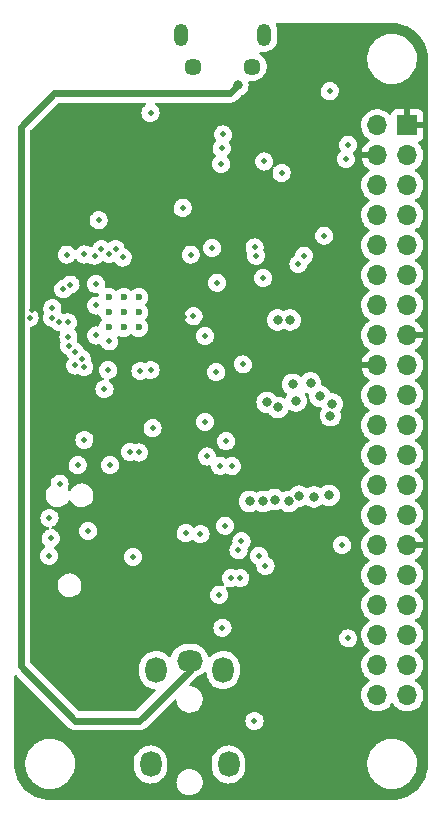
<source format=gbr>
%TF.GenerationSoftware,KiCad,Pcbnew,(6.0.4)*%
%TF.CreationDate,2022-04-15T12:14:50+02:00*%
%TF.ProjectId,rp2040_magslide_controller,72703230-3430-45f6-9d61-67736c696465,rev?*%
%TF.SameCoordinates,Original*%
%TF.FileFunction,Copper,L2,Inr*%
%TF.FilePolarity,Positive*%
%FSLAX46Y46*%
G04 Gerber Fmt 4.6, Leading zero omitted, Abs format (unit mm)*
G04 Created by KiCad (PCBNEW (6.0.4)) date 2022-04-15 12:14:50*
%MOMM*%
%LPD*%
G01*
G04 APERTURE LIST*
%TA.AperFunction,ComponentPad*%
%ADD10O,1.700000X1.700000*%
%TD*%
%TA.AperFunction,ComponentPad*%
%ADD11R,1.700000X1.700000*%
%TD*%
%TA.AperFunction,ComponentPad*%
%ADD12O,1.800000X2.200000*%
%TD*%
%TA.AperFunction,ComponentPad*%
%ADD13O,2.200000X1.800000*%
%TD*%
%TA.AperFunction,ComponentPad*%
%ADD14O,1.200000X1.900000*%
%TD*%
%TA.AperFunction,ComponentPad*%
%ADD15C,1.450000*%
%TD*%
%TA.AperFunction,ComponentPad*%
%ADD16C,0.600000*%
%TD*%
%TA.AperFunction,ViaPad*%
%ADD17C,0.508000*%
%TD*%
%TA.AperFunction,ViaPad*%
%ADD18C,0.800000*%
%TD*%
%TA.AperFunction,Conductor*%
%ADD19C,0.600000*%
%TD*%
G04 APERTURE END LIST*
D10*
%TO.N,unconnected-(J4-Pad40)*%
%TO.C,J4*%
X192298000Y-135412000D03*
%TO.N,F23*%
X194838000Y-135412000D03*
%TO.N,GND*%
X192298000Y-132872000D03*
%TO.N,F22*%
X194838000Y-132872000D03*
%TO.N,+5V*%
X192298000Y-130332000D03*
%TO.N,F21*%
X194838000Y-130332000D03*
%TO.N,extern_sda*%
X192298000Y-127792000D03*
%TO.N,F20*%
X194838000Y-127792000D03*
%TO.N,extern_scl*%
X192298000Y-125252000D03*
%TO.N,GND*%
X194838000Y-125252000D03*
%TO.N,F44*%
X192298000Y-122712000D03*
%TO.N,+3V3*%
X194838000Y-122712000D03*
%TO.N,F43*%
X192298000Y-120172000D03*
%TO.N,F14*%
X194838000Y-120172000D03*
%TO.N,F42*%
X192298000Y-117632000D03*
%TO.N,F13*%
X194838000Y-117632000D03*
%TO.N,F41*%
X192298000Y-115092000D03*
%TO.N,F12*%
X194838000Y-115092000D03*
%TO.N,F40*%
X192298000Y-112552000D03*
%TO.N,F11*%
X194838000Y-112552000D03*
%TO.N,GND*%
X192298000Y-110012000D03*
%TO.N,F10*%
X194838000Y-110012000D03*
%TO.N,+3V3*%
X192298000Y-107472000D03*
%TO.N,GND*%
X194838000Y-107472000D03*
%TO.N,F34*%
X192298000Y-104932000D03*
%TO.N,+3V3*%
X194838000Y-104932000D03*
%TO.N,F33*%
X192298000Y-102392000D03*
%TO.N,F04*%
X194838000Y-102392000D03*
%TO.N,F32*%
X192298000Y-99852000D03*
%TO.N,F03*%
X194838000Y-99852000D03*
%TO.N,F31*%
X192298000Y-97312000D03*
%TO.N,F02*%
X194838000Y-97312000D03*
%TO.N,F30*%
X192298000Y-94772000D03*
%TO.N,F01*%
X194838000Y-94772000D03*
%TO.N,GND*%
X192298000Y-92232000D03*
%TO.N,F00*%
X194838000Y-92232000D03*
%TO.N,+3V3*%
X192298000Y-89692000D03*
%TO.N,GND*%
X194838000Y-89692000D03*
%TO.N,F24*%
X192298000Y-87152000D03*
D11*
%TO.N,+3V3*%
X194838000Y-87152000D03*
%TD*%
D12*
%TO.N,GND*%
%TO.C,J2*%
X179703000Y-141278000D03*
X173103000Y-141278000D03*
%TO.N,board_sda*%
X179253000Y-133278000D03*
%TO.N,board_scl*%
X173553000Y-133278000D03*
D13*
%TO.N,+5V*%
X176403000Y-132478000D03*
%TD*%
D14*
%TO.N,GND*%
%TO.C,J1*%
X175697000Y-79483700D03*
X182697000Y-79483700D03*
D15*
X181697000Y-82183700D03*
X176697000Y-82183700D03*
%TD*%
D16*
%TO.N,GND*%
%TO.C,U3*%
X170815000Y-102997000D03*
X172090000Y-101722000D03*
X170815000Y-101722000D03*
X169540000Y-104272000D03*
X169540000Y-101722000D03*
X170815000Y-104272000D03*
X169540000Y-102997000D03*
X172090000Y-102997000D03*
X172090000Y-104272000D03*
%TD*%
D17*
%TO.N,+3V3*%
X186334400Y-84531200D03*
%TO.N,GND*%
X188264800Y-84277200D03*
X182727600Y-90220800D03*
%TO.N,QSPI_SD0*%
X184200800Y-91186000D03*
%TO.N,+3V3*%
X171200801Y-110175988D03*
X163093392Y-102793792D03*
X168400000Y-103900000D03*
X185900000Y-139800000D03*
X168200000Y-125100000D03*
X167900000Y-96100000D03*
X187400000Y-131700000D03*
X177400000Y-127300000D03*
X175300000Y-104400000D03*
X177000000Y-107887020D03*
X171900000Y-127500000D03*
X175920400Y-103428800D03*
X186700000Y-122700000D03*
X164800000Y-99700000D03*
X179900000Y-107500000D03*
X171200000Y-100446500D03*
X174300000Y-99600000D03*
X163300000Y-100100000D03*
%TO.N,GND*%
X181900000Y-137600000D03*
X167800000Y-121500000D03*
X176500000Y-98100000D03*
X189800000Y-130600000D03*
X179500000Y-113900000D03*
X187800000Y-96500000D03*
X165400000Y-117500000D03*
X169200000Y-109500000D03*
X177900000Y-115200000D03*
X176733200Y-103327200D03*
X180904500Y-107400000D03*
X166000000Y-98100000D03*
X173100000Y-86100000D03*
X182300000Y-123600000D03*
X164500000Y-123600000D03*
X173273500Y-112800000D03*
X175818800Y-94132400D03*
X189300000Y-122700000D03*
X168700000Y-95200000D03*
X162856300Y-103460385D03*
X177327216Y-121772784D03*
X167500000Y-113800000D03*
X180700000Y-125500000D03*
X169500000Y-107887020D03*
%TO.N,+5V*%
X179900000Y-125500000D03*
X179189000Y-129692000D03*
D18*
X180492400Y-83769200D03*
D17*
%TO.N,board_sda*%
X171602400Y-123698000D03*
X168503600Y-102412800D03*
X178714400Y-100482400D03*
%TO.N,board_scl*%
X164751458Y-103446171D03*
X176072800Y-121666000D03*
%TO.N,SWDIO*%
X173100000Y-107887020D03*
X172110400Y-114858800D03*
%TO.N,SWCLK*%
X171348400Y-114808000D03*
X172243975Y-107943045D03*
%TO.N,dbg_rx*%
X165709600Y-101043500D03*
X164541200Y-120396000D03*
%TO.N,dbg_tx*%
X166319200Y-100643500D03*
X164642800Y-122123200D03*
D18*
%TO.N,F24*%
X182626000Y-118999000D03*
X183849499Y-103636299D03*
%TO.N,F00*%
X182969500Y-110617000D03*
X184912000Y-103632000D03*
%TO.N,F01*%
X183871786Y-111046983D03*
%TO.N,F30*%
X181483000Y-118999000D03*
%TO.N,F02*%
X185128500Y-109093000D03*
%TO.N,F03*%
X185420000Y-110490000D03*
%TO.N,F04*%
X186652500Y-108966000D03*
%TO.N,F10*%
X187452000Y-110109000D03*
%TO.N,F11*%
X188468000Y-110744000D03*
%TO.N,F12*%
X188326649Y-111733457D03*
%TO.N,F13*%
X188214000Y-118491000D03*
%TO.N,F14*%
X186944000Y-118618000D03*
D17*
%TO.N,extern_scl*%
X182829200Y-124460000D03*
X164784426Y-102630434D03*
%TO.N,extern_sda*%
X168467594Y-100598794D03*
X178900000Y-126900000D03*
D18*
%TO.N,F21*%
X185678983Y-118552009D03*
%TO.N,F22*%
X184785000Y-118999000D03*
%TO.N,F23*%
X183615457Y-118857649D03*
D17*
%TO.N,QSPI_CS*%
X167487600Y-98094800D03*
X179222400Y-87934800D03*
%TO.N,MUX0_EN*%
X180543200Y-123139200D03*
X165363597Y-103800918D03*
%TO.N,MUX1_EN*%
X166725600Y-106324400D03*
X178308000Y-97536000D03*
%TO.N,QSPI_SD1*%
X168376509Y-98191859D03*
X179120800Y-89103200D03*
%TO.N,QSPI_SD2*%
X179070000Y-90424000D03*
X168930009Y-97637600D03*
%TO.N,QSPI_SD0*%
X169568500Y-98048735D03*
%TO.N,QSPI_SCLK*%
X189636400Y-90017600D03*
X170132300Y-97621313D03*
%TO.N,QSPI_SD3*%
X170738800Y-98348800D03*
X189839600Y-88798400D03*
%TO.N,ADC_1*%
X182626000Y-100076000D03*
X177698400Y-105003600D03*
%TO.N,ADC_0*%
X178663600Y-108051600D03*
X179984400Y-116027200D03*
%TO.N,MUX_13*%
X181908819Y-97497124D03*
X169568432Y-105455489D03*
%TO.N,MUX_12*%
X182016400Y-98196400D03*
X168503600Y-104952800D03*
%TO.N,MUX_11*%
X186080400Y-98196400D03*
X167470556Y-107616572D03*
%TO.N,MUX_10*%
X185623200Y-98907600D03*
X167284400Y-106934000D03*
%TO.N,MUX_03*%
X179425600Y-121056400D03*
X166188330Y-105814959D03*
%TO.N,MUX_02*%
X180797200Y-122377200D03*
X166141060Y-105079461D03*
%TO.N,MUX_01*%
X177698400Y-112268000D03*
X166725589Y-107492800D03*
%TO.N,MUX_00*%
X169672000Y-115925600D03*
X178968400Y-115976400D03*
X166928800Y-115925600D03*
X166103783Y-103843500D03*
%TD*%
D19*
%TO.N,+5V*%
X179832000Y-84429600D02*
X164947600Y-84429600D01*
X176403000Y-133324600D02*
X176403000Y-132478000D01*
X180492400Y-83769200D02*
X179832000Y-84429600D01*
X162102800Y-132943600D02*
X166725600Y-137566400D01*
X162102800Y-87274400D02*
X162102800Y-132943600D01*
X172161200Y-137566400D02*
X176403000Y-133324600D01*
X164947600Y-84429600D02*
X162102800Y-87274400D01*
X166725600Y-137566400D02*
X172161200Y-137566400D01*
%TD*%
%TA.AperFunction,Conductor*%
%TO.N,+3V3*%
G36*
X193518018Y-78488000D02*
G01*
X193532851Y-78490310D01*
X193532855Y-78490310D01*
X193541724Y-78491691D01*
X193560436Y-78489244D01*
X193583366Y-78488353D01*
X193859956Y-78502849D01*
X193873062Y-78504226D01*
X194049178Y-78532120D01*
X194175088Y-78552062D01*
X194187988Y-78554804D01*
X194483355Y-78633947D01*
X194495892Y-78638021D01*
X194696008Y-78714838D01*
X194781361Y-78747602D01*
X194793409Y-78752966D01*
X195065867Y-78891791D01*
X195077288Y-78898385D01*
X195333743Y-79064928D01*
X195344403Y-79072673D01*
X195582056Y-79265120D01*
X195591846Y-79273936D01*
X195808064Y-79490154D01*
X195816880Y-79499944D01*
X196009327Y-79737597D01*
X196017072Y-79748257D01*
X196183615Y-80004712D01*
X196190209Y-80016133D01*
X196329034Y-80288591D01*
X196334398Y-80300639D01*
X196339291Y-80313386D01*
X196438118Y-80570837D01*
X196443977Y-80586101D01*
X196448052Y-80598643D01*
X196467121Y-80669809D01*
X196527196Y-80894012D01*
X196529938Y-80906912D01*
X196577773Y-81208932D01*
X196579151Y-81222049D01*
X196593262Y-81491299D01*
X196591935Y-81517276D01*
X196591691Y-81518846D01*
X196591691Y-81518850D01*
X196590309Y-81527724D01*
X196591473Y-81536626D01*
X196591473Y-81536628D01*
X196594436Y-81559283D01*
X196595500Y-81575621D01*
X196595500Y-141174633D01*
X196594000Y-141194018D01*
X196591690Y-141208851D01*
X196591690Y-141208855D01*
X196590309Y-141217724D01*
X196592135Y-141231683D01*
X196592756Y-141236433D01*
X196593647Y-141259366D01*
X196588323Y-141360951D01*
X196579151Y-141535952D01*
X196577774Y-141549062D01*
X196556405Y-141683978D01*
X196529938Y-141851088D01*
X196527196Y-141863988D01*
X196448053Y-142159355D01*
X196443979Y-142171892D01*
X196389255Y-142314454D01*
X196334398Y-142457361D01*
X196329034Y-142469409D01*
X196190209Y-142741867D01*
X196183615Y-142753288D01*
X196017072Y-143009743D01*
X196009327Y-143020403D01*
X195816880Y-143258056D01*
X195808064Y-143267846D01*
X195591846Y-143484064D01*
X195582056Y-143492880D01*
X195344403Y-143685327D01*
X195333743Y-143693072D01*
X195077288Y-143859615D01*
X195065867Y-143866209D01*
X194793409Y-144005034D01*
X194781360Y-144010398D01*
X194495892Y-144119979D01*
X194483355Y-144124053D01*
X194187988Y-144203196D01*
X194175088Y-144205938D01*
X194092387Y-144219036D01*
X193873062Y-144253774D01*
X193859954Y-144255151D01*
X193783569Y-144259154D01*
X193590701Y-144269262D01*
X193564724Y-144267935D01*
X193563154Y-144267691D01*
X193563150Y-144267691D01*
X193554276Y-144266309D01*
X193545374Y-144267473D01*
X193545372Y-144267473D01*
X193530323Y-144269441D01*
X193522714Y-144270436D01*
X193506379Y-144271500D01*
X164641367Y-144271500D01*
X164621982Y-144270000D01*
X164607149Y-144267690D01*
X164607145Y-144267690D01*
X164598276Y-144266309D01*
X164579564Y-144268756D01*
X164556634Y-144269647D01*
X164280044Y-144255151D01*
X164266938Y-144253774D01*
X164047613Y-144219036D01*
X163964912Y-144205938D01*
X163952012Y-144203196D01*
X163656645Y-144124053D01*
X163644108Y-144119979D01*
X163358640Y-144010398D01*
X163346591Y-144005034D01*
X163074133Y-143866209D01*
X163062712Y-143859615D01*
X162806257Y-143693072D01*
X162795597Y-143685327D01*
X162557944Y-143492880D01*
X162548154Y-143484064D01*
X162331936Y-143267846D01*
X162323120Y-143258056D01*
X162130673Y-143020403D01*
X162122928Y-143009743D01*
X161956385Y-142753288D01*
X161949791Y-142741867D01*
X161810966Y-142469409D01*
X161805602Y-142457361D01*
X161750745Y-142314454D01*
X161696021Y-142171892D01*
X161691947Y-142159355D01*
X161612804Y-141863988D01*
X161610062Y-141851088D01*
X161583595Y-141683978D01*
X161562226Y-141549062D01*
X161560849Y-141535952D01*
X161551455Y-141356703D01*
X162482743Y-141356703D01*
X162520268Y-141641734D01*
X162521401Y-141645874D01*
X162521401Y-141645876D01*
X162532443Y-141686237D01*
X162596129Y-141919036D01*
X162597813Y-141922984D01*
X162699174Y-142160619D01*
X162708923Y-142183476D01*
X162763117Y-142274028D01*
X162819132Y-142367621D01*
X162856561Y-142430161D01*
X163036313Y-142654528D01*
X163244851Y-142852423D01*
X163478317Y-143020186D01*
X163482112Y-143022195D01*
X163482113Y-143022196D01*
X163511280Y-143037639D01*
X163732392Y-143154712D01*
X163756699Y-143163607D01*
X163954189Y-143235878D01*
X164002373Y-143253511D01*
X164283264Y-143314755D01*
X164311841Y-143317004D01*
X164506282Y-143332307D01*
X164506291Y-143332307D01*
X164508739Y-143332500D01*
X164664271Y-143332500D01*
X164666407Y-143332354D01*
X164666418Y-143332354D01*
X164874548Y-143318165D01*
X164874554Y-143318164D01*
X164878825Y-143317873D01*
X164883020Y-143317004D01*
X164883022Y-143317004D01*
X165019583Y-143288724D01*
X165160342Y-143259574D01*
X165431343Y-143163607D01*
X165686812Y-143031750D01*
X165690313Y-143029289D01*
X165690317Y-143029287D01*
X165804418Y-142949095D01*
X165922023Y-142866441D01*
X166053601Y-142744171D01*
X166129479Y-142673661D01*
X166129481Y-142673658D01*
X166132622Y-142670740D01*
X166314713Y-142448268D01*
X166464927Y-142203142D01*
X166481460Y-142165480D01*
X166578757Y-141943830D01*
X166580483Y-141939898D01*
X166659244Y-141663406D01*
X166677090Y-141538012D01*
X171694500Y-141538012D01*
X171709617Y-141716175D01*
X171710957Y-141721339D01*
X171710958Y-141721343D01*
X171767685Y-141939898D01*
X171769668Y-141947540D01*
X171771860Y-141952406D01*
X171827345Y-142075577D01*
X171867843Y-142165480D01*
X171870822Y-142169904D01*
X171870822Y-142169905D01*
X171877298Y-142179524D01*
X172001334Y-142363762D01*
X172166326Y-142536718D01*
X172358100Y-142679402D01*
X172362851Y-142681818D01*
X172362855Y-142681820D01*
X172492531Y-142747750D01*
X172571172Y-142787733D01*
X172685312Y-142823175D01*
X172794349Y-142857032D01*
X172794355Y-142857033D01*
X172799452Y-142858616D01*
X172926883Y-142875506D01*
X173031127Y-142889323D01*
X173031131Y-142889323D01*
X173036411Y-142890023D01*
X173041740Y-142889823D01*
X173041741Y-142889823D01*
X173139509Y-142886152D01*
X173275274Y-142881055D01*
X173362184Y-142862819D01*
X173503984Y-142833067D01*
X173503987Y-142833066D01*
X173509211Y-142831970D01*
X173731533Y-142744171D01*
X173765426Y-142723604D01*
X175290787Y-142723604D01*
X175300567Y-142934899D01*
X175301971Y-142940724D01*
X175301971Y-142940725D01*
X175324382Y-143033715D01*
X175350125Y-143140534D01*
X175352607Y-143145992D01*
X175352608Y-143145996D01*
X175396053Y-143241546D01*
X175437674Y-143333087D01*
X175560054Y-143505611D01*
X175712850Y-143651881D01*
X175890548Y-143766620D01*
X175896114Y-143768863D01*
X176081168Y-143843442D01*
X176081171Y-143843443D01*
X176086737Y-143845686D01*
X176294337Y-143886228D01*
X176299899Y-143886500D01*
X176455846Y-143886500D01*
X176613566Y-143871452D01*
X176816534Y-143811908D01*
X176900111Y-143768863D01*
X176999249Y-143717804D01*
X176999252Y-143717802D01*
X177004580Y-143715058D01*
X177170920Y-143584396D01*
X177174852Y-143579865D01*
X177174855Y-143579862D01*
X177305621Y-143429167D01*
X177309552Y-143424637D01*
X177312552Y-143419451D01*
X177312555Y-143419447D01*
X177412467Y-143246742D01*
X177415473Y-143241546D01*
X177484861Y-143041729D01*
X177501219Y-142928909D01*
X177514352Y-142838336D01*
X177514352Y-142838333D01*
X177515213Y-142832396D01*
X177505433Y-142621101D01*
X177468296Y-142467007D01*
X177457281Y-142421299D01*
X177457280Y-142421297D01*
X177455875Y-142415466D01*
X177432367Y-142363762D01*
X177370806Y-142228368D01*
X177368326Y-142222913D01*
X177245946Y-142050389D01*
X177093150Y-141904119D01*
X176915452Y-141789380D01*
X176855354Y-141765160D01*
X176724832Y-141712558D01*
X176724829Y-141712557D01*
X176719263Y-141710314D01*
X176511663Y-141669772D01*
X176506101Y-141669500D01*
X176350154Y-141669500D01*
X176192434Y-141684548D01*
X175989466Y-141744092D01*
X175984139Y-141746836D01*
X175984138Y-141746836D01*
X175806751Y-141838196D01*
X175806748Y-141838198D01*
X175801420Y-141840942D01*
X175635080Y-141971604D01*
X175631148Y-141976135D01*
X175631145Y-141976138D01*
X175548886Y-142070934D01*
X175496448Y-142131363D01*
X175493448Y-142136549D01*
X175493445Y-142136553D01*
X175452807Y-142206799D01*
X175390527Y-142314454D01*
X175321139Y-142514271D01*
X175320278Y-142520206D01*
X175320278Y-142520208D01*
X175300803Y-142654528D01*
X175290787Y-142723604D01*
X173765426Y-142723604D01*
X173935883Y-142620168D01*
X174116419Y-142463507D01*
X174119802Y-142459381D01*
X174119806Y-142459377D01*
X174233987Y-142320122D01*
X174267978Y-142278667D01*
X174386227Y-142070934D01*
X174467784Y-141846247D01*
X174468734Y-141840995D01*
X174509580Y-141615115D01*
X174509581Y-141615107D01*
X174510318Y-141611031D01*
X174511500Y-141585968D01*
X174511500Y-141538012D01*
X178294500Y-141538012D01*
X178309617Y-141716175D01*
X178310957Y-141721339D01*
X178310958Y-141721343D01*
X178367685Y-141939898D01*
X178369668Y-141947540D01*
X178371860Y-141952406D01*
X178427345Y-142075577D01*
X178467843Y-142165480D01*
X178470822Y-142169904D01*
X178470822Y-142169905D01*
X178477298Y-142179524D01*
X178601334Y-142363762D01*
X178766326Y-142536718D01*
X178958100Y-142679402D01*
X178962851Y-142681818D01*
X178962855Y-142681820D01*
X179092531Y-142747750D01*
X179171172Y-142787733D01*
X179285312Y-142823175D01*
X179394349Y-142857032D01*
X179394355Y-142857033D01*
X179399452Y-142858616D01*
X179526883Y-142875506D01*
X179631127Y-142889323D01*
X179631131Y-142889323D01*
X179636411Y-142890023D01*
X179641740Y-142889823D01*
X179641741Y-142889823D01*
X179739509Y-142886152D01*
X179875274Y-142881055D01*
X179962184Y-142862819D01*
X180103984Y-142833067D01*
X180103987Y-142833066D01*
X180109211Y-142831970D01*
X180331533Y-142744171D01*
X180535883Y-142620168D01*
X180716419Y-142463507D01*
X180719802Y-142459381D01*
X180719806Y-142459377D01*
X180833987Y-142320122D01*
X180867978Y-142278667D01*
X180986227Y-142070934D01*
X181067784Y-141846247D01*
X181068734Y-141840995D01*
X181109580Y-141615115D01*
X181109581Y-141615107D01*
X181110318Y-141611031D01*
X181111500Y-141585968D01*
X181111500Y-141356703D01*
X191438743Y-141356703D01*
X191476268Y-141641734D01*
X191477401Y-141645874D01*
X191477401Y-141645876D01*
X191488443Y-141686237D01*
X191552129Y-141919036D01*
X191553813Y-141922984D01*
X191655174Y-142160619D01*
X191664923Y-142183476D01*
X191719117Y-142274028D01*
X191775132Y-142367621D01*
X191812561Y-142430161D01*
X191992313Y-142654528D01*
X192200851Y-142852423D01*
X192434317Y-143020186D01*
X192438112Y-143022195D01*
X192438113Y-143022196D01*
X192467280Y-143037639D01*
X192688392Y-143154712D01*
X192712699Y-143163607D01*
X192910189Y-143235878D01*
X192958373Y-143253511D01*
X193239264Y-143314755D01*
X193267841Y-143317004D01*
X193462282Y-143332307D01*
X193462291Y-143332307D01*
X193464739Y-143332500D01*
X193620271Y-143332500D01*
X193622407Y-143332354D01*
X193622418Y-143332354D01*
X193830548Y-143318165D01*
X193830554Y-143318164D01*
X193834825Y-143317873D01*
X193839020Y-143317004D01*
X193839022Y-143317004D01*
X193975583Y-143288724D01*
X194116342Y-143259574D01*
X194387343Y-143163607D01*
X194642812Y-143031750D01*
X194646313Y-143029289D01*
X194646317Y-143029287D01*
X194760418Y-142949095D01*
X194878023Y-142866441D01*
X195009601Y-142744171D01*
X195085479Y-142673661D01*
X195085481Y-142673658D01*
X195088622Y-142670740D01*
X195270713Y-142448268D01*
X195420927Y-142203142D01*
X195437460Y-142165480D01*
X195534757Y-141943830D01*
X195536483Y-141939898D01*
X195615244Y-141663406D01*
X195655751Y-141378784D01*
X195655845Y-141360951D01*
X195657235Y-141095583D01*
X195657235Y-141095576D01*
X195657257Y-141091297D01*
X195619732Y-140806266D01*
X195543871Y-140528964D01*
X195482932Y-140386095D01*
X195432763Y-140268476D01*
X195432761Y-140268472D01*
X195431077Y-140264524D01*
X195283439Y-140017839D01*
X195103687Y-139793472D01*
X194979939Y-139676040D01*
X194898258Y-139598527D01*
X194898255Y-139598525D01*
X194895149Y-139595577D01*
X194661683Y-139427814D01*
X194639843Y-139416250D01*
X194616654Y-139403972D01*
X194407608Y-139293288D01*
X194137627Y-139194489D01*
X193856736Y-139133245D01*
X193825685Y-139130801D01*
X193633718Y-139115693D01*
X193633709Y-139115693D01*
X193631261Y-139115500D01*
X193475729Y-139115500D01*
X193473593Y-139115646D01*
X193473582Y-139115646D01*
X193265452Y-139129835D01*
X193265446Y-139129836D01*
X193261175Y-139130127D01*
X193256980Y-139130996D01*
X193256978Y-139130996D01*
X193120416Y-139159277D01*
X192979658Y-139188426D01*
X192708657Y-139284393D01*
X192453188Y-139416250D01*
X192449687Y-139418711D01*
X192449683Y-139418713D01*
X192439594Y-139425804D01*
X192217977Y-139581559D01*
X192202892Y-139595577D01*
X192017056Y-139768267D01*
X192007378Y-139777260D01*
X191825287Y-139999732D01*
X191675073Y-140244858D01*
X191673347Y-140248791D01*
X191673346Y-140248792D01*
X191660817Y-140277333D01*
X191559517Y-140508102D01*
X191480756Y-140784594D01*
X191440249Y-141069216D01*
X191440227Y-141073505D01*
X191440226Y-141073512D01*
X191439195Y-141270411D01*
X191438743Y-141356703D01*
X181111500Y-141356703D01*
X181111500Y-141017988D01*
X181096383Y-140839825D01*
X181095042Y-140834657D01*
X181037673Y-140613625D01*
X181037671Y-140613620D01*
X181036332Y-140608460D01*
X180998743Y-140525016D01*
X180940347Y-140395381D01*
X180940346Y-140395378D01*
X180938157Y-140390520D01*
X180804666Y-140192238D01*
X180639674Y-140019282D01*
X180447900Y-139876598D01*
X180443149Y-139874182D01*
X180443145Y-139874180D01*
X180239586Y-139770686D01*
X180239585Y-139770686D01*
X180234828Y-139768267D01*
X180092362Y-139724030D01*
X180011651Y-139698968D01*
X180011645Y-139698967D01*
X180006548Y-139697384D01*
X179879117Y-139680494D01*
X179774873Y-139666677D01*
X179774869Y-139666677D01*
X179769589Y-139665977D01*
X179764260Y-139666177D01*
X179764259Y-139666177D01*
X179666491Y-139669848D01*
X179530726Y-139674945D01*
X179443816Y-139693181D01*
X179302016Y-139722933D01*
X179302013Y-139722934D01*
X179296789Y-139724030D01*
X179074467Y-139811829D01*
X178870117Y-139935832D01*
X178866087Y-139939329D01*
X178796479Y-139999732D01*
X178689581Y-140092493D01*
X178686198Y-140096619D01*
X178686194Y-140096623D01*
X178607795Y-140192238D01*
X178538022Y-140277333D01*
X178419773Y-140485066D01*
X178338216Y-140709753D01*
X178337267Y-140715002D01*
X178337266Y-140715005D01*
X178296420Y-140940885D01*
X178296419Y-140940893D01*
X178295682Y-140944969D01*
X178294500Y-140970032D01*
X178294500Y-141538012D01*
X174511500Y-141538012D01*
X174511500Y-141017988D01*
X174496383Y-140839825D01*
X174495042Y-140834657D01*
X174437673Y-140613625D01*
X174437671Y-140613620D01*
X174436332Y-140608460D01*
X174398743Y-140525016D01*
X174340347Y-140395381D01*
X174340346Y-140395378D01*
X174338157Y-140390520D01*
X174204666Y-140192238D01*
X174039674Y-140019282D01*
X173847900Y-139876598D01*
X173843149Y-139874182D01*
X173843145Y-139874180D01*
X173639586Y-139770686D01*
X173639585Y-139770686D01*
X173634828Y-139768267D01*
X173492362Y-139724030D01*
X173411651Y-139698968D01*
X173411645Y-139698967D01*
X173406548Y-139697384D01*
X173279117Y-139680494D01*
X173174873Y-139666677D01*
X173174869Y-139666677D01*
X173169589Y-139665977D01*
X173164260Y-139666177D01*
X173164259Y-139666177D01*
X173066491Y-139669848D01*
X172930726Y-139674945D01*
X172843816Y-139693181D01*
X172702016Y-139722933D01*
X172702013Y-139722934D01*
X172696789Y-139724030D01*
X172474467Y-139811829D01*
X172270117Y-139935832D01*
X172266087Y-139939329D01*
X172196479Y-139999732D01*
X172089581Y-140092493D01*
X172086198Y-140096619D01*
X172086194Y-140096623D01*
X172007795Y-140192238D01*
X171938022Y-140277333D01*
X171819773Y-140485066D01*
X171738216Y-140709753D01*
X171737267Y-140715002D01*
X171737266Y-140715005D01*
X171696420Y-140940885D01*
X171696419Y-140940893D01*
X171695682Y-140944969D01*
X171694500Y-140970032D01*
X171694500Y-141538012D01*
X166677090Y-141538012D01*
X166699751Y-141378784D01*
X166699845Y-141360951D01*
X166701235Y-141095583D01*
X166701235Y-141095576D01*
X166701257Y-141091297D01*
X166663732Y-140806266D01*
X166587871Y-140528964D01*
X166526932Y-140386095D01*
X166476763Y-140268476D01*
X166476761Y-140268472D01*
X166475077Y-140264524D01*
X166327439Y-140017839D01*
X166147687Y-139793472D01*
X166023939Y-139676040D01*
X165942258Y-139598527D01*
X165942255Y-139598525D01*
X165939149Y-139595577D01*
X165705683Y-139427814D01*
X165683843Y-139416250D01*
X165660654Y-139403972D01*
X165451608Y-139293288D01*
X165181627Y-139194489D01*
X164900736Y-139133245D01*
X164869685Y-139130801D01*
X164677718Y-139115693D01*
X164677709Y-139115693D01*
X164675261Y-139115500D01*
X164519729Y-139115500D01*
X164517593Y-139115646D01*
X164517582Y-139115646D01*
X164309452Y-139129835D01*
X164309446Y-139129836D01*
X164305175Y-139130127D01*
X164300980Y-139130996D01*
X164300978Y-139130996D01*
X164164416Y-139159277D01*
X164023658Y-139188426D01*
X163752657Y-139284393D01*
X163497188Y-139416250D01*
X163493687Y-139418711D01*
X163493683Y-139418713D01*
X163483594Y-139425804D01*
X163261977Y-139581559D01*
X163246892Y-139595577D01*
X163061056Y-139768267D01*
X163051378Y-139777260D01*
X162869287Y-139999732D01*
X162719073Y-140244858D01*
X162717347Y-140248791D01*
X162717346Y-140248792D01*
X162704817Y-140277333D01*
X162603517Y-140508102D01*
X162524756Y-140784594D01*
X162484249Y-141069216D01*
X162484227Y-141073505D01*
X162484226Y-141073512D01*
X162483195Y-141270411D01*
X162482743Y-141356703D01*
X161551455Y-141356703D01*
X161546932Y-141270411D01*
X161548505Y-141242915D01*
X161549576Y-141236552D01*
X161549729Y-141224000D01*
X161545773Y-141196376D01*
X161544500Y-141178514D01*
X161544500Y-133832882D01*
X161564502Y-133764761D01*
X161618158Y-133718268D01*
X161688432Y-133708164D01*
X161753012Y-133737658D01*
X161759595Y-133743787D01*
X166147366Y-138131558D01*
X166148294Y-138132495D01*
X166205816Y-138191234D01*
X166211371Y-138196907D01*
X166247821Y-138220398D01*
X166258146Y-138227817D01*
X166292043Y-138254876D01*
X166298382Y-138257940D01*
X166298386Y-138257943D01*
X166322238Y-138269474D01*
X166335651Y-138277001D01*
X166357913Y-138291347D01*
X166357916Y-138291348D01*
X166363838Y-138295165D01*
X166370457Y-138297574D01*
X166370461Y-138297576D01*
X166404573Y-138309992D01*
X166416317Y-138314953D01*
X166448999Y-138330752D01*
X166449001Y-138330753D01*
X166455348Y-138333821D01*
X166471365Y-138337519D01*
X166488027Y-138341366D01*
X166502768Y-138345732D01*
X166534285Y-138357203D01*
X166541271Y-138358085D01*
X166541277Y-138358087D01*
X166577301Y-138362638D01*
X166589853Y-138364874D01*
X166625214Y-138373038D01*
X166625217Y-138373038D01*
X166632085Y-138374624D01*
X166639131Y-138374649D01*
X166639134Y-138374649D01*
X166672656Y-138374766D01*
X166673538Y-138374795D01*
X166674369Y-138374900D01*
X166711019Y-138374900D01*
X166711459Y-138374901D01*
X166809943Y-138375245D01*
X166809948Y-138375245D01*
X166813470Y-138375257D01*
X166814670Y-138374989D01*
X166816307Y-138374900D01*
X172151986Y-138374900D01*
X172153306Y-138374907D01*
X172243421Y-138375851D01*
X172285797Y-138366689D01*
X172298363Y-138364631D01*
X172341455Y-138359797D01*
X172348106Y-138357481D01*
X172348110Y-138357480D01*
X172373130Y-138348767D01*
X172387942Y-138344604D01*
X172413819Y-138339009D01*
X172420710Y-138337519D01*
X172460013Y-138319192D01*
X172471789Y-138314410D01*
X172512752Y-138300145D01*
X172518727Y-138296411D01*
X172518730Y-138296410D01*
X172541195Y-138282373D01*
X172554712Y-138275034D01*
X172578714Y-138263841D01*
X172578715Y-138263840D01*
X172585102Y-138260862D01*
X172598479Y-138250486D01*
X172619353Y-138234294D01*
X172629812Y-138226998D01*
X172660604Y-138207758D01*
X172660607Y-138207756D01*
X172666576Y-138204026D01*
X172679458Y-138191234D01*
X172695379Y-138175424D01*
X172696004Y-138174839D01*
X172696670Y-138174322D01*
X172722660Y-138148332D01*
X172795282Y-138076215D01*
X172795940Y-138075178D01*
X172797043Y-138073949D01*
X173281706Y-137589286D01*
X181132750Y-137589286D01*
X181149443Y-137759536D01*
X181203440Y-137921856D01*
X181207087Y-137927878D01*
X181207088Y-137927880D01*
X181288406Y-138062154D01*
X181288409Y-138062157D01*
X181292056Y-138068180D01*
X181410889Y-138191234D01*
X181482459Y-138238068D01*
X181538949Y-138275034D01*
X181554030Y-138284903D01*
X181560634Y-138287359D01*
X181560636Y-138287360D01*
X181707757Y-138342074D01*
X181707759Y-138342074D01*
X181714367Y-138344532D01*
X181791283Y-138354795D01*
X181876949Y-138366226D01*
X181876953Y-138366226D01*
X181883930Y-138367157D01*
X181890941Y-138366519D01*
X181890945Y-138366519D01*
X182047273Y-138352292D01*
X182047275Y-138352292D01*
X182054292Y-138351653D01*
X182060990Y-138349477D01*
X182060993Y-138349476D01*
X182210289Y-138300966D01*
X182210291Y-138300965D01*
X182216985Y-138298790D01*
X182298016Y-138250486D01*
X182357872Y-138214805D01*
X182357874Y-138214804D01*
X182363924Y-138211197D01*
X182487805Y-138093227D01*
X182497458Y-138078699D01*
X182578570Y-137956614D01*
X182582471Y-137950743D01*
X182643218Y-137790826D01*
X182667026Y-137621425D01*
X182667325Y-137600000D01*
X182648256Y-137430000D01*
X182591999Y-137268450D01*
X182501348Y-137123378D01*
X182488159Y-137110096D01*
X182385772Y-137006992D01*
X182380809Y-137001994D01*
X182315539Y-136960573D01*
X182242316Y-136914104D01*
X182242313Y-136914102D01*
X182236373Y-136910333D01*
X182229740Y-136907971D01*
X182081854Y-136855311D01*
X182081849Y-136855310D01*
X182075219Y-136852949D01*
X182068231Y-136852116D01*
X182068228Y-136852115D01*
X181952655Y-136838334D01*
X181905357Y-136832694D01*
X181898354Y-136833430D01*
X181898353Y-136833430D01*
X181853958Y-136838096D01*
X181735228Y-136850575D01*
X181725071Y-136854033D01*
X181579956Y-136903434D01*
X181579953Y-136903435D01*
X181573289Y-136905704D01*
X181427588Y-136995340D01*
X181422557Y-137000267D01*
X181422554Y-137000269D01*
X181415689Y-137006992D01*
X181305366Y-137115028D01*
X181301547Y-137120953D01*
X181301546Y-137120955D01*
X181296135Y-137129352D01*
X181212698Y-137258820D01*
X181210287Y-137265443D01*
X181210286Y-137265446D01*
X181156600Y-137412947D01*
X181156599Y-137412952D01*
X181154190Y-137419570D01*
X181132750Y-137589286D01*
X173281706Y-137589286D01*
X175082676Y-135788316D01*
X175144988Y-135754290D01*
X175215803Y-135759355D01*
X175272639Y-135801902D01*
X175297636Y-135871584D01*
X175300567Y-135934899D01*
X175350125Y-136140534D01*
X175352607Y-136145992D01*
X175352608Y-136145996D01*
X175396053Y-136241546D01*
X175437674Y-136333087D01*
X175560054Y-136505611D01*
X175712850Y-136651881D01*
X175890548Y-136766620D01*
X175950646Y-136790840D01*
X176081168Y-136843442D01*
X176081171Y-136843443D01*
X176086737Y-136845686D01*
X176294337Y-136886228D01*
X176299899Y-136886500D01*
X176455846Y-136886500D01*
X176613566Y-136871452D01*
X176816534Y-136811908D01*
X176890984Y-136773564D01*
X176999249Y-136717804D01*
X176999252Y-136717802D01*
X177004580Y-136715058D01*
X177170920Y-136584396D01*
X177174852Y-136579865D01*
X177174855Y-136579862D01*
X177305621Y-136429167D01*
X177309552Y-136424637D01*
X177312552Y-136419451D01*
X177312555Y-136419447D01*
X177412467Y-136246742D01*
X177415473Y-136241546D01*
X177484861Y-136041729D01*
X177487052Y-136026616D01*
X177514352Y-135838336D01*
X177514352Y-135838333D01*
X177515213Y-135832396D01*
X177505433Y-135621101D01*
X177455875Y-135415466D01*
X177452775Y-135408646D01*
X177439157Y-135378695D01*
X190935251Y-135378695D01*
X190935548Y-135383848D01*
X190935548Y-135383851D01*
X190941011Y-135478590D01*
X190948110Y-135601715D01*
X190949247Y-135606761D01*
X190949248Y-135606767D01*
X190969119Y-135694939D01*
X190997222Y-135819639D01*
X191081266Y-136026616D01*
X191132019Y-136109438D01*
X191195291Y-136212688D01*
X191197987Y-136217088D01*
X191344250Y-136385938D01*
X191516126Y-136528632D01*
X191709000Y-136641338D01*
X191713825Y-136643180D01*
X191713826Y-136643181D01*
X191736609Y-136651881D01*
X191917692Y-136721030D01*
X191922760Y-136722061D01*
X191922763Y-136722062D01*
X192000600Y-136737898D01*
X192136597Y-136765567D01*
X192141772Y-136765757D01*
X192141774Y-136765757D01*
X192354673Y-136773564D01*
X192354677Y-136773564D01*
X192359837Y-136773753D01*
X192364957Y-136773097D01*
X192364959Y-136773097D01*
X192576288Y-136746025D01*
X192576289Y-136746025D01*
X192581416Y-136745368D01*
X192606315Y-136737898D01*
X192790429Y-136682661D01*
X192790434Y-136682659D01*
X192795384Y-136681174D01*
X192995994Y-136582896D01*
X193177860Y-136453173D01*
X193336096Y-136295489D01*
X193395594Y-136212689D01*
X193466453Y-136114077D01*
X193467776Y-136115028D01*
X193514645Y-136071857D01*
X193584580Y-136059625D01*
X193650026Y-136087144D01*
X193677875Y-136118994D01*
X193737987Y-136217088D01*
X193884250Y-136385938D01*
X194056126Y-136528632D01*
X194249000Y-136641338D01*
X194253825Y-136643180D01*
X194253826Y-136643181D01*
X194276609Y-136651881D01*
X194457692Y-136721030D01*
X194462760Y-136722061D01*
X194462763Y-136722062D01*
X194540600Y-136737898D01*
X194676597Y-136765567D01*
X194681772Y-136765757D01*
X194681774Y-136765757D01*
X194894673Y-136773564D01*
X194894677Y-136773564D01*
X194899837Y-136773753D01*
X194904957Y-136773097D01*
X194904959Y-136773097D01*
X195116288Y-136746025D01*
X195116289Y-136746025D01*
X195121416Y-136745368D01*
X195146315Y-136737898D01*
X195330429Y-136682661D01*
X195330434Y-136682659D01*
X195335384Y-136681174D01*
X195535994Y-136582896D01*
X195717860Y-136453173D01*
X195876096Y-136295489D01*
X195935594Y-136212689D01*
X196003435Y-136118277D01*
X196006453Y-136114077D01*
X196027320Y-136071857D01*
X196103136Y-135918453D01*
X196103137Y-135918451D01*
X196105430Y-135913811D01*
X196143558Y-135788316D01*
X196168865Y-135705023D01*
X196168865Y-135705021D01*
X196170370Y-135700069D01*
X196199529Y-135478590D01*
X196200929Y-135421299D01*
X196201074Y-135415365D01*
X196201074Y-135415361D01*
X196201156Y-135412000D01*
X196182852Y-135189361D01*
X196128431Y-134972702D01*
X196039354Y-134767840D01*
X195980080Y-134676216D01*
X195920822Y-134584617D01*
X195920820Y-134584614D01*
X195918014Y-134580277D01*
X195767670Y-134415051D01*
X195763619Y-134411852D01*
X195763615Y-134411848D01*
X195596414Y-134279800D01*
X195596410Y-134279798D01*
X195592359Y-134276598D01*
X195551053Y-134253796D01*
X195501084Y-134203364D01*
X195486312Y-134133921D01*
X195511428Y-134067516D01*
X195538780Y-134040909D01*
X195582603Y-134009650D01*
X195717860Y-133913173D01*
X195729167Y-133901906D01*
X195817934Y-133813448D01*
X195876096Y-133755489D01*
X195906515Y-133713157D01*
X196003435Y-133578277D01*
X196006453Y-133574077D01*
X196024278Y-133538012D01*
X196103136Y-133378453D01*
X196103137Y-133378451D01*
X196105430Y-133373811D01*
X196170370Y-133160069D01*
X196199529Y-132938590D01*
X196201156Y-132872000D01*
X196182852Y-132649361D01*
X196128431Y-132432702D01*
X196039354Y-132227840D01*
X195918014Y-132040277D01*
X195767670Y-131875051D01*
X195763619Y-131871852D01*
X195763615Y-131871848D01*
X195596414Y-131739800D01*
X195596410Y-131739798D01*
X195592359Y-131736598D01*
X195551053Y-131713796D01*
X195501084Y-131663364D01*
X195486312Y-131593921D01*
X195511428Y-131527516D01*
X195538780Y-131500909D01*
X195594458Y-131461194D01*
X195717860Y-131373173D01*
X195724538Y-131366519D01*
X195806439Y-131284903D01*
X195876096Y-131215489D01*
X195935594Y-131132689D01*
X196003435Y-131038277D01*
X196006453Y-131034077D01*
X196027320Y-130991857D01*
X196103136Y-130838453D01*
X196103137Y-130838451D01*
X196105430Y-130833811D01*
X196137900Y-130726940D01*
X196168865Y-130625023D01*
X196168865Y-130625021D01*
X196170370Y-130620069D01*
X196199529Y-130398590D01*
X196199611Y-130395240D01*
X196201074Y-130335365D01*
X196201074Y-130335361D01*
X196201156Y-130332000D01*
X196182852Y-130109361D01*
X196128431Y-129892702D01*
X196039354Y-129687840D01*
X195999906Y-129626862D01*
X195920822Y-129504617D01*
X195920820Y-129504614D01*
X195918014Y-129500277D01*
X195767670Y-129335051D01*
X195763619Y-129331852D01*
X195763615Y-129331848D01*
X195596414Y-129199800D01*
X195596410Y-129199798D01*
X195592359Y-129196598D01*
X195551053Y-129173796D01*
X195501084Y-129123364D01*
X195486312Y-129053921D01*
X195511428Y-128987516D01*
X195538780Y-128960909D01*
X195588520Y-128925430D01*
X195717860Y-128833173D01*
X195876096Y-128675489D01*
X195935594Y-128592689D01*
X196003435Y-128498277D01*
X196006453Y-128494077D01*
X196027320Y-128451857D01*
X196103136Y-128298453D01*
X196103137Y-128298451D01*
X196105430Y-128293811D01*
X196170370Y-128080069D01*
X196199529Y-127858590D01*
X196201156Y-127792000D01*
X196182852Y-127569361D01*
X196128431Y-127352702D01*
X196039354Y-127147840D01*
X195918014Y-126960277D01*
X195767670Y-126795051D01*
X195763619Y-126791852D01*
X195763615Y-126791848D01*
X195596414Y-126659800D01*
X195596410Y-126659798D01*
X195592359Y-126656598D01*
X195551053Y-126633796D01*
X195501084Y-126583364D01*
X195486312Y-126513921D01*
X195511428Y-126447516D01*
X195538780Y-126420909D01*
X195582603Y-126389650D01*
X195717860Y-126293173D01*
X195744902Y-126266226D01*
X195851210Y-126160288D01*
X195876096Y-126135489D01*
X195893552Y-126111197D01*
X196003435Y-125958277D01*
X196006453Y-125954077D01*
X196027320Y-125911857D01*
X196103136Y-125758453D01*
X196103137Y-125758451D01*
X196105430Y-125753811D01*
X196170370Y-125540069D01*
X196199529Y-125318590D01*
X196201156Y-125252000D01*
X196182852Y-125029361D01*
X196128431Y-124812702D01*
X196039354Y-124607840D01*
X195960110Y-124485347D01*
X195920822Y-124424617D01*
X195920820Y-124424614D01*
X195918014Y-124420277D01*
X195767670Y-124255051D01*
X195763619Y-124251852D01*
X195763615Y-124251848D01*
X195596414Y-124119800D01*
X195596410Y-124119798D01*
X195592359Y-124116598D01*
X195550569Y-124093529D01*
X195500598Y-124043097D01*
X195485826Y-123973654D01*
X195510942Y-123907248D01*
X195538294Y-123880641D01*
X195713328Y-123755792D01*
X195721200Y-123749139D01*
X195872052Y-123598812D01*
X195878730Y-123590965D01*
X196003003Y-123418020D01*
X196008313Y-123409183D01*
X196102670Y-123218267D01*
X196106469Y-123208672D01*
X196168377Y-123004910D01*
X196170555Y-122994837D01*
X196171986Y-122983962D01*
X196169775Y-122969778D01*
X196156617Y-122966000D01*
X194710000Y-122966000D01*
X194641879Y-122945998D01*
X194595386Y-122892342D01*
X194584000Y-122840000D01*
X194584000Y-122584000D01*
X194604002Y-122515879D01*
X194657658Y-122469386D01*
X194710000Y-122458000D01*
X196156344Y-122458000D01*
X196169875Y-122454027D01*
X196171180Y-122444947D01*
X196129214Y-122277875D01*
X196125894Y-122268124D01*
X196040972Y-122072814D01*
X196036105Y-122063739D01*
X195920426Y-121884926D01*
X195914136Y-121876757D01*
X195770806Y-121719240D01*
X195763273Y-121712215D01*
X195596139Y-121580222D01*
X195587556Y-121574520D01*
X195550602Y-121554120D01*
X195500631Y-121503687D01*
X195485859Y-121434245D01*
X195510975Y-121367839D01*
X195538327Y-121341232D01*
X195601513Y-121296162D01*
X195717860Y-121213173D01*
X195750396Y-121180751D01*
X195848371Y-121083117D01*
X195876096Y-121055489D01*
X195895781Y-121028095D01*
X196003435Y-120878277D01*
X196006453Y-120874077D01*
X196011345Y-120864180D01*
X196103136Y-120678453D01*
X196103137Y-120678451D01*
X196105430Y-120673811D01*
X196170370Y-120460069D01*
X196199529Y-120238590D01*
X196199999Y-120219351D01*
X196201074Y-120175365D01*
X196201074Y-120175361D01*
X196201156Y-120172000D01*
X196182852Y-119949361D01*
X196128431Y-119732702D01*
X196039354Y-119527840D01*
X195938380Y-119371758D01*
X195920822Y-119344617D01*
X195920820Y-119344614D01*
X195918014Y-119340277D01*
X195767670Y-119175051D01*
X195763619Y-119171852D01*
X195763615Y-119171848D01*
X195596414Y-119039800D01*
X195596410Y-119039798D01*
X195592359Y-119036598D01*
X195551053Y-119013796D01*
X195501084Y-118963364D01*
X195486312Y-118893921D01*
X195511428Y-118827516D01*
X195538780Y-118800909D01*
X195582603Y-118769650D01*
X195717860Y-118673173D01*
X195745772Y-118645359D01*
X195851210Y-118540288D01*
X195876096Y-118515489D01*
X195898411Y-118484435D01*
X196003435Y-118338277D01*
X196006453Y-118334077D01*
X196019522Y-118307635D01*
X196103136Y-118138453D01*
X196103137Y-118138451D01*
X196105430Y-118133811D01*
X196170370Y-117920069D01*
X196199529Y-117698590D01*
X196199938Y-117681843D01*
X196201074Y-117635365D01*
X196201074Y-117635361D01*
X196201156Y-117632000D01*
X196182852Y-117409361D01*
X196128431Y-117192702D01*
X196039354Y-116987840D01*
X195923913Y-116809395D01*
X195920822Y-116804617D01*
X195920820Y-116804614D01*
X195918014Y-116800277D01*
X195767670Y-116635051D01*
X195763619Y-116631852D01*
X195763615Y-116631848D01*
X195596414Y-116499800D01*
X195596410Y-116499798D01*
X195592359Y-116496598D01*
X195551053Y-116473796D01*
X195501084Y-116423364D01*
X195486312Y-116353921D01*
X195511428Y-116287516D01*
X195538780Y-116260909D01*
X195598900Y-116218026D01*
X195717860Y-116133173D01*
X195876096Y-115975489D01*
X195890368Y-115955628D01*
X196003435Y-115798277D01*
X196006453Y-115794077D01*
X196010364Y-115786165D01*
X196103136Y-115598453D01*
X196103137Y-115598451D01*
X196105430Y-115593811D01*
X196137900Y-115486940D01*
X196168865Y-115385023D01*
X196168865Y-115385021D01*
X196170370Y-115380069D01*
X196199529Y-115158590D01*
X196200231Y-115129856D01*
X196201074Y-115095365D01*
X196201074Y-115095361D01*
X196201156Y-115092000D01*
X196182852Y-114869361D01*
X196128431Y-114652702D01*
X196039354Y-114447840D01*
X195962444Y-114328955D01*
X195920822Y-114264617D01*
X195920820Y-114264614D01*
X195918014Y-114260277D01*
X195767670Y-114095051D01*
X195763619Y-114091852D01*
X195763615Y-114091848D01*
X195596414Y-113959800D01*
X195596410Y-113959798D01*
X195592359Y-113956598D01*
X195551053Y-113933796D01*
X195501084Y-113883364D01*
X195486312Y-113813921D01*
X195511428Y-113747516D01*
X195538780Y-113720909D01*
X195582603Y-113689650D01*
X195717860Y-113593173D01*
X195744902Y-113566226D01*
X195826509Y-113484903D01*
X195876096Y-113435489D01*
X195893552Y-113411197D01*
X196003435Y-113258277D01*
X196006453Y-113254077D01*
X196027320Y-113211857D01*
X196103136Y-113058453D01*
X196103137Y-113058451D01*
X196105430Y-113053811D01*
X196170370Y-112840069D01*
X196199529Y-112618590D01*
X196200231Y-112589856D01*
X196201074Y-112555365D01*
X196201074Y-112555361D01*
X196201156Y-112552000D01*
X196182852Y-112329361D01*
X196128431Y-112112702D01*
X196039354Y-111907840D01*
X195960777Y-111786379D01*
X195920822Y-111724617D01*
X195920820Y-111724614D01*
X195918014Y-111720277D01*
X195767670Y-111555051D01*
X195763619Y-111551852D01*
X195763615Y-111551848D01*
X195596414Y-111419800D01*
X195596410Y-111419798D01*
X195592359Y-111416598D01*
X195551053Y-111393796D01*
X195501084Y-111343364D01*
X195486312Y-111273921D01*
X195511428Y-111207516D01*
X195538780Y-111180909D01*
X195584600Y-111148226D01*
X195717860Y-111053173D01*
X195876096Y-110895489D01*
X195904996Y-110855271D01*
X196003435Y-110718277D01*
X196006453Y-110714077D01*
X196023331Y-110679928D01*
X196103136Y-110518453D01*
X196103137Y-110518451D01*
X196105430Y-110513811D01*
X196170370Y-110300069D01*
X196199529Y-110078590D01*
X196201156Y-110012000D01*
X196182852Y-109789361D01*
X196128431Y-109572702D01*
X196039354Y-109367840D01*
X195918014Y-109180277D01*
X195767670Y-109015051D01*
X195763619Y-109011852D01*
X195763615Y-109011848D01*
X195596414Y-108879800D01*
X195596410Y-108879798D01*
X195592359Y-108876598D01*
X195551053Y-108853796D01*
X195501084Y-108803364D01*
X195486312Y-108733921D01*
X195511428Y-108667516D01*
X195538780Y-108640909D01*
X195595110Y-108600729D01*
X195717860Y-108513173D01*
X195732869Y-108498217D01*
X195807952Y-108423395D01*
X195876096Y-108355489D01*
X195903367Y-108317538D01*
X196003435Y-108178277D01*
X196006453Y-108174077D01*
X196010189Y-108166519D01*
X196103136Y-107978453D01*
X196103137Y-107978451D01*
X196105430Y-107973811D01*
X196170370Y-107760069D01*
X196199529Y-107538590D01*
X196201156Y-107472000D01*
X196182852Y-107249361D01*
X196128431Y-107032702D01*
X196039354Y-106827840D01*
X195963335Y-106710333D01*
X195920822Y-106644617D01*
X195920820Y-106644614D01*
X195918014Y-106640277D01*
X195767670Y-106475051D01*
X195763619Y-106471852D01*
X195763615Y-106471848D01*
X195596414Y-106339800D01*
X195596410Y-106339798D01*
X195592359Y-106336598D01*
X195550569Y-106313529D01*
X195500598Y-106263097D01*
X195485826Y-106193654D01*
X195510942Y-106127248D01*
X195538294Y-106100641D01*
X195713328Y-105975792D01*
X195721200Y-105969139D01*
X195872052Y-105818812D01*
X195878730Y-105810965D01*
X196003003Y-105638020D01*
X196008313Y-105629183D01*
X196102670Y-105438267D01*
X196106469Y-105428672D01*
X196168377Y-105224910D01*
X196170555Y-105214837D01*
X196171986Y-105203962D01*
X196169775Y-105189778D01*
X196156617Y-105186000D01*
X194710000Y-105186000D01*
X194641879Y-105165998D01*
X194595386Y-105112342D01*
X194584000Y-105060000D01*
X194584000Y-104804000D01*
X194604002Y-104735879D01*
X194657658Y-104689386D01*
X194710000Y-104678000D01*
X196156344Y-104678000D01*
X196169875Y-104674027D01*
X196171180Y-104664947D01*
X196129214Y-104497875D01*
X196125894Y-104488124D01*
X196040972Y-104292814D01*
X196036105Y-104283739D01*
X195920426Y-104104926D01*
X195914136Y-104096757D01*
X195770806Y-103939240D01*
X195763273Y-103932215D01*
X195596139Y-103800222D01*
X195587556Y-103794520D01*
X195550602Y-103774120D01*
X195500631Y-103723687D01*
X195485859Y-103654245D01*
X195510975Y-103587839D01*
X195538327Y-103561232D01*
X195562345Y-103544100D01*
X195717860Y-103433173D01*
X195722587Y-103428463D01*
X195872435Y-103279137D01*
X195876096Y-103275489D01*
X195897650Y-103245494D01*
X196003435Y-103098277D01*
X196006453Y-103094077D01*
X196014774Y-103077242D01*
X196103136Y-102898453D01*
X196103137Y-102898451D01*
X196105430Y-102893811D01*
X196155816Y-102727973D01*
X196168865Y-102685023D01*
X196168865Y-102685021D01*
X196170370Y-102680069D01*
X196199529Y-102458590D01*
X196199611Y-102455240D01*
X196201074Y-102395365D01*
X196201074Y-102395361D01*
X196201156Y-102392000D01*
X196182852Y-102169361D01*
X196128431Y-101952702D01*
X196039354Y-101747840D01*
X195968678Y-101638592D01*
X195920822Y-101564617D01*
X195920820Y-101564614D01*
X195918014Y-101560277D01*
X195767670Y-101395051D01*
X195763619Y-101391852D01*
X195763615Y-101391848D01*
X195596414Y-101259800D01*
X195596410Y-101259798D01*
X195592359Y-101256598D01*
X195551053Y-101233796D01*
X195501084Y-101183364D01*
X195486312Y-101113921D01*
X195511428Y-101047516D01*
X195538780Y-101020909D01*
X195602263Y-100975627D01*
X195717860Y-100893173D01*
X195729699Y-100881376D01*
X195813795Y-100797573D01*
X195876096Y-100735489D01*
X195935594Y-100652689D01*
X196003435Y-100558277D01*
X196006453Y-100554077D01*
X196011345Y-100544180D01*
X196103136Y-100358453D01*
X196103137Y-100358451D01*
X196105430Y-100353811D01*
X196166260Y-100153596D01*
X196168865Y-100145023D01*
X196168865Y-100145021D01*
X196170370Y-100140069D01*
X196199529Y-99918590D01*
X196200073Y-99896345D01*
X196201074Y-99855365D01*
X196201074Y-99855361D01*
X196201156Y-99852000D01*
X196182852Y-99629361D01*
X196128431Y-99412702D01*
X196039354Y-99207840D01*
X195979912Y-99115957D01*
X195920822Y-99024617D01*
X195920820Y-99024614D01*
X195918014Y-99020277D01*
X195767670Y-98855051D01*
X195763619Y-98851852D01*
X195763615Y-98851848D01*
X195596414Y-98719800D01*
X195596410Y-98719798D01*
X195592359Y-98716598D01*
X195551053Y-98693796D01*
X195501084Y-98643364D01*
X195486312Y-98573921D01*
X195511428Y-98507516D01*
X195538780Y-98480909D01*
X195590307Y-98444155D01*
X195717860Y-98353173D01*
X195722249Y-98348800D01*
X195853682Y-98217825D01*
X195876096Y-98195489D01*
X195935594Y-98112689D01*
X196003435Y-98018277D01*
X196006453Y-98014077D01*
X196011345Y-98004180D01*
X196103136Y-97818453D01*
X196103137Y-97818451D01*
X196105430Y-97813811D01*
X196163288Y-97623378D01*
X196168865Y-97605023D01*
X196168865Y-97605021D01*
X196170370Y-97600069D01*
X196199529Y-97378590D01*
X196199999Y-97359351D01*
X196201074Y-97315365D01*
X196201074Y-97315361D01*
X196201156Y-97312000D01*
X196182852Y-97089361D01*
X196128431Y-96872702D01*
X196039354Y-96667840D01*
X195944634Y-96521425D01*
X195920822Y-96484617D01*
X195920820Y-96484614D01*
X195918014Y-96480277D01*
X195767670Y-96315051D01*
X195763619Y-96311852D01*
X195763615Y-96311848D01*
X195596414Y-96179800D01*
X195596410Y-96179798D01*
X195592359Y-96176598D01*
X195551053Y-96153796D01*
X195501084Y-96103364D01*
X195486312Y-96033921D01*
X195511428Y-95967516D01*
X195538780Y-95940909D01*
X195607840Y-95891649D01*
X195717860Y-95813173D01*
X195876096Y-95655489D01*
X195935594Y-95572689D01*
X196003435Y-95478277D01*
X196006453Y-95474077D01*
X196027320Y-95431857D01*
X196103136Y-95278453D01*
X196103137Y-95278451D01*
X196105430Y-95273811D01*
X196170370Y-95060069D01*
X196199529Y-94838590D01*
X196200049Y-94817303D01*
X196201074Y-94775365D01*
X196201074Y-94775361D01*
X196201156Y-94772000D01*
X196182852Y-94549361D01*
X196128431Y-94332702D01*
X196039354Y-94127840D01*
X195918014Y-93940277D01*
X195767670Y-93775051D01*
X195763619Y-93771852D01*
X195763615Y-93771848D01*
X195596414Y-93639800D01*
X195596410Y-93639798D01*
X195592359Y-93636598D01*
X195551053Y-93613796D01*
X195501084Y-93563364D01*
X195486312Y-93493921D01*
X195511428Y-93427516D01*
X195538780Y-93400909D01*
X195582603Y-93369650D01*
X195717860Y-93273173D01*
X195876096Y-93115489D01*
X195935594Y-93032689D01*
X196003435Y-92938277D01*
X196006453Y-92934077D01*
X196027320Y-92891857D01*
X196103136Y-92738453D01*
X196103137Y-92738451D01*
X196105430Y-92733811D01*
X196170370Y-92520069D01*
X196199529Y-92298590D01*
X196201156Y-92232000D01*
X196182852Y-92009361D01*
X196128431Y-91792702D01*
X196039354Y-91587840D01*
X195918014Y-91400277D01*
X195767670Y-91235051D01*
X195763619Y-91231852D01*
X195763615Y-91231848D01*
X195596414Y-91099800D01*
X195596410Y-91099798D01*
X195592359Y-91096598D01*
X195551053Y-91073796D01*
X195501084Y-91023364D01*
X195486312Y-90953921D01*
X195511428Y-90887516D01*
X195538780Y-90860909D01*
X195586124Y-90827139D01*
X195717860Y-90733173D01*
X195735185Y-90715909D01*
X195847721Y-90603765D01*
X195876096Y-90575489D01*
X195937933Y-90489434D01*
X196003435Y-90398277D01*
X196006453Y-90394077D01*
X196009941Y-90387021D01*
X196103136Y-90198453D01*
X196103137Y-90198451D01*
X196105430Y-90193811D01*
X196154061Y-90033747D01*
X196168865Y-89985023D01*
X196168865Y-89985021D01*
X196170370Y-89980069D01*
X196199529Y-89758590D01*
X196199881Y-89744178D01*
X196201074Y-89695365D01*
X196201074Y-89695361D01*
X196201156Y-89692000D01*
X196182852Y-89469361D01*
X196128431Y-89252702D01*
X196039354Y-89047840D01*
X195999906Y-88986862D01*
X195920822Y-88864617D01*
X195920820Y-88864614D01*
X195918014Y-88860277D01*
X195914540Y-88856459D01*
X195914533Y-88856450D01*
X195770435Y-88698088D01*
X195739383Y-88634242D01*
X195747779Y-88563744D01*
X195792956Y-88508976D01*
X195819400Y-88495307D01*
X195926052Y-88455325D01*
X195941649Y-88446786D01*
X196043724Y-88370285D01*
X196056285Y-88357724D01*
X196132786Y-88255649D01*
X196141324Y-88240054D01*
X196186478Y-88119606D01*
X196190105Y-88104351D01*
X196195631Y-88053486D01*
X196196000Y-88046672D01*
X196196000Y-87424115D01*
X196191525Y-87408876D01*
X196190135Y-87407671D01*
X196182452Y-87406000D01*
X194710000Y-87406000D01*
X194641879Y-87385998D01*
X194595386Y-87332342D01*
X194584000Y-87280000D01*
X194584000Y-86879885D01*
X195092000Y-86879885D01*
X195096475Y-86895124D01*
X195097865Y-86896329D01*
X195105548Y-86898000D01*
X196177884Y-86898000D01*
X196193123Y-86893525D01*
X196194328Y-86892135D01*
X196195999Y-86884452D01*
X196195999Y-86257331D01*
X196195629Y-86250510D01*
X196190105Y-86199648D01*
X196186479Y-86184396D01*
X196141324Y-86063946D01*
X196132786Y-86048351D01*
X196056285Y-85946276D01*
X196043724Y-85933715D01*
X195941649Y-85857214D01*
X195926054Y-85848676D01*
X195805606Y-85803522D01*
X195790351Y-85799895D01*
X195739486Y-85794369D01*
X195732672Y-85794000D01*
X195110115Y-85794000D01*
X195094876Y-85798475D01*
X195093671Y-85799865D01*
X195092000Y-85807548D01*
X195092000Y-86879885D01*
X194584000Y-86879885D01*
X194584000Y-85812116D01*
X194579525Y-85796877D01*
X194578135Y-85795672D01*
X194570452Y-85794001D01*
X193943331Y-85794001D01*
X193936510Y-85794371D01*
X193885648Y-85799895D01*
X193870396Y-85803521D01*
X193749946Y-85848676D01*
X193734351Y-85857214D01*
X193632276Y-85933715D01*
X193619715Y-85946276D01*
X193543214Y-86048351D01*
X193534676Y-86063946D01*
X193493297Y-86174322D01*
X193450655Y-86231087D01*
X193384093Y-86255786D01*
X193314744Y-86240578D01*
X193282121Y-86214891D01*
X193231151Y-86158876D01*
X193231148Y-86158873D01*
X193227670Y-86155051D01*
X193223619Y-86151852D01*
X193223615Y-86151848D01*
X193056414Y-86019800D01*
X193056410Y-86019798D01*
X193052359Y-86016598D01*
X192856789Y-85908638D01*
X192851920Y-85906914D01*
X192851916Y-85906912D01*
X192651087Y-85835795D01*
X192651083Y-85835794D01*
X192646212Y-85834069D01*
X192641119Y-85833162D01*
X192641116Y-85833161D01*
X192431373Y-85795800D01*
X192431367Y-85795799D01*
X192426284Y-85794894D01*
X192352452Y-85793992D01*
X192208081Y-85792228D01*
X192208079Y-85792228D01*
X192202911Y-85792165D01*
X191982091Y-85825955D01*
X191769756Y-85895357D01*
X191571607Y-85998507D01*
X191567474Y-86001610D01*
X191567471Y-86001612D01*
X191397100Y-86129530D01*
X191392965Y-86132635D01*
X191353128Y-86174322D01*
X191248457Y-86283854D01*
X191238629Y-86294138D01*
X191112743Y-86478680D01*
X191018688Y-86681305D01*
X190958989Y-86896570D01*
X190935251Y-87118695D01*
X190935548Y-87123848D01*
X190935548Y-87123851D01*
X190939369Y-87190111D01*
X190948110Y-87341715D01*
X190949247Y-87346761D01*
X190949248Y-87346767D01*
X190966680Y-87424115D01*
X190997222Y-87559639D01*
X191017384Y-87609292D01*
X191079133Y-87761362D01*
X191081266Y-87766616D01*
X191083965Y-87771020D01*
X191173478Y-87917092D01*
X191197987Y-87957088D01*
X191344250Y-88125938D01*
X191516126Y-88268632D01*
X191533792Y-88278955D01*
X191589955Y-88311774D01*
X191638679Y-88363412D01*
X191651750Y-88433195D01*
X191625019Y-88498967D01*
X191584562Y-88532327D01*
X191576457Y-88536546D01*
X191567738Y-88542036D01*
X191397433Y-88669905D01*
X191389726Y-88676748D01*
X191242590Y-88830717D01*
X191236104Y-88838727D01*
X191116098Y-89014649D01*
X191111000Y-89023623D01*
X191021338Y-89216783D01*
X191017775Y-89226470D01*
X190962389Y-89426183D01*
X190963912Y-89434607D01*
X190976292Y-89438000D01*
X192426000Y-89438000D01*
X192494121Y-89458002D01*
X192540614Y-89511658D01*
X192552000Y-89564000D01*
X192552000Y-89820000D01*
X192531998Y-89888121D01*
X192478342Y-89934614D01*
X192426000Y-89946000D01*
X190981225Y-89946000D01*
X190967694Y-89949973D01*
X190966257Y-89959966D01*
X190996565Y-90094446D01*
X190999645Y-90104275D01*
X191079770Y-90301603D01*
X191084413Y-90310794D01*
X191195694Y-90492388D01*
X191201777Y-90500699D01*
X191341213Y-90661667D01*
X191348580Y-90668883D01*
X191512434Y-90804916D01*
X191520881Y-90810831D01*
X191589969Y-90851203D01*
X191638693Y-90902842D01*
X191651764Y-90972625D01*
X191625033Y-91038396D01*
X191584584Y-91071752D01*
X191571607Y-91078507D01*
X191567474Y-91081610D01*
X191567471Y-91081612D01*
X191399904Y-91207425D01*
X191392965Y-91212635D01*
X191238629Y-91374138D01*
X191112743Y-91558680D01*
X191018688Y-91761305D01*
X190958989Y-91976570D01*
X190935251Y-92198695D01*
X190935548Y-92203848D01*
X190935548Y-92203851D01*
X190941011Y-92298590D01*
X190948110Y-92421715D01*
X190949247Y-92426761D01*
X190949248Y-92426767D01*
X190969119Y-92514939D01*
X190997222Y-92639639D01*
X191081266Y-92846616D01*
X191132019Y-92929438D01*
X191195291Y-93032688D01*
X191197987Y-93037088D01*
X191344250Y-93205938D01*
X191516126Y-93348632D01*
X191545557Y-93365830D01*
X191589445Y-93391476D01*
X191638169Y-93443114D01*
X191651240Y-93512897D01*
X191624509Y-93578669D01*
X191584055Y-93612027D01*
X191571607Y-93618507D01*
X191567474Y-93621610D01*
X191567471Y-93621612D01*
X191397100Y-93749530D01*
X191392965Y-93752635D01*
X191238629Y-93914138D01*
X191235720Y-93918403D01*
X191235714Y-93918411D01*
X191208052Y-93958962D01*
X191112743Y-94098680D01*
X191018688Y-94301305D01*
X190958989Y-94516570D01*
X190935251Y-94738695D01*
X190935548Y-94743848D01*
X190935548Y-94743851D01*
X190943632Y-94884053D01*
X190948110Y-94961715D01*
X190949247Y-94966761D01*
X190949248Y-94966767D01*
X190961148Y-95019570D01*
X190997222Y-95179639D01*
X191035461Y-95273811D01*
X191072985Y-95366221D01*
X191081266Y-95386616D01*
X191132019Y-95469438D01*
X191195291Y-95572688D01*
X191197987Y-95577088D01*
X191344250Y-95745938D01*
X191516126Y-95888632D01*
X191547546Y-95906992D01*
X191589445Y-95931476D01*
X191638169Y-95983114D01*
X191651240Y-96052897D01*
X191624509Y-96118669D01*
X191584055Y-96152027D01*
X191571607Y-96158507D01*
X191567474Y-96161610D01*
X191567471Y-96161612D01*
X191543247Y-96179800D01*
X191392965Y-96292635D01*
X191238629Y-96454138D01*
X191235720Y-96458403D01*
X191235714Y-96458411D01*
X191150556Y-96583249D01*
X191112743Y-96638680D01*
X191070438Y-96729818D01*
X191024920Y-96827880D01*
X191018688Y-96841305D01*
X190958989Y-97056570D01*
X190935251Y-97278695D01*
X190935548Y-97283848D01*
X190935548Y-97283851D01*
X190946824Y-97479416D01*
X190948110Y-97501715D01*
X190949247Y-97506761D01*
X190949248Y-97506767D01*
X190969119Y-97594939D01*
X190997222Y-97719639D01*
X191034846Y-97812297D01*
X191075716Y-97912947D01*
X191081266Y-97926616D01*
X191125104Y-97998154D01*
X191195291Y-98112688D01*
X191197987Y-98117088D01*
X191344250Y-98285938D01*
X191466252Y-98387226D01*
X191502954Y-98417696D01*
X191516126Y-98428632D01*
X191542691Y-98444155D01*
X191589445Y-98471476D01*
X191638169Y-98523114D01*
X191651240Y-98592897D01*
X191624509Y-98658669D01*
X191584055Y-98692027D01*
X191571607Y-98698507D01*
X191567474Y-98701610D01*
X191567471Y-98701612D01*
X191407064Y-98822049D01*
X191392965Y-98832635D01*
X191336632Y-98891584D01*
X191268463Y-98962919D01*
X191238629Y-98994138D01*
X191235720Y-98998403D01*
X191235714Y-98998411D01*
X191170963Y-99093332D01*
X191112743Y-99178680D01*
X191078823Y-99251755D01*
X191021253Y-99375780D01*
X191018688Y-99381305D01*
X190958989Y-99596570D01*
X190935251Y-99818695D01*
X190935548Y-99823848D01*
X190935548Y-99823851D01*
X190945533Y-99997015D01*
X190948110Y-100041715D01*
X190949247Y-100046761D01*
X190949248Y-100046767D01*
X190956729Y-100079962D01*
X190997222Y-100259639D01*
X191081266Y-100466616D01*
X191125104Y-100538154D01*
X191195291Y-100652688D01*
X191197987Y-100657088D01*
X191344250Y-100825938D01*
X191516126Y-100968632D01*
X191548680Y-100987655D01*
X191589445Y-101011476D01*
X191638169Y-101063114D01*
X191651240Y-101132897D01*
X191624509Y-101198669D01*
X191584055Y-101232027D01*
X191578936Y-101234692D01*
X191571607Y-101238507D01*
X191567474Y-101241610D01*
X191567471Y-101241612D01*
X191401867Y-101365951D01*
X191392965Y-101372635D01*
X191238629Y-101534138D01*
X191112743Y-101718680D01*
X191098837Y-101748639D01*
X191037393Y-101881009D01*
X191018688Y-101921305D01*
X190958989Y-102136570D01*
X190935251Y-102358695D01*
X190935548Y-102363848D01*
X190935548Y-102363851D01*
X190942405Y-102482771D01*
X190948110Y-102581715D01*
X190949247Y-102586761D01*
X190949248Y-102586767D01*
X190964802Y-102655781D01*
X190997222Y-102799639D01*
X191035461Y-102893811D01*
X191074389Y-102989679D01*
X191081266Y-103006616D01*
X191123903Y-103076194D01*
X191195291Y-103192688D01*
X191197987Y-103197088D01*
X191344250Y-103365938D01*
X191516126Y-103508632D01*
X191580733Y-103546385D01*
X191589445Y-103551476D01*
X191638169Y-103603114D01*
X191651240Y-103672897D01*
X191624509Y-103738669D01*
X191584055Y-103772027D01*
X191571607Y-103778507D01*
X191567474Y-103781610D01*
X191567471Y-103781612D01*
X191451285Y-103868847D01*
X191392965Y-103912635D01*
X191389393Y-103916373D01*
X191296502Y-104013578D01*
X191238629Y-104074138D01*
X191235715Y-104078410D01*
X191235714Y-104078411D01*
X191180621Y-104159175D01*
X191112743Y-104258680D01*
X191096899Y-104292814D01*
X191036220Y-104423536D01*
X191018688Y-104461305D01*
X190958989Y-104676570D01*
X190935251Y-104898695D01*
X190935548Y-104903848D01*
X190935548Y-104903851D01*
X190946018Y-105085438D01*
X190948110Y-105121715D01*
X190949247Y-105126761D01*
X190949248Y-105126767D01*
X190958951Y-105169821D01*
X190997222Y-105339639D01*
X191081266Y-105546616D01*
X191083965Y-105551020D01*
X191191434Y-105726394D01*
X191197987Y-105737088D01*
X191344250Y-105905938D01*
X191516126Y-106048632D01*
X191547022Y-106066686D01*
X191589955Y-106091774D01*
X191638679Y-106143412D01*
X191651750Y-106213195D01*
X191625019Y-106278967D01*
X191584562Y-106312327D01*
X191576457Y-106316546D01*
X191567738Y-106322036D01*
X191397433Y-106449905D01*
X191389726Y-106456748D01*
X191242590Y-106610717D01*
X191236104Y-106618727D01*
X191116098Y-106794649D01*
X191111000Y-106803623D01*
X191021338Y-106996783D01*
X191017775Y-107006470D01*
X190962389Y-107206183D01*
X190963912Y-107214607D01*
X190976292Y-107218000D01*
X192426000Y-107218000D01*
X192494121Y-107238002D01*
X192540614Y-107291658D01*
X192552000Y-107344000D01*
X192552000Y-107600000D01*
X192531998Y-107668121D01*
X192478342Y-107714614D01*
X192426000Y-107726000D01*
X190981225Y-107726000D01*
X190967694Y-107729973D01*
X190966257Y-107739966D01*
X190996565Y-107874446D01*
X190999645Y-107884275D01*
X191079770Y-108081603D01*
X191084413Y-108090794D01*
X191195694Y-108272388D01*
X191201777Y-108280699D01*
X191341213Y-108441667D01*
X191348580Y-108448883D01*
X191512434Y-108584916D01*
X191520881Y-108590831D01*
X191589969Y-108631203D01*
X191638693Y-108682842D01*
X191651764Y-108752625D01*
X191625033Y-108818396D01*
X191584584Y-108851752D01*
X191571607Y-108858507D01*
X191567474Y-108861610D01*
X191567471Y-108861612D01*
X191397100Y-108989530D01*
X191392965Y-108992635D01*
X191238629Y-109154138D01*
X191112743Y-109338680D01*
X191097003Y-109372590D01*
X191027887Y-109521488D01*
X191018688Y-109541305D01*
X190958989Y-109756570D01*
X190935251Y-109978695D01*
X190935548Y-109983848D01*
X190935548Y-109983851D01*
X190946908Y-110180874D01*
X190948110Y-110201715D01*
X190949247Y-110206761D01*
X190949248Y-110206767D01*
X190969119Y-110294939D01*
X190997222Y-110419639D01*
X191035461Y-110513811D01*
X191074696Y-110610435D01*
X191081266Y-110626616D01*
X191132019Y-110709438D01*
X191195291Y-110812688D01*
X191197987Y-110817088D01*
X191344250Y-110985938D01*
X191516126Y-111128632D01*
X191567842Y-111158852D01*
X191589445Y-111171476D01*
X191638169Y-111223114D01*
X191651240Y-111292897D01*
X191624509Y-111358669D01*
X191584055Y-111392027D01*
X191571607Y-111398507D01*
X191567474Y-111401610D01*
X191567471Y-111401612D01*
X191397100Y-111529530D01*
X191392965Y-111532635D01*
X191380669Y-111545502D01*
X191261702Y-111669994D01*
X191238629Y-111694138D01*
X191112743Y-111878680D01*
X191091992Y-111923385D01*
X191031899Y-112052845D01*
X191018688Y-112081305D01*
X190958989Y-112296570D01*
X190935251Y-112518695D01*
X190935548Y-112523848D01*
X190935548Y-112523851D01*
X190941067Y-112619570D01*
X190948110Y-112741715D01*
X190949247Y-112746761D01*
X190949248Y-112746767D01*
X190969119Y-112834939D01*
X190997222Y-112959639D01*
X191035069Y-113052845D01*
X191077205Y-113156614D01*
X191081266Y-113166616D01*
X191132019Y-113249438D01*
X191195291Y-113352688D01*
X191197987Y-113357088D01*
X191344250Y-113525938D01*
X191516126Y-113668632D01*
X191586595Y-113709811D01*
X191589445Y-113711476D01*
X191638169Y-113763114D01*
X191651240Y-113832897D01*
X191624509Y-113898669D01*
X191584055Y-113932027D01*
X191571607Y-113938507D01*
X191567474Y-113941610D01*
X191567471Y-113941612D01*
X191397100Y-114069530D01*
X191392965Y-114072635D01*
X191389393Y-114076373D01*
X191297364Y-114172676D01*
X191238629Y-114234138D01*
X191235720Y-114238403D01*
X191235714Y-114238411D01*
X191219518Y-114262154D01*
X191112743Y-114418680D01*
X191081418Y-114486165D01*
X191028453Y-114600269D01*
X191018688Y-114621305D01*
X190958989Y-114836570D01*
X190935251Y-115058695D01*
X190935548Y-115063848D01*
X190935548Y-115063851D01*
X190945072Y-115229034D01*
X190948110Y-115281715D01*
X190949247Y-115286761D01*
X190949248Y-115286767D01*
X190969119Y-115374939D01*
X190997222Y-115499639D01*
X191041335Y-115608276D01*
X191074389Y-115689679D01*
X191081266Y-115706616D01*
X191130014Y-115786165D01*
X191195291Y-115892688D01*
X191197987Y-115897088D01*
X191344250Y-116065938D01*
X191516126Y-116208632D01*
X191532202Y-116218026D01*
X191589445Y-116251476D01*
X191638169Y-116303114D01*
X191651240Y-116372897D01*
X191624509Y-116438669D01*
X191584055Y-116472027D01*
X191571607Y-116478507D01*
X191567474Y-116481610D01*
X191567471Y-116481612D01*
X191397100Y-116609530D01*
X191392965Y-116612635D01*
X191389393Y-116616373D01*
X191256621Y-116755311D01*
X191238629Y-116774138D01*
X191235720Y-116778403D01*
X191235714Y-116778411D01*
X191223404Y-116796457D01*
X191112743Y-116958680D01*
X191097003Y-116992590D01*
X191022593Y-117152893D01*
X191018688Y-117161305D01*
X190958989Y-117376570D01*
X190935251Y-117598695D01*
X190935548Y-117603848D01*
X190935548Y-117603851D01*
X190941011Y-117698590D01*
X190948110Y-117821715D01*
X190949247Y-117826761D01*
X190949248Y-117826767D01*
X190967954Y-117909769D01*
X190997222Y-118039639D01*
X191040199Y-118145479D01*
X191076177Y-118234082D01*
X191081266Y-118246616D01*
X191118658Y-118307635D01*
X191195291Y-118432688D01*
X191197987Y-118437088D01*
X191344250Y-118605938D01*
X191516126Y-118748632D01*
X191586595Y-118789811D01*
X191589445Y-118791476D01*
X191638169Y-118843114D01*
X191651240Y-118912897D01*
X191624509Y-118978669D01*
X191584055Y-119012027D01*
X191571607Y-119018507D01*
X191567474Y-119021610D01*
X191567471Y-119021612D01*
X191397100Y-119149530D01*
X191392965Y-119152635D01*
X191389393Y-119156373D01*
X191255135Y-119296866D01*
X191238629Y-119314138D01*
X191235720Y-119318403D01*
X191235714Y-119318411D01*
X191201823Y-119368094D01*
X191112743Y-119498680D01*
X191065716Y-119599992D01*
X191027766Y-119681749D01*
X191018688Y-119701305D01*
X190958989Y-119916570D01*
X190935251Y-120138695D01*
X190935548Y-120143848D01*
X190935548Y-120143851D01*
X190945085Y-120309245D01*
X190948110Y-120361715D01*
X190949247Y-120366761D01*
X190949248Y-120366767D01*
X190969119Y-120454939D01*
X190997222Y-120579639D01*
X191035461Y-120673811D01*
X191066333Y-120749839D01*
X191081266Y-120786616D01*
X191125104Y-120858154D01*
X191195291Y-120972688D01*
X191197987Y-120977088D01*
X191344250Y-121145938D01*
X191516126Y-121288632D01*
X191567912Y-121318893D01*
X191589445Y-121331476D01*
X191638169Y-121383114D01*
X191651240Y-121452897D01*
X191624509Y-121518669D01*
X191584055Y-121552027D01*
X191571607Y-121558507D01*
X191567474Y-121561610D01*
X191567471Y-121561612D01*
X191399760Y-121687533D01*
X191392965Y-121692635D01*
X191389393Y-121696373D01*
X191268463Y-121822919D01*
X191238629Y-121854138D01*
X191112743Y-122038680D01*
X191071671Y-122127162D01*
X191031271Y-122214198D01*
X191018688Y-122241305D01*
X190958989Y-122456570D01*
X190935251Y-122678695D01*
X190935548Y-122683848D01*
X190935548Y-122683851D01*
X190946063Y-122866221D01*
X190948110Y-122901715D01*
X190949247Y-122906761D01*
X190949248Y-122906767D01*
X190971197Y-123004159D01*
X190997222Y-123119639D01*
X191053737Y-123258820D01*
X191068466Y-123295092D01*
X191081266Y-123326616D01*
X191114620Y-123381045D01*
X191181353Y-123489943D01*
X191197987Y-123517088D01*
X191344250Y-123685938D01*
X191516126Y-123828632D01*
X191577030Y-123864221D01*
X191589445Y-123871476D01*
X191638169Y-123923114D01*
X191651240Y-123992897D01*
X191624509Y-124058669D01*
X191584055Y-124092027D01*
X191571607Y-124098507D01*
X191567474Y-124101610D01*
X191567471Y-124101612D01*
X191416712Y-124214805D01*
X191392965Y-124232635D01*
X191340669Y-124287360D01*
X191288383Y-124342074D01*
X191238629Y-124394138D01*
X191235720Y-124398403D01*
X191235714Y-124398411D01*
X191200759Y-124449653D01*
X191112743Y-124578680D01*
X191090675Y-124626221D01*
X191031899Y-124752845D01*
X191018688Y-124781305D01*
X190958989Y-124996570D01*
X190935251Y-125218695D01*
X190935548Y-125223848D01*
X190935548Y-125223851D01*
X190941011Y-125318590D01*
X190948110Y-125441715D01*
X190949247Y-125446761D01*
X190949248Y-125446767D01*
X190969119Y-125534939D01*
X190997222Y-125659639D01*
X191040199Y-125765479D01*
X191077205Y-125856614D01*
X191081266Y-125866616D01*
X191132019Y-125949438D01*
X191195291Y-126052688D01*
X191197987Y-126057088D01*
X191344250Y-126225938D01*
X191516126Y-126368632D01*
X191586595Y-126409811D01*
X191589445Y-126411476D01*
X191638169Y-126463114D01*
X191651240Y-126532897D01*
X191624509Y-126598669D01*
X191584055Y-126632027D01*
X191571607Y-126638507D01*
X191567474Y-126641610D01*
X191567471Y-126641612D01*
X191440429Y-126736998D01*
X191392965Y-126772635D01*
X191238629Y-126934138D01*
X191235720Y-126938403D01*
X191235714Y-126938411D01*
X191153088Y-127059536D01*
X191112743Y-127118680D01*
X191018688Y-127321305D01*
X190958989Y-127536570D01*
X190935251Y-127758695D01*
X190935548Y-127763848D01*
X190935548Y-127763851D01*
X190941011Y-127858590D01*
X190948110Y-127981715D01*
X190949247Y-127986761D01*
X190949248Y-127986767D01*
X190969119Y-128074939D01*
X190997222Y-128199639D01*
X191081266Y-128406616D01*
X191132019Y-128489438D01*
X191195291Y-128592688D01*
X191197987Y-128597088D01*
X191344250Y-128765938D01*
X191516126Y-128908632D01*
X191545040Y-128925528D01*
X191589445Y-128951476D01*
X191638169Y-129003114D01*
X191651240Y-129072897D01*
X191624509Y-129138669D01*
X191584055Y-129172027D01*
X191571607Y-129178507D01*
X191567474Y-129181610D01*
X191567471Y-129181612D01*
X191397100Y-129309530D01*
X191392965Y-129312635D01*
X191238629Y-129474138D01*
X191235720Y-129478403D01*
X191235714Y-129478411D01*
X191213095Y-129511570D01*
X191112743Y-129658680D01*
X191089170Y-129709464D01*
X191022567Y-129852949D01*
X191018688Y-129861305D01*
X190958989Y-130076570D01*
X190935251Y-130298695D01*
X190935548Y-130303848D01*
X190935548Y-130303851D01*
X190943609Y-130443653D01*
X190948110Y-130521715D01*
X190949247Y-130526761D01*
X190949248Y-130526767D01*
X190966645Y-130603962D01*
X190997222Y-130739639D01*
X191081266Y-130946616D01*
X191132019Y-131029438D01*
X191195291Y-131132688D01*
X191197987Y-131137088D01*
X191344250Y-131305938D01*
X191516126Y-131448632D01*
X191586595Y-131489811D01*
X191589445Y-131491476D01*
X191638169Y-131543114D01*
X191651240Y-131612897D01*
X191624509Y-131678669D01*
X191584055Y-131712027D01*
X191571607Y-131718507D01*
X191567474Y-131721610D01*
X191567471Y-131721612D01*
X191397184Y-131849467D01*
X191392965Y-131852635D01*
X191238629Y-132014138D01*
X191235720Y-132018403D01*
X191235714Y-132018411D01*
X191182361Y-132096624D01*
X191112743Y-132198680D01*
X191097003Y-132232590D01*
X191021438Y-132395381D01*
X191018688Y-132401305D01*
X190958989Y-132616570D01*
X190935251Y-132838695D01*
X190935548Y-132843848D01*
X190935548Y-132843851D01*
X190942738Y-132968544D01*
X190948110Y-133061715D01*
X190949247Y-133066761D01*
X190949248Y-133066767D01*
X190966661Y-133144033D01*
X190997222Y-133279639D01*
X191035461Y-133373811D01*
X191071081Y-133461532D01*
X191081266Y-133486616D01*
X191132019Y-133569438D01*
X191195291Y-133672688D01*
X191197987Y-133677088D01*
X191344250Y-133845938D01*
X191516126Y-133988632D01*
X191586595Y-134029811D01*
X191589445Y-134031476D01*
X191638169Y-134083114D01*
X191651240Y-134152897D01*
X191624509Y-134218669D01*
X191584055Y-134252027D01*
X191571607Y-134258507D01*
X191567474Y-134261610D01*
X191567471Y-134261612D01*
X191397100Y-134389530D01*
X191392965Y-134392635D01*
X191238629Y-134554138D01*
X191112743Y-134738680D01*
X191018688Y-134941305D01*
X190958989Y-135156570D01*
X190935251Y-135378695D01*
X177439157Y-135378695D01*
X177370806Y-135228368D01*
X177368326Y-135222913D01*
X177245946Y-135050389D01*
X177093150Y-134904119D01*
X176915452Y-134789380D01*
X176808142Y-134746133D01*
X176724832Y-134712558D01*
X176724829Y-134712557D01*
X176719263Y-134710314D01*
X176511663Y-134669772D01*
X176506101Y-134669500D01*
X176504549Y-134669500D01*
X176503031Y-134669463D01*
X176503041Y-134669054D01*
X176502623Y-134669003D01*
X176502670Y-134668616D01*
X176437561Y-134649498D01*
X176391068Y-134595842D01*
X176380964Y-134525568D01*
X176410458Y-134460988D01*
X176416587Y-134454405D01*
X176968158Y-133902834D01*
X176969095Y-133901906D01*
X177033507Y-133838829D01*
X177035076Y-133840431D01*
X177073493Y-133813448D01*
X177072540Y-133811332D01*
X177285619Y-133715347D01*
X177285622Y-133715346D01*
X177290480Y-133713157D01*
X177297897Y-133708164D01*
X177324482Y-133690266D01*
X177488762Y-133579666D01*
X177536071Y-133534536D01*
X177631528Y-133443474D01*
X177694625Y-133410927D01*
X177765302Y-133417658D01*
X177821119Y-133461532D01*
X177843880Y-133532704D01*
X177844387Y-133532683D01*
X177844465Y-133534536D01*
X177844500Y-133534644D01*
X177844500Y-133538012D01*
X177859617Y-133716175D01*
X177860957Y-133721339D01*
X177860958Y-133721343D01*
X177908065Y-133902834D01*
X177919668Y-133947540D01*
X177921860Y-133952406D01*
X178012175Y-134152897D01*
X178017843Y-134165480D01*
X178151334Y-134363762D01*
X178155013Y-134367619D01*
X178155015Y-134367621D01*
X178182443Y-134396373D01*
X178316326Y-134536718D01*
X178320603Y-134539901D01*
X178320604Y-134539901D01*
X178395791Y-134595842D01*
X178508100Y-134679402D01*
X178512851Y-134681818D01*
X178512855Y-134681820D01*
X178659979Y-134756621D01*
X178721172Y-134787733D01*
X178835312Y-134823175D01*
X178944349Y-134857032D01*
X178944355Y-134857033D01*
X178949452Y-134858616D01*
X179076883Y-134875506D01*
X179181127Y-134889323D01*
X179181131Y-134889323D01*
X179186411Y-134890023D01*
X179191740Y-134889823D01*
X179191741Y-134889823D01*
X179289509Y-134886152D01*
X179425274Y-134881055D01*
X179512184Y-134862819D01*
X179653984Y-134833067D01*
X179653987Y-134833066D01*
X179659211Y-134831970D01*
X179881533Y-134744171D01*
X180085883Y-134620168D01*
X180161976Y-134554138D01*
X180262386Y-134467007D01*
X180262388Y-134467005D01*
X180266419Y-134463507D01*
X180269802Y-134459381D01*
X180269806Y-134459377D01*
X180414593Y-134282795D01*
X180417978Y-134278667D01*
X180427687Y-134261612D01*
X180533584Y-134075577D01*
X180536227Y-134070934D01*
X180617784Y-133846247D01*
X180618836Y-133840431D01*
X180659580Y-133615115D01*
X180659581Y-133615107D01*
X180660318Y-133611031D01*
X180661500Y-133585968D01*
X180661500Y-133017988D01*
X180646383Y-132839825D01*
X180645042Y-132834657D01*
X180587673Y-132613625D01*
X180587671Y-132613620D01*
X180586332Y-132608460D01*
X180530747Y-132485066D01*
X180490347Y-132395381D01*
X180490346Y-132395378D01*
X180488157Y-132390520D01*
X180354666Y-132192238D01*
X180338169Y-132174944D01*
X180256175Y-132088993D01*
X180189674Y-132019282D01*
X179997900Y-131876598D01*
X179993149Y-131874182D01*
X179993145Y-131874180D01*
X179789586Y-131770686D01*
X179789585Y-131770686D01*
X179784828Y-131768267D01*
X179642362Y-131724030D01*
X179561651Y-131698968D01*
X179561645Y-131698967D01*
X179556548Y-131697384D01*
X179429117Y-131680494D01*
X179324873Y-131666677D01*
X179324869Y-131666677D01*
X179319589Y-131665977D01*
X179314260Y-131666177D01*
X179314259Y-131666177D01*
X179216491Y-131669848D01*
X179080726Y-131674945D01*
X179062978Y-131678669D01*
X178852016Y-131722933D01*
X178852013Y-131722934D01*
X178846789Y-131724030D01*
X178624467Y-131811829D01*
X178420117Y-131935832D01*
X178416087Y-131939329D01*
X178257418Y-132077015D01*
X178239581Y-132092493D01*
X178236195Y-132096623D01*
X178236194Y-132096624D01*
X178184758Y-132159354D01*
X178126098Y-132199349D01*
X178055128Y-132201280D01*
X177994379Y-132164535D01*
X177964009Y-132105337D01*
X177958067Y-132077015D01*
X177958065Y-132077010D01*
X177956970Y-132071789D01*
X177869171Y-131849467D01*
X177745168Y-131645117D01*
X177707010Y-131601144D01*
X177592007Y-131468614D01*
X177592005Y-131468612D01*
X177588507Y-131464581D01*
X177584381Y-131461198D01*
X177584377Y-131461194D01*
X177442096Y-131344532D01*
X177403667Y-131313022D01*
X177399031Y-131310383D01*
X177399028Y-131310381D01*
X177200577Y-131197416D01*
X177195934Y-131194773D01*
X176971247Y-131113216D01*
X176965998Y-131112267D01*
X176965995Y-131112266D01*
X176740115Y-131071420D01*
X176740107Y-131071419D01*
X176736031Y-131070682D01*
X176717641Y-131069815D01*
X176712456Y-131069570D01*
X176712449Y-131069570D01*
X176710968Y-131069500D01*
X176142988Y-131069500D01*
X175964825Y-131084617D01*
X175959661Y-131085957D01*
X175959657Y-131085958D01*
X175738625Y-131143327D01*
X175738620Y-131143329D01*
X175733460Y-131144668D01*
X175728594Y-131146860D01*
X175520381Y-131240653D01*
X175520378Y-131240654D01*
X175515520Y-131242843D01*
X175317238Y-131376334D01*
X175144282Y-131541326D01*
X175001598Y-131733100D01*
X174999182Y-131737851D01*
X174999180Y-131737855D01*
X174928640Y-131876598D01*
X174893267Y-131946172D01*
X174891684Y-131951271D01*
X174840590Y-132115819D01*
X174801287Y-132174944D01*
X174736258Y-132203434D01*
X174666149Y-132192244D01*
X174629090Y-132165427D01*
X174489674Y-132019282D01*
X174297900Y-131876598D01*
X174293149Y-131874182D01*
X174293145Y-131874180D01*
X174089586Y-131770686D01*
X174089585Y-131770686D01*
X174084828Y-131768267D01*
X173942362Y-131724030D01*
X173861651Y-131698968D01*
X173861645Y-131698967D01*
X173856548Y-131697384D01*
X173729117Y-131680494D01*
X173624873Y-131666677D01*
X173624869Y-131666677D01*
X173619589Y-131665977D01*
X173614260Y-131666177D01*
X173614259Y-131666177D01*
X173516491Y-131669848D01*
X173380726Y-131674945D01*
X173362978Y-131678669D01*
X173152016Y-131722933D01*
X173152013Y-131722934D01*
X173146789Y-131724030D01*
X172924467Y-131811829D01*
X172720117Y-131935832D01*
X172716087Y-131939329D01*
X172557418Y-132077015D01*
X172539581Y-132092493D01*
X172536198Y-132096619D01*
X172536194Y-132096623D01*
X172457795Y-132192238D01*
X172388022Y-132277333D01*
X172385383Y-132281969D01*
X172385381Y-132281972D01*
X172327641Y-132383406D01*
X172269773Y-132485066D01*
X172188216Y-132709753D01*
X172187267Y-132715002D01*
X172187266Y-132715005D01*
X172146420Y-132940885D01*
X172146419Y-132940893D01*
X172145682Y-132944969D01*
X172144500Y-132970032D01*
X172144500Y-133538012D01*
X172159617Y-133716175D01*
X172160957Y-133721339D01*
X172160958Y-133721343D01*
X172208065Y-133902834D01*
X172219668Y-133947540D01*
X172221860Y-133952406D01*
X172312175Y-134152897D01*
X172317843Y-134165480D01*
X172451334Y-134363762D01*
X172455013Y-134367619D01*
X172455015Y-134367621D01*
X172482443Y-134396373D01*
X172616326Y-134536718D01*
X172620603Y-134539901D01*
X172620604Y-134539901D01*
X172695791Y-134595842D01*
X172808100Y-134679402D01*
X172812851Y-134681818D01*
X172812855Y-134681820D01*
X172959979Y-134756621D01*
X173021172Y-134787733D01*
X173135312Y-134823175D01*
X173244349Y-134857032D01*
X173244355Y-134857033D01*
X173249452Y-134858616D01*
X173334234Y-134869853D01*
X173416861Y-134880805D01*
X173481763Y-134909585D01*
X173520802Y-134968884D01*
X173521585Y-135039876D01*
X173489400Y-135094808D01*
X171863213Y-136720995D01*
X171800901Y-136755021D01*
X171774118Y-136757900D01*
X167112681Y-136757900D01*
X167044560Y-136737898D01*
X167023586Y-136720995D01*
X162948205Y-132645613D01*
X162914179Y-132583301D01*
X162911300Y-132556518D01*
X162911300Y-130589286D01*
X189032750Y-130589286D01*
X189049443Y-130759536D01*
X189103440Y-130921856D01*
X189107087Y-130927878D01*
X189107088Y-130927880D01*
X189188406Y-131062154D01*
X189188409Y-131062157D01*
X189192056Y-131068180D01*
X189310889Y-131191234D01*
X189454030Y-131284903D01*
X189460634Y-131287359D01*
X189460636Y-131287360D01*
X189607757Y-131342074D01*
X189607759Y-131342074D01*
X189614367Y-131344532D01*
X189693454Y-131355085D01*
X189776949Y-131366226D01*
X189776953Y-131366226D01*
X189783930Y-131367157D01*
X189790941Y-131366519D01*
X189790945Y-131366519D01*
X189947273Y-131352292D01*
X189947275Y-131352292D01*
X189954292Y-131351653D01*
X189960990Y-131349477D01*
X189960993Y-131349476D01*
X190110289Y-131300966D01*
X190110291Y-131300965D01*
X190116985Y-131298790D01*
X190214511Y-131240653D01*
X190257872Y-131214805D01*
X190257874Y-131214804D01*
X190263924Y-131211197D01*
X190387805Y-131093227D01*
X190393526Y-131084617D01*
X190478570Y-130956614D01*
X190482471Y-130950743D01*
X190525126Y-130838453D01*
X190540718Y-130797408D01*
X190540719Y-130797406D01*
X190543218Y-130790826D01*
X190567026Y-130621425D01*
X190567325Y-130600000D01*
X190548256Y-130430000D01*
X190538474Y-130401908D01*
X190494314Y-130275097D01*
X190494313Y-130275095D01*
X190491999Y-130268450D01*
X190401348Y-130123378D01*
X190388159Y-130110096D01*
X190285772Y-130006992D01*
X190280809Y-130001994D01*
X190215539Y-129960573D01*
X190142316Y-129914104D01*
X190142313Y-129914102D01*
X190136373Y-129910333D01*
X190129740Y-129907971D01*
X189981854Y-129855311D01*
X189981849Y-129855310D01*
X189975219Y-129852949D01*
X189968231Y-129852116D01*
X189968228Y-129852115D01*
X189852655Y-129838334D01*
X189805357Y-129832694D01*
X189798354Y-129833430D01*
X189798353Y-129833430D01*
X189753958Y-129838096D01*
X189635228Y-129850575D01*
X189625071Y-129854033D01*
X189479956Y-129903434D01*
X189479953Y-129903435D01*
X189473289Y-129905704D01*
X189327588Y-129995340D01*
X189322557Y-130000267D01*
X189322554Y-130000269D01*
X189302528Y-130019880D01*
X189205366Y-130115028D01*
X189201547Y-130120953D01*
X189201546Y-130120955D01*
X189196135Y-130129352D01*
X189112698Y-130258820D01*
X189110287Y-130265443D01*
X189110286Y-130265446D01*
X189056600Y-130412947D01*
X189056599Y-130412952D01*
X189054190Y-130419570D01*
X189032750Y-130589286D01*
X162911300Y-130589286D01*
X162911300Y-129681286D01*
X178421750Y-129681286D01*
X178438443Y-129851536D01*
X178492440Y-130013856D01*
X178496087Y-130019878D01*
X178496088Y-130019880D01*
X178577406Y-130154154D01*
X178577409Y-130154157D01*
X178581056Y-130160180D01*
X178699889Y-130283234D01*
X178843030Y-130376903D01*
X178849634Y-130379359D01*
X178849636Y-130379360D01*
X178996757Y-130434074D01*
X178996759Y-130434074D01*
X179003367Y-130436532D01*
X179082454Y-130447085D01*
X179165949Y-130458226D01*
X179165953Y-130458226D01*
X179172930Y-130459157D01*
X179179941Y-130458519D01*
X179179945Y-130458519D01*
X179336273Y-130444292D01*
X179336275Y-130444292D01*
X179343292Y-130443653D01*
X179349990Y-130441477D01*
X179349993Y-130441476D01*
X179499289Y-130392966D01*
X179499291Y-130392965D01*
X179505985Y-130390790D01*
X179598962Y-130335365D01*
X179646872Y-130306805D01*
X179646874Y-130306804D01*
X179652924Y-130303197D01*
X179776805Y-130185227D01*
X179790079Y-130165249D01*
X179867570Y-130048614D01*
X179871471Y-130042743D01*
X179921769Y-129910333D01*
X179929718Y-129889408D01*
X179929719Y-129889406D01*
X179932218Y-129882826D01*
X179935676Y-129858221D01*
X179955475Y-129717347D01*
X179955475Y-129717344D01*
X179956026Y-129713425D01*
X179956325Y-129692000D01*
X179937256Y-129522000D01*
X179929692Y-129500277D01*
X179883314Y-129367097D01*
X179883313Y-129367095D01*
X179880999Y-129360450D01*
X179863127Y-129331848D01*
X179794081Y-129221352D01*
X179790348Y-129215378D01*
X179777159Y-129202096D01*
X179714173Y-129138669D01*
X179669809Y-129093994D01*
X179604539Y-129052573D01*
X179531316Y-129006104D01*
X179531313Y-129006102D01*
X179525373Y-129002333D01*
X179518740Y-128999971D01*
X179370854Y-128947311D01*
X179370849Y-128947310D01*
X179364219Y-128944949D01*
X179357231Y-128944116D01*
X179357228Y-128944115D01*
X179241655Y-128930334D01*
X179194357Y-128924694D01*
X179187354Y-128925430D01*
X179187353Y-128925430D01*
X179142958Y-128930096D01*
X179024228Y-128942575D01*
X179014071Y-128946033D01*
X178868956Y-128995434D01*
X178868953Y-128995435D01*
X178862289Y-128997704D01*
X178716588Y-129087340D01*
X178711557Y-129092267D01*
X178711554Y-129092269D01*
X178704689Y-129098992D01*
X178594366Y-129207028D01*
X178590547Y-129212953D01*
X178590546Y-129212955D01*
X178585135Y-129221352D01*
X178501698Y-129350820D01*
X178499287Y-129357443D01*
X178499286Y-129357446D01*
X178445600Y-129504947D01*
X178445599Y-129504952D01*
X178443190Y-129511570D01*
X178421750Y-129681286D01*
X162911300Y-129681286D01*
X162911300Y-126160288D01*
X165235228Y-126160288D01*
X165265722Y-126361922D01*
X165336137Y-126553306D01*
X165398635Y-126654104D01*
X165439226Y-126719570D01*
X165443598Y-126726622D01*
X165583714Y-126874791D01*
X165588944Y-126878453D01*
X165588945Y-126878454D01*
X165705801Y-126960277D01*
X165750761Y-126991758D01*
X165937916Y-127072747D01*
X165944164Y-127074052D01*
X165944163Y-127074052D01*
X166132788Y-127113459D01*
X166132792Y-127113459D01*
X166137533Y-127114450D01*
X166142370Y-127114703D01*
X166142374Y-127114704D01*
X166142440Y-127114707D01*
X166144212Y-127114800D01*
X166293967Y-127114800D01*
X166366613Y-127107421D01*
X166439534Y-127100014D01*
X166439535Y-127100014D01*
X166445883Y-127099369D01*
X166640478Y-127038386D01*
X166818837Y-126939521D01*
X166877447Y-126889286D01*
X178132750Y-126889286D01*
X178149443Y-127059536D01*
X178203440Y-127221856D01*
X178207087Y-127227878D01*
X178207088Y-127227880D01*
X178288406Y-127362154D01*
X178288409Y-127362157D01*
X178292056Y-127368180D01*
X178410889Y-127491234D01*
X178416785Y-127495092D01*
X178522610Y-127564342D01*
X178554030Y-127584903D01*
X178560634Y-127587359D01*
X178560636Y-127587360D01*
X178707757Y-127642074D01*
X178707759Y-127642074D01*
X178714367Y-127644532D01*
X178793454Y-127655085D01*
X178876949Y-127666226D01*
X178876953Y-127666226D01*
X178883930Y-127667157D01*
X178890941Y-127666519D01*
X178890945Y-127666519D01*
X179047273Y-127652292D01*
X179047275Y-127652292D01*
X179054292Y-127651653D01*
X179060990Y-127649477D01*
X179060993Y-127649476D01*
X179210289Y-127600966D01*
X179210291Y-127600965D01*
X179216985Y-127598790D01*
X179312743Y-127541707D01*
X179357872Y-127514805D01*
X179357874Y-127514804D01*
X179363924Y-127511197D01*
X179487805Y-127393227D01*
X179501079Y-127373249D01*
X179578570Y-127256614D01*
X179582471Y-127250743D01*
X179634263Y-127114401D01*
X179640718Y-127097408D01*
X179640719Y-127097406D01*
X179643218Y-127090826D01*
X179644198Y-127083854D01*
X179666475Y-126925347D01*
X179666475Y-126925344D01*
X179667026Y-126921425D01*
X179667325Y-126900000D01*
X179648256Y-126730000D01*
X179620647Y-126650715D01*
X179594314Y-126575097D01*
X179594313Y-126575095D01*
X179591999Y-126568450D01*
X179501348Y-126423378D01*
X179496384Y-126418379D01*
X179492008Y-126412858D01*
X179493753Y-126411475D01*
X179465016Y-126358398D01*
X179470333Y-126287601D01*
X179513081Y-126230917D01*
X179579689Y-126206343D01*
X179632151Y-126213956D01*
X179707757Y-126242074D01*
X179707759Y-126242074D01*
X179714367Y-126244532D01*
X179793454Y-126255085D01*
X179876949Y-126266226D01*
X179876953Y-126266226D01*
X179883930Y-126267157D01*
X179890941Y-126266519D01*
X179890945Y-126266519D01*
X180047273Y-126252292D01*
X180047275Y-126252292D01*
X180054292Y-126251653D01*
X180060990Y-126249477D01*
X180060993Y-126249476D01*
X180210289Y-126200966D01*
X180210291Y-126200965D01*
X180216985Y-126198790D01*
X180233756Y-126188793D01*
X180302509Y-126171092D01*
X180352480Y-126183889D01*
X180354030Y-126184903D01*
X180360638Y-126187360D01*
X180360637Y-126187360D01*
X180507757Y-126242074D01*
X180507759Y-126242074D01*
X180514367Y-126244532D01*
X180593454Y-126255085D01*
X180676949Y-126266226D01*
X180676953Y-126266226D01*
X180683930Y-126267157D01*
X180690941Y-126266519D01*
X180690945Y-126266519D01*
X180847273Y-126252292D01*
X180847275Y-126252292D01*
X180854292Y-126251653D01*
X180860990Y-126249477D01*
X180860993Y-126249476D01*
X181010289Y-126200966D01*
X181010291Y-126200965D01*
X181016985Y-126198790D01*
X181123174Y-126135489D01*
X181157872Y-126114805D01*
X181157874Y-126114804D01*
X181163924Y-126111197D01*
X181287805Y-125993227D01*
X181307875Y-125963020D01*
X181378570Y-125856614D01*
X181382471Y-125850743D01*
X181443218Y-125690826D01*
X181445487Y-125674684D01*
X181466475Y-125525347D01*
X181466475Y-125525344D01*
X181467026Y-125521425D01*
X181467325Y-125500000D01*
X181448256Y-125330000D01*
X181433154Y-125286630D01*
X181394314Y-125175097D01*
X181394313Y-125175095D01*
X181391999Y-125168450D01*
X181387323Y-125160966D01*
X181305081Y-125029352D01*
X181301348Y-125023378D01*
X181288159Y-125010096D01*
X181185772Y-124906992D01*
X181180809Y-124901994D01*
X181064814Y-124828382D01*
X181042316Y-124814104D01*
X181042313Y-124814102D01*
X181036373Y-124810333D01*
X181029692Y-124807954D01*
X180881854Y-124755311D01*
X180881849Y-124755310D01*
X180875219Y-124752949D01*
X180868231Y-124752116D01*
X180868228Y-124752115D01*
X180752655Y-124738334D01*
X180705357Y-124732694D01*
X180698354Y-124733430D01*
X180698353Y-124733430D01*
X180653958Y-124738096D01*
X180535228Y-124750575D01*
X180525071Y-124754033D01*
X180379956Y-124803434D01*
X180379953Y-124803435D01*
X180373289Y-124805704D01*
X180367293Y-124809393D01*
X180367284Y-124809397D01*
X180366745Y-124809729D01*
X180366352Y-124809836D01*
X180360916Y-124812394D01*
X180360466Y-124811439D01*
X180298243Y-124828382D01*
X180245499Y-124815657D01*
X180242315Y-124814104D01*
X180236373Y-124810333D01*
X180216998Y-124803434D01*
X180081854Y-124755311D01*
X180081849Y-124755310D01*
X180075219Y-124752949D01*
X180068231Y-124752116D01*
X180068228Y-124752115D01*
X179952655Y-124738334D01*
X179905357Y-124732694D01*
X179898354Y-124733430D01*
X179898353Y-124733430D01*
X179853958Y-124738096D01*
X179735228Y-124750575D01*
X179725071Y-124754033D01*
X179579956Y-124803434D01*
X179579953Y-124803435D01*
X179573289Y-124805704D01*
X179427588Y-124895340D01*
X179422557Y-124900267D01*
X179422554Y-124900269D01*
X179388876Y-124933249D01*
X179305366Y-125015028D01*
X179301547Y-125020953D01*
X179301546Y-125020955D01*
X179296135Y-125029352D01*
X179212698Y-125158820D01*
X179210287Y-125165443D01*
X179210286Y-125165446D01*
X179156600Y-125312947D01*
X179156599Y-125312952D01*
X179154190Y-125319570D01*
X179132750Y-125489286D01*
X179149443Y-125659536D01*
X179203440Y-125821856D01*
X179207087Y-125827878D01*
X179207088Y-125827880D01*
X179288406Y-125962154D01*
X179288409Y-125962157D01*
X179292056Y-125968180D01*
X179296952Y-125973250D01*
X179304465Y-125981030D01*
X179337397Y-126043926D01*
X179331097Y-126114643D01*
X179287565Y-126170727D01*
X179220621Y-126194373D01*
X179171563Y-126187255D01*
X179113573Y-126166606D01*
X179081853Y-126155311D01*
X179081851Y-126155311D01*
X179075219Y-126152949D01*
X179068231Y-126152116D01*
X179068228Y-126152115D01*
X178928796Y-126135489D01*
X178905357Y-126132694D01*
X178898354Y-126133430D01*
X178898353Y-126133430D01*
X178853958Y-126138096D01*
X178735228Y-126150575D01*
X178725443Y-126153906D01*
X178579956Y-126203434D01*
X178579953Y-126203435D01*
X178573289Y-126205704D01*
X178427588Y-126295340D01*
X178422557Y-126300267D01*
X178422554Y-126300269D01*
X178366047Y-126355605D01*
X178305366Y-126415028D01*
X178301547Y-126420953D01*
X178301546Y-126420955D01*
X178270952Y-126468428D01*
X178212698Y-126558820D01*
X178210287Y-126565443D01*
X178210286Y-126565446D01*
X178156600Y-126712947D01*
X178156599Y-126712952D01*
X178154190Y-126719570D01*
X178132750Y-126889286D01*
X166877447Y-126889286D01*
X166973673Y-126806810D01*
X167098661Y-126645676D01*
X167188696Y-126462701D01*
X167190306Y-126456521D01*
X167238490Y-126271541D01*
X167238490Y-126271538D01*
X167240100Y-126265359D01*
X167245996Y-126152845D01*
X167250438Y-126068094D01*
X167250438Y-126068090D01*
X167250772Y-126061712D01*
X167220278Y-125860078D01*
X167149863Y-125668694D01*
X167056096Y-125517464D01*
X167045764Y-125500800D01*
X167045763Y-125500799D01*
X167042402Y-125495378D01*
X166986769Y-125436547D01*
X166906671Y-125351846D01*
X166902286Y-125347209D01*
X166866153Y-125321908D01*
X166740472Y-125233906D01*
X166740471Y-125233905D01*
X166735239Y-125230242D01*
X166548084Y-125149253D01*
X166497627Y-125138712D01*
X166353212Y-125108541D01*
X166353208Y-125108541D01*
X166348467Y-125107550D01*
X166343630Y-125107297D01*
X166343626Y-125107296D01*
X166343560Y-125107293D01*
X166341788Y-125107200D01*
X166192033Y-125107200D01*
X166119387Y-125114579D01*
X166046466Y-125121986D01*
X166046465Y-125121986D01*
X166040117Y-125122631D01*
X165845522Y-125183614D01*
X165667163Y-125282479D01*
X165512327Y-125415190D01*
X165387339Y-125576324D01*
X165297304Y-125759299D01*
X165295695Y-125765477D01*
X165295694Y-125765479D01*
X165260752Y-125899625D01*
X165245900Y-125956641D01*
X165243983Y-125993227D01*
X165235613Y-126152949D01*
X165235228Y-126160288D01*
X162911300Y-126160288D01*
X162911300Y-123589286D01*
X163732750Y-123589286D01*
X163749443Y-123759536D01*
X163803440Y-123921856D01*
X163807087Y-123927878D01*
X163807088Y-123927880D01*
X163888406Y-124062154D01*
X163888409Y-124062157D01*
X163892056Y-124068180D01*
X164010889Y-124191234D01*
X164154030Y-124284903D01*
X164160634Y-124287359D01*
X164160636Y-124287360D01*
X164307757Y-124342074D01*
X164307759Y-124342074D01*
X164314367Y-124344532D01*
X164393454Y-124355085D01*
X164476949Y-124366226D01*
X164476953Y-124366226D01*
X164483930Y-124367157D01*
X164490941Y-124366519D01*
X164490945Y-124366519D01*
X164647273Y-124352292D01*
X164647275Y-124352292D01*
X164654292Y-124351653D01*
X164660990Y-124349477D01*
X164660993Y-124349476D01*
X164810289Y-124300966D01*
X164810291Y-124300965D01*
X164816985Y-124298790D01*
X164921691Y-124236373D01*
X164957872Y-124214805D01*
X164957874Y-124214804D01*
X164963924Y-124211197D01*
X165087805Y-124093227D01*
X165101079Y-124073249D01*
X165135138Y-124021985D01*
X165182471Y-123950743D01*
X165227865Y-123831242D01*
X165240718Y-123797408D01*
X165240719Y-123797406D01*
X165243218Y-123790826D01*
X165246676Y-123766221D01*
X165257770Y-123687286D01*
X170835150Y-123687286D01*
X170851843Y-123857536D01*
X170905840Y-124019856D01*
X170909487Y-124025878D01*
X170909488Y-124025880D01*
X170990806Y-124160154D01*
X170990809Y-124160157D01*
X170994456Y-124166180D01*
X171113289Y-124289234D01*
X171136372Y-124304339D01*
X171232368Y-124367157D01*
X171256430Y-124382903D01*
X171263034Y-124385359D01*
X171263036Y-124385360D01*
X171410157Y-124440074D01*
X171410159Y-124440074D01*
X171416767Y-124442532D01*
X171495854Y-124453085D01*
X171579349Y-124464226D01*
X171579353Y-124464226D01*
X171586330Y-124465157D01*
X171593341Y-124464519D01*
X171593345Y-124464519D01*
X171749673Y-124450292D01*
X171749675Y-124450292D01*
X171756692Y-124449653D01*
X171763390Y-124447477D01*
X171763393Y-124447476D01*
X171912689Y-124398966D01*
X171912691Y-124398965D01*
X171919385Y-124396790D01*
X171998755Y-124349476D01*
X172060272Y-124312805D01*
X172060274Y-124312804D01*
X172066324Y-124309197D01*
X172190205Y-124191227D01*
X172203479Y-124171249D01*
X172256113Y-124092027D01*
X172284871Y-124048743D01*
X172324600Y-123944155D01*
X172343118Y-123895408D01*
X172343119Y-123895406D01*
X172345618Y-123888826D01*
X172346598Y-123881854D01*
X172368875Y-123723347D01*
X172368875Y-123723344D01*
X172369426Y-123719425D01*
X172369725Y-123698000D01*
X172350656Y-123528000D01*
X172345325Y-123512689D01*
X172296714Y-123373097D01*
X172296713Y-123373095D01*
X172294399Y-123366450D01*
X172256838Y-123306339D01*
X172207481Y-123227352D01*
X172203748Y-123221378D01*
X172191131Y-123208672D01*
X172111502Y-123128486D01*
X179775950Y-123128486D01*
X179792643Y-123298736D01*
X179846640Y-123461056D01*
X179850287Y-123467078D01*
X179850288Y-123467080D01*
X179931606Y-123601354D01*
X179931609Y-123601357D01*
X179935256Y-123607380D01*
X180054089Y-123730434D01*
X180197230Y-123824103D01*
X180203834Y-123826559D01*
X180203836Y-123826560D01*
X180350957Y-123881274D01*
X180350959Y-123881274D01*
X180357567Y-123883732D01*
X180436654Y-123894285D01*
X180520149Y-123905426D01*
X180520153Y-123905426D01*
X180527130Y-123906357D01*
X180534141Y-123905719D01*
X180534145Y-123905719D01*
X180690473Y-123891492D01*
X180690475Y-123891492D01*
X180697492Y-123890853D01*
X180704190Y-123888677D01*
X180704193Y-123888676D01*
X180853489Y-123840166D01*
X180853491Y-123840165D01*
X180860185Y-123837990D01*
X180950999Y-123783854D01*
X181001072Y-123754005D01*
X181001074Y-123754004D01*
X181007124Y-123750397D01*
X181131005Y-123632427D01*
X181140947Y-123617464D01*
X181159668Y-123589286D01*
X181532750Y-123589286D01*
X181549443Y-123759536D01*
X181603440Y-123921856D01*
X181607087Y-123927878D01*
X181607088Y-123927880D01*
X181688406Y-124062154D01*
X181688409Y-124062157D01*
X181692056Y-124068180D01*
X181810889Y-124191234D01*
X181954030Y-124284903D01*
X181960634Y-124287359D01*
X181960636Y-124287360D01*
X181983339Y-124295803D01*
X182040215Y-124338295D01*
X182065089Y-124404792D01*
X182064426Y-124429686D01*
X182061950Y-124449286D01*
X182078643Y-124619536D01*
X182132640Y-124781856D01*
X182136287Y-124787878D01*
X182136288Y-124787880D01*
X182217606Y-124922154D01*
X182217609Y-124922157D01*
X182221256Y-124928180D01*
X182340089Y-125051234D01*
X182345985Y-125055092D01*
X182425761Y-125107296D01*
X182483230Y-125144903D01*
X182489834Y-125147359D01*
X182489836Y-125147360D01*
X182636957Y-125202074D01*
X182636959Y-125202074D01*
X182643567Y-125204532D01*
X182722654Y-125215085D01*
X182806149Y-125226226D01*
X182806153Y-125226226D01*
X182813130Y-125227157D01*
X182820141Y-125226519D01*
X182820145Y-125226519D01*
X182976473Y-125212292D01*
X182976475Y-125212292D01*
X182983492Y-125211653D01*
X182990190Y-125209477D01*
X182990193Y-125209476D01*
X183139489Y-125160966D01*
X183139491Y-125160965D01*
X183146185Y-125158790D01*
X183203640Y-125124540D01*
X183287072Y-125074805D01*
X183287074Y-125074804D01*
X183293124Y-125071197D01*
X183417005Y-124953227D01*
X183430279Y-124933249D01*
X183485089Y-124850752D01*
X183511671Y-124810743D01*
X183572418Y-124650826D01*
X183577801Y-124612527D01*
X183595675Y-124485347D01*
X183595675Y-124485344D01*
X183596226Y-124481425D01*
X183596525Y-124460000D01*
X183577456Y-124290000D01*
X183564171Y-124251848D01*
X183523514Y-124135097D01*
X183523513Y-124135095D01*
X183521199Y-124128450D01*
X183502226Y-124098086D01*
X183434281Y-123989352D01*
X183430548Y-123983378D01*
X183310009Y-123861994D01*
X183165573Y-123770333D01*
X183148602Y-123764290D01*
X183091138Y-123722596D01*
X183065337Y-123656454D01*
X183066095Y-123628051D01*
X183066474Y-123625352D01*
X183067026Y-123621425D01*
X183067325Y-123600000D01*
X183048256Y-123430000D01*
X183044256Y-123418511D01*
X182994314Y-123275097D01*
X182994313Y-123275095D01*
X182991999Y-123268450D01*
X182959462Y-123216379D01*
X182905081Y-123129352D01*
X182901348Y-123123378D01*
X182888159Y-123110096D01*
X182829219Y-123050743D01*
X182780809Y-123001994D01*
X182699060Y-122950115D01*
X182642316Y-122914104D01*
X182642313Y-122914102D01*
X182636373Y-122910333D01*
X182629740Y-122907971D01*
X182481854Y-122855311D01*
X182481849Y-122855310D01*
X182475219Y-122852949D01*
X182468231Y-122852116D01*
X182468228Y-122852115D01*
X182352655Y-122838334D01*
X182305357Y-122832694D01*
X182298354Y-122833430D01*
X182298353Y-122833430D01*
X182253958Y-122838096D01*
X182135228Y-122850575D01*
X182125071Y-122854033D01*
X181979956Y-122903434D01*
X181979953Y-122903435D01*
X181973289Y-122905704D01*
X181827588Y-122995340D01*
X181822557Y-123000267D01*
X181822554Y-123000269D01*
X181771012Y-123050743D01*
X181705366Y-123115028D01*
X181701547Y-123120953D01*
X181701546Y-123120955D01*
X181699310Y-123124425D01*
X181612698Y-123258820D01*
X181610287Y-123265443D01*
X181610286Y-123265446D01*
X181556600Y-123412947D01*
X181556599Y-123412952D01*
X181554190Y-123419570D01*
X181532750Y-123589286D01*
X181159668Y-123589286D01*
X181178338Y-123561185D01*
X181225671Y-123489943D01*
X181276240Y-123356820D01*
X181283918Y-123336608D01*
X181283919Y-123336606D01*
X181286418Y-123330026D01*
X181295911Y-123262479D01*
X181309675Y-123164547D01*
X181309675Y-123164544D01*
X181310226Y-123160625D01*
X181310525Y-123139200D01*
X181297446Y-123022603D01*
X181309730Y-122952679D01*
X181335769Y-122917314D01*
X181379901Y-122875288D01*
X181379903Y-122875285D01*
X181385005Y-122870427D01*
X181479671Y-122727943D01*
X181494355Y-122689286D01*
X188532750Y-122689286D01*
X188549443Y-122859536D01*
X188603440Y-123021856D01*
X188607087Y-123027878D01*
X188607088Y-123027880D01*
X188688406Y-123162154D01*
X188688409Y-123162157D01*
X188692056Y-123168180D01*
X188810889Y-123291234D01*
X188832569Y-123305421D01*
X188935989Y-123373097D01*
X188954030Y-123384903D01*
X188960634Y-123387359D01*
X188960636Y-123387360D01*
X189107757Y-123442074D01*
X189107759Y-123442074D01*
X189114367Y-123444532D01*
X189193454Y-123455085D01*
X189276949Y-123466226D01*
X189276953Y-123466226D01*
X189283930Y-123467157D01*
X189290941Y-123466519D01*
X189290945Y-123466519D01*
X189447273Y-123452292D01*
X189447275Y-123452292D01*
X189454292Y-123451653D01*
X189460990Y-123449477D01*
X189460993Y-123449476D01*
X189610289Y-123400966D01*
X189610291Y-123400965D01*
X189616985Y-123398790D01*
X189676275Y-123363446D01*
X189757872Y-123314805D01*
X189757874Y-123314804D01*
X189763924Y-123311197D01*
X189887805Y-123193227D01*
X189901079Y-123173249D01*
X189950895Y-123098269D01*
X189982471Y-123050743D01*
X190033156Y-122917314D01*
X190040718Y-122897408D01*
X190040719Y-122897406D01*
X190043218Y-122890826D01*
X190047616Y-122859536D01*
X190066475Y-122725347D01*
X190066475Y-122725344D01*
X190067026Y-122721425D01*
X190067325Y-122700000D01*
X190048256Y-122530000D01*
X190036495Y-122496225D01*
X189994314Y-122375097D01*
X189994313Y-122375095D01*
X189991999Y-122368450D01*
X189986402Y-122359492D01*
X189905081Y-122229352D01*
X189901348Y-122223378D01*
X189888159Y-122210096D01*
X189785772Y-122106992D01*
X189780809Y-122101994D01*
X189692024Y-122045650D01*
X189642316Y-122014104D01*
X189642313Y-122014102D01*
X189636373Y-122010333D01*
X189629740Y-122007971D01*
X189481854Y-121955311D01*
X189481849Y-121955310D01*
X189475219Y-121952949D01*
X189468231Y-121952116D01*
X189468228Y-121952115D01*
X189334314Y-121936147D01*
X189305357Y-121932694D01*
X189298354Y-121933430D01*
X189298353Y-121933430D01*
X189272503Y-121936147D01*
X189135228Y-121950575D01*
X189127517Y-121953200D01*
X188979956Y-122003434D01*
X188979953Y-122003435D01*
X188973289Y-122005704D01*
X188827588Y-122095340D01*
X188822557Y-122100267D01*
X188822554Y-122100269D01*
X188769718Y-122152010D01*
X188705366Y-122215028D01*
X188701547Y-122220953D01*
X188701546Y-122220955D01*
X188672371Y-122266226D01*
X188612698Y-122358820D01*
X188610287Y-122365443D01*
X188610286Y-122365446D01*
X188556600Y-122512947D01*
X188556599Y-122512952D01*
X188554190Y-122519570D01*
X188532750Y-122689286D01*
X181494355Y-122689286D01*
X181540418Y-122568026D01*
X181545762Y-122530000D01*
X181563675Y-122402547D01*
X181563675Y-122402544D01*
X181564226Y-122398625D01*
X181564380Y-122387589D01*
X181564470Y-122381162D01*
X181564470Y-122381157D01*
X181564525Y-122377200D01*
X181545456Y-122207200D01*
X181542528Y-122198790D01*
X181491514Y-122052297D01*
X181491513Y-122052295D01*
X181489199Y-122045650D01*
X181456442Y-121993227D01*
X181402281Y-121906552D01*
X181398548Y-121900578D01*
X181385359Y-121887296D01*
X181317068Y-121818527D01*
X181278009Y-121779194D01*
X181141613Y-121692635D01*
X181139516Y-121691304D01*
X181139513Y-121691302D01*
X181133573Y-121687533D01*
X181123241Y-121683854D01*
X180979054Y-121632511D01*
X180979049Y-121632510D01*
X180972419Y-121630149D01*
X180965431Y-121629316D01*
X180965428Y-121629315D01*
X180849855Y-121615534D01*
X180802557Y-121609894D01*
X180795554Y-121610630D01*
X180795553Y-121610630D01*
X180751158Y-121615296D01*
X180632428Y-121627775D01*
X180622271Y-121631233D01*
X180477156Y-121680634D01*
X180477153Y-121680635D01*
X180470489Y-121682904D01*
X180324788Y-121772540D01*
X180319757Y-121777467D01*
X180319754Y-121777469D01*
X180273342Y-121822919D01*
X180202566Y-121892228D01*
X180198747Y-121898153D01*
X180198746Y-121898155D01*
X180193335Y-121906552D01*
X180109898Y-122036020D01*
X180107487Y-122042643D01*
X180107486Y-122042646D01*
X180053800Y-122190147D01*
X180053799Y-122190152D01*
X180051390Y-122196770D01*
X180029950Y-122366486D01*
X180039840Y-122467355D01*
X180042671Y-122496225D01*
X180029411Y-122565972D01*
X180005429Y-122598544D01*
X179948566Y-122654228D01*
X179944747Y-122660153D01*
X179944746Y-122660155D01*
X179921606Y-122696062D01*
X179855898Y-122798020D01*
X179853487Y-122804643D01*
X179853486Y-122804646D01*
X179799800Y-122952147D01*
X179799799Y-122952152D01*
X179797390Y-122958770D01*
X179775950Y-123128486D01*
X172111502Y-123128486D01*
X172097709Y-123114596D01*
X172083209Y-123099994D01*
X171995220Y-123044155D01*
X171944716Y-123012104D01*
X171944713Y-123012102D01*
X171938773Y-123008333D01*
X171927051Y-123004159D01*
X171784254Y-122953311D01*
X171784249Y-122953310D01*
X171777619Y-122950949D01*
X171770631Y-122950116D01*
X171770628Y-122950115D01*
X171655055Y-122936334D01*
X171607757Y-122930694D01*
X171600754Y-122931430D01*
X171600753Y-122931430D01*
X171556358Y-122936096D01*
X171437628Y-122948575D01*
X171427471Y-122952033D01*
X171282356Y-123001434D01*
X171282353Y-123001435D01*
X171275689Y-123003704D01*
X171129988Y-123093340D01*
X171124957Y-123098267D01*
X171124954Y-123098269D01*
X171087176Y-123135264D01*
X171007766Y-123213028D01*
X171003947Y-123218953D01*
X171003946Y-123218955D01*
X170998535Y-123227352D01*
X170915098Y-123356820D01*
X170912687Y-123363443D01*
X170912686Y-123363446D01*
X170859000Y-123510947D01*
X170858999Y-123510952D01*
X170856590Y-123517570D01*
X170835150Y-123687286D01*
X165257770Y-123687286D01*
X165266475Y-123625347D01*
X165266475Y-123625344D01*
X165267026Y-123621425D01*
X165267325Y-123600000D01*
X165248256Y-123430000D01*
X165244256Y-123418511D01*
X165194314Y-123275097D01*
X165194313Y-123275095D01*
X165191999Y-123268450D01*
X165159462Y-123216379D01*
X165105081Y-123129352D01*
X165101348Y-123123378D01*
X165088159Y-123110096D01*
X165029219Y-123050743D01*
X164980809Y-123001994D01*
X164981189Y-123001616D01*
X164943306Y-122947181D01*
X164940695Y-122876233D01*
X164976856Y-122815135D01*
X164998293Y-122799034D01*
X165106724Y-122734397D01*
X165230605Y-122616427D01*
X165242487Y-122598544D01*
X165293169Y-122522260D01*
X165325271Y-122473943D01*
X165366485Y-122365446D01*
X165383518Y-122320608D01*
X165383519Y-122320606D01*
X165386018Y-122314026D01*
X165392766Y-122266011D01*
X165409275Y-122148547D01*
X165409275Y-122148544D01*
X165409826Y-122144625D01*
X165410125Y-122123200D01*
X165391056Y-121953200D01*
X165384172Y-121933430D01*
X165337114Y-121798297D01*
X165337113Y-121798295D01*
X165334799Y-121791650D01*
X165320550Y-121768846D01*
X165247881Y-121652552D01*
X165244148Y-121646578D01*
X165230959Y-121633296D01*
X165172592Y-121574520D01*
X165123609Y-121525194D01*
X165067026Y-121489286D01*
X167032750Y-121489286D01*
X167049443Y-121659536D01*
X167103440Y-121821856D01*
X167107087Y-121827878D01*
X167107088Y-121827880D01*
X167188406Y-121962154D01*
X167188409Y-121962157D01*
X167192056Y-121968180D01*
X167310889Y-122091234D01*
X167454030Y-122184903D01*
X167460634Y-122187359D01*
X167460636Y-122187360D01*
X167607757Y-122242074D01*
X167607759Y-122242074D01*
X167614367Y-122244532D01*
X167693454Y-122255085D01*
X167776949Y-122266226D01*
X167776953Y-122266226D01*
X167783930Y-122267157D01*
X167790941Y-122266519D01*
X167790945Y-122266519D01*
X167947273Y-122252292D01*
X167947275Y-122252292D01*
X167954292Y-122251653D01*
X167960990Y-122249477D01*
X167960993Y-122249476D01*
X168110289Y-122200966D01*
X168110291Y-122200965D01*
X168116985Y-122198790D01*
X168183353Y-122159227D01*
X168257872Y-122114805D01*
X168257874Y-122114804D01*
X168263924Y-122111197D01*
X168387805Y-121993227D01*
X168401079Y-121973249D01*
X168449361Y-121900578D01*
X168482471Y-121850743D01*
X168525509Y-121737445D01*
X168540718Y-121697408D01*
X168540719Y-121697406D01*
X168543218Y-121690826D01*
X168544198Y-121683854D01*
X168548213Y-121655286D01*
X175305550Y-121655286D01*
X175322243Y-121825536D01*
X175376240Y-121987856D01*
X175379887Y-121993878D01*
X175379888Y-121993880D01*
X175461206Y-122128154D01*
X175461209Y-122128157D01*
X175464856Y-122134180D01*
X175583689Y-122257234D01*
X175726830Y-122350903D01*
X175733434Y-122353359D01*
X175733436Y-122353360D01*
X175880557Y-122408074D01*
X175880559Y-122408074D01*
X175887167Y-122410532D01*
X175966254Y-122421085D01*
X176049749Y-122432226D01*
X176049753Y-122432226D01*
X176056730Y-122433157D01*
X176063741Y-122432519D01*
X176063745Y-122432519D01*
X176220073Y-122418292D01*
X176220075Y-122418292D01*
X176227092Y-122417653D01*
X176233790Y-122415477D01*
X176233793Y-122415476D01*
X176383089Y-122366966D01*
X176383091Y-122366965D01*
X176389785Y-122364790D01*
X176474943Y-122314026D01*
X176530672Y-122280805D01*
X176530674Y-122280804D01*
X176536724Y-122277197D01*
X176554636Y-122260140D01*
X176559438Y-122255567D01*
X176622564Y-122223075D01*
X176693234Y-122229869D01*
X176736963Y-122259283D01*
X176838105Y-122364018D01*
X176858249Y-122377200D01*
X176971926Y-122451588D01*
X176981246Y-122457687D01*
X176987850Y-122460143D01*
X176987852Y-122460144D01*
X177134973Y-122514858D01*
X177134975Y-122514858D01*
X177141583Y-122517316D01*
X177220670Y-122527869D01*
X177304165Y-122539010D01*
X177304169Y-122539010D01*
X177311146Y-122539941D01*
X177318157Y-122539303D01*
X177318161Y-122539303D01*
X177474489Y-122525076D01*
X177474491Y-122525076D01*
X177481508Y-122524437D01*
X177488206Y-122522261D01*
X177488209Y-122522260D01*
X177637505Y-122473750D01*
X177637507Y-122473749D01*
X177644201Y-122471574D01*
X177679585Y-122450481D01*
X177785088Y-122387589D01*
X177785090Y-122387588D01*
X177791140Y-122383981D01*
X177915021Y-122266011D01*
X177920853Y-122257234D01*
X177965425Y-122190147D01*
X178009687Y-122123527D01*
X178057338Y-121998086D01*
X178067934Y-121970192D01*
X178067935Y-121970190D01*
X178070434Y-121963610D01*
X178071414Y-121956638D01*
X178093691Y-121798131D01*
X178093691Y-121798128D01*
X178094242Y-121794209D01*
X178094541Y-121772784D01*
X178075472Y-121602784D01*
X178067616Y-121580222D01*
X178021530Y-121447881D01*
X178021529Y-121447879D01*
X178019215Y-121441234D01*
X177946472Y-121324820D01*
X177932297Y-121302136D01*
X177928564Y-121296162D01*
X177921087Y-121288632D01*
X177841936Y-121208927D01*
X177808025Y-121174778D01*
X177732778Y-121127025D01*
X177669532Y-121086888D01*
X177669529Y-121086886D01*
X177663589Y-121083117D01*
X177656956Y-121080755D01*
X177558471Y-121045686D01*
X178658350Y-121045686D01*
X178675043Y-121215936D01*
X178729040Y-121378256D01*
X178732687Y-121384278D01*
X178732688Y-121384280D01*
X178814006Y-121518554D01*
X178814009Y-121518557D01*
X178817656Y-121524580D01*
X178936489Y-121647634D01*
X178996028Y-121686595D01*
X179012552Y-121697408D01*
X179079630Y-121741303D01*
X179086234Y-121743759D01*
X179086236Y-121743760D01*
X179233357Y-121798474D01*
X179233359Y-121798474D01*
X179239967Y-121800932D01*
X179319054Y-121811485D01*
X179402549Y-121822626D01*
X179402553Y-121822626D01*
X179409530Y-121823557D01*
X179416541Y-121822919D01*
X179416545Y-121822919D01*
X179572873Y-121808692D01*
X179572875Y-121808692D01*
X179579892Y-121808053D01*
X179586590Y-121805877D01*
X179586593Y-121805876D01*
X179735889Y-121757366D01*
X179735891Y-121757365D01*
X179742585Y-121755190D01*
X179809919Y-121715051D01*
X179883472Y-121671205D01*
X179883474Y-121671204D01*
X179889524Y-121667597D01*
X180013405Y-121549627D01*
X180026679Y-121529649D01*
X180089388Y-121435263D01*
X180108071Y-121407143D01*
X180168818Y-121247226D01*
X180179530Y-121171005D01*
X180192075Y-121081747D01*
X180192075Y-121081744D01*
X180192626Y-121077825D01*
X180192925Y-121056400D01*
X180173856Y-120886400D01*
X180171028Y-120878277D01*
X180119914Y-120731497D01*
X180119913Y-120731495D01*
X180117599Y-120724850D01*
X180026948Y-120579778D01*
X180013759Y-120566496D01*
X179911372Y-120463392D01*
X179906409Y-120458394D01*
X179802259Y-120392299D01*
X179767916Y-120370504D01*
X179767913Y-120370502D01*
X179761973Y-120366733D01*
X179755340Y-120364371D01*
X179607454Y-120311711D01*
X179607449Y-120311710D01*
X179600819Y-120309349D01*
X179593831Y-120308516D01*
X179593828Y-120308515D01*
X179478255Y-120294734D01*
X179430957Y-120289094D01*
X179423954Y-120289830D01*
X179423953Y-120289830D01*
X179379558Y-120294496D01*
X179260828Y-120306975D01*
X179250671Y-120310433D01*
X179105556Y-120359834D01*
X179105553Y-120359835D01*
X179098889Y-120362104D01*
X178953188Y-120451740D01*
X178948157Y-120456667D01*
X178948154Y-120456669D01*
X178889173Y-120514428D01*
X178830966Y-120571428D01*
X178827147Y-120577353D01*
X178827146Y-120577355D01*
X178816801Y-120593408D01*
X178738298Y-120715220D01*
X178735887Y-120721843D01*
X178735886Y-120721846D01*
X178682200Y-120869347D01*
X178682199Y-120869352D01*
X178679790Y-120875970D01*
X178658350Y-121045686D01*
X177558471Y-121045686D01*
X177509070Y-121028095D01*
X177509065Y-121028094D01*
X177502435Y-121025733D01*
X177495447Y-121024900D01*
X177495444Y-121024899D01*
X177371300Y-121010096D01*
X177332573Y-121005478D01*
X177325570Y-121006214D01*
X177325569Y-121006214D01*
X177288635Y-121010096D01*
X177162444Y-121023359D01*
X177152287Y-121026817D01*
X177007172Y-121076218D01*
X177007169Y-121076219D01*
X177000505Y-121078488D01*
X176854804Y-121168124D01*
X176849772Y-121173052D01*
X176849769Y-121173054D01*
X176841909Y-121180751D01*
X176779243Y-121214120D01*
X176708484Y-121208312D01*
X176664348Y-121179509D01*
X176580218Y-121094790D01*
X176553609Y-121067994D01*
X176486852Y-121025629D01*
X176415116Y-120980104D01*
X176415113Y-120980102D01*
X176409173Y-120976333D01*
X176402540Y-120973971D01*
X176254654Y-120921311D01*
X176254649Y-120921310D01*
X176248019Y-120918949D01*
X176241031Y-120918116D01*
X176241028Y-120918115D01*
X176105831Y-120901994D01*
X176078157Y-120898694D01*
X176071154Y-120899430D01*
X176071153Y-120899430D01*
X176046759Y-120901994D01*
X175908028Y-120916575D01*
X175897871Y-120920033D01*
X175752756Y-120969434D01*
X175752753Y-120969435D01*
X175746089Y-120971704D01*
X175600388Y-121061340D01*
X175595357Y-121066267D01*
X175595354Y-121066269D01*
X175536373Y-121124028D01*
X175478166Y-121181028D01*
X175474347Y-121186953D01*
X175474346Y-121186955D01*
X175456734Y-121214284D01*
X175385498Y-121324820D01*
X175383087Y-121331443D01*
X175383086Y-121331446D01*
X175329400Y-121478947D01*
X175329399Y-121478952D01*
X175326990Y-121485570D01*
X175305550Y-121655286D01*
X168548213Y-121655286D01*
X168566475Y-121525347D01*
X168566475Y-121525344D01*
X168567026Y-121521425D01*
X168567325Y-121500000D01*
X168548256Y-121330000D01*
X168544389Y-121318893D01*
X168494314Y-121175097D01*
X168494313Y-121175095D01*
X168491999Y-121168450D01*
X168478533Y-121146899D01*
X168405081Y-121029352D01*
X168401348Y-121023378D01*
X168388159Y-121010096D01*
X168342024Y-120963638D01*
X168280809Y-120901994D01*
X168211728Y-120858154D01*
X168142316Y-120814104D01*
X168142313Y-120814102D01*
X168136373Y-120810333D01*
X168129740Y-120807971D01*
X167981854Y-120755311D01*
X167981849Y-120755310D01*
X167975219Y-120752949D01*
X167968231Y-120752116D01*
X167968228Y-120752115D01*
X167852655Y-120738334D01*
X167805357Y-120732694D01*
X167798354Y-120733430D01*
X167798353Y-120733430D01*
X167753958Y-120738096D01*
X167635228Y-120750575D01*
X167625071Y-120754033D01*
X167479956Y-120803434D01*
X167479953Y-120803435D01*
X167473289Y-120805704D01*
X167327588Y-120895340D01*
X167322557Y-120900267D01*
X167322554Y-120900269D01*
X167303585Y-120918845D01*
X167205366Y-121015028D01*
X167201547Y-121020953D01*
X167201546Y-121020955D01*
X167176150Y-121060362D01*
X167112698Y-121158820D01*
X167110287Y-121165443D01*
X167110286Y-121165446D01*
X167056600Y-121312947D01*
X167056599Y-121312952D01*
X167054190Y-121319570D01*
X167032750Y-121489286D01*
X165067026Y-121489286D01*
X165034490Y-121468638D01*
X164985116Y-121437304D01*
X164985113Y-121437302D01*
X164979173Y-121433533D01*
X164972540Y-121431171D01*
X164824654Y-121378511D01*
X164824649Y-121378510D01*
X164818019Y-121376149D01*
X164811026Y-121375315D01*
X164811021Y-121375314D01*
X164782992Y-121371971D01*
X164717719Y-121344043D01*
X164677908Y-121285260D01*
X164676196Y-121214284D01*
X164713130Y-121153650D01*
X164758977Y-121127025D01*
X164851486Y-121096967D01*
X164851489Y-121096966D01*
X164858185Y-121094790D01*
X164924113Y-121055489D01*
X164999072Y-121010805D01*
X164999074Y-121010804D01*
X165005124Y-121007197D01*
X165129005Y-120889227D01*
X165133168Y-120882962D01*
X165217978Y-120755311D01*
X165223671Y-120746743D01*
X165284418Y-120586826D01*
X165289801Y-120548527D01*
X165307675Y-120421347D01*
X165307675Y-120421344D01*
X165308226Y-120417425D01*
X165308525Y-120396000D01*
X165289456Y-120226000D01*
X165271824Y-120175365D01*
X165235514Y-120071097D01*
X165235513Y-120071095D01*
X165233199Y-120064450D01*
X165142548Y-119919378D01*
X165129359Y-119906096D01*
X165026972Y-119802992D01*
X165022009Y-119797994D01*
X164950761Y-119752779D01*
X164883516Y-119710104D01*
X164883513Y-119710102D01*
X164877573Y-119706333D01*
X164870940Y-119703971D01*
X164723054Y-119651311D01*
X164723049Y-119651310D01*
X164716419Y-119648949D01*
X164709431Y-119648116D01*
X164709428Y-119648115D01*
X164593855Y-119634334D01*
X164546557Y-119628694D01*
X164539554Y-119629430D01*
X164539553Y-119629430D01*
X164495158Y-119634096D01*
X164376428Y-119646575D01*
X164366271Y-119650033D01*
X164221156Y-119699434D01*
X164221153Y-119699435D01*
X164214489Y-119701704D01*
X164068788Y-119791340D01*
X164063757Y-119796267D01*
X164063754Y-119796269D01*
X164056889Y-119802992D01*
X163946566Y-119911028D01*
X163942747Y-119916953D01*
X163942746Y-119916955D01*
X163921862Y-119949361D01*
X163853898Y-120054820D01*
X163851487Y-120061443D01*
X163851486Y-120061446D01*
X163797800Y-120208947D01*
X163797799Y-120208952D01*
X163795390Y-120215570D01*
X163773950Y-120385286D01*
X163790643Y-120555536D01*
X163844640Y-120717856D01*
X163848287Y-120723878D01*
X163848288Y-120723880D01*
X163929606Y-120858154D01*
X163929609Y-120858157D01*
X163933256Y-120864180D01*
X164052089Y-120987234D01*
X164103620Y-121020955D01*
X164188071Y-121076218D01*
X164195230Y-121080903D01*
X164201834Y-121083359D01*
X164201836Y-121083360D01*
X164348957Y-121138074D01*
X164348959Y-121138074D01*
X164355567Y-121140532D01*
X164396082Y-121145938D01*
X164403284Y-121146899D01*
X164468161Y-121175735D01*
X164507149Y-121235068D01*
X164507869Y-121306061D01*
X164470094Y-121366174D01*
X164427225Y-121391070D01*
X164322756Y-121426634D01*
X164322753Y-121426635D01*
X164316089Y-121428904D01*
X164170388Y-121518540D01*
X164165357Y-121523467D01*
X164165354Y-121523469D01*
X164133681Y-121554486D01*
X164048166Y-121638228D01*
X164044347Y-121644153D01*
X164044346Y-121644155D01*
X164029239Y-121667597D01*
X163955498Y-121782020D01*
X163953087Y-121788643D01*
X163953086Y-121788646D01*
X163899400Y-121936147D01*
X163899399Y-121936152D01*
X163896990Y-121942770D01*
X163875550Y-122112486D01*
X163892243Y-122282736D01*
X163946240Y-122445056D01*
X163949887Y-122451078D01*
X163949888Y-122451080D01*
X164031206Y-122585354D01*
X164031209Y-122585357D01*
X164034856Y-122591380D01*
X164153689Y-122714434D01*
X164159584Y-122718291D01*
X164159750Y-122718429D01*
X164199486Y-122777264D01*
X164201105Y-122848242D01*
X164164094Y-122908828D01*
X164145454Y-122922828D01*
X164027588Y-122995340D01*
X164022557Y-123000267D01*
X164022554Y-123000269D01*
X163971012Y-123050743D01*
X163905366Y-123115028D01*
X163901547Y-123120953D01*
X163901546Y-123120955D01*
X163899310Y-123124425D01*
X163812698Y-123258820D01*
X163810287Y-123265443D01*
X163810286Y-123265446D01*
X163756600Y-123412947D01*
X163756599Y-123412952D01*
X163754190Y-123419570D01*
X163732750Y-123589286D01*
X162911300Y-123589286D01*
X162911300Y-118540288D01*
X164219228Y-118540288D01*
X164249722Y-118741922D01*
X164320137Y-118933306D01*
X164427598Y-119106622D01*
X164567714Y-119254791D01*
X164572944Y-119258453D01*
X164572945Y-119258454D01*
X164719634Y-119361166D01*
X164734761Y-119371758D01*
X164921916Y-119452747D01*
X164952503Y-119459137D01*
X165116788Y-119493459D01*
X165116792Y-119493459D01*
X165121533Y-119494450D01*
X165126370Y-119494703D01*
X165126374Y-119494704D01*
X165126440Y-119494707D01*
X165128212Y-119494800D01*
X165277967Y-119494800D01*
X165356785Y-119486794D01*
X165423534Y-119480014D01*
X165423535Y-119480014D01*
X165429883Y-119479369D01*
X165624478Y-119418386D01*
X165802837Y-119319521D01*
X165957673Y-119186810D01*
X166082661Y-119025676D01*
X166085474Y-119019959D01*
X166085481Y-119019948D01*
X166127427Y-118934702D01*
X166175449Y-118882411D01*
X166244119Y-118864385D01*
X166311634Y-118886345D01*
X166352105Y-118933218D01*
X166352137Y-118933306D01*
X166459598Y-119106622D01*
X166599714Y-119254791D01*
X166604944Y-119258453D01*
X166604945Y-119258454D01*
X166751634Y-119361166D01*
X166766761Y-119371758D01*
X166953916Y-119452747D01*
X166984503Y-119459137D01*
X167148788Y-119493459D01*
X167148792Y-119493459D01*
X167153533Y-119494450D01*
X167158370Y-119494703D01*
X167158374Y-119494704D01*
X167158440Y-119494707D01*
X167160212Y-119494800D01*
X167309967Y-119494800D01*
X167388785Y-119486794D01*
X167455534Y-119480014D01*
X167455535Y-119480014D01*
X167461883Y-119479369D01*
X167656478Y-119418386D01*
X167834837Y-119319521D01*
X167989673Y-119186810D01*
X168114661Y-119025676D01*
X168127787Y-118999000D01*
X180569496Y-118999000D01*
X180570186Y-119005565D01*
X180587863Y-119173749D01*
X180589458Y-119188928D01*
X180648473Y-119370556D01*
X180743960Y-119535944D01*
X180748378Y-119540851D01*
X180748379Y-119540852D01*
X180856668Y-119661119D01*
X180871747Y-119677866D01*
X181026248Y-119790118D01*
X181032276Y-119792802D01*
X181032278Y-119792803D01*
X181194681Y-119865109D01*
X181200712Y-119867794D01*
X181294112Y-119887647D01*
X181381056Y-119906128D01*
X181381061Y-119906128D01*
X181387513Y-119907500D01*
X181578487Y-119907500D01*
X181584939Y-119906128D01*
X181584944Y-119906128D01*
X181671888Y-119887647D01*
X181765288Y-119867794D01*
X181771319Y-119865109D01*
X181933722Y-119792803D01*
X181933724Y-119792802D01*
X181939752Y-119790118D01*
X181980439Y-119760557D01*
X182047306Y-119736699D01*
X182116458Y-119752779D01*
X182128561Y-119760557D01*
X182169248Y-119790118D01*
X182175276Y-119792802D01*
X182175278Y-119792803D01*
X182337681Y-119865109D01*
X182343712Y-119867794D01*
X182437112Y-119887647D01*
X182524056Y-119906128D01*
X182524061Y-119906128D01*
X182530513Y-119907500D01*
X182721487Y-119907500D01*
X182727939Y-119906128D01*
X182727944Y-119906128D01*
X182814888Y-119887647D01*
X182908288Y-119867794D01*
X182914319Y-119865109D01*
X183076722Y-119792803D01*
X183076724Y-119792802D01*
X183082752Y-119790118D01*
X183088094Y-119786237D01*
X183173388Y-119724267D01*
X183240256Y-119700408D01*
X183298696Y-119711096D01*
X183327130Y-119723755D01*
X183327136Y-119723757D01*
X183333169Y-119726443D01*
X183426570Y-119746296D01*
X183513513Y-119764777D01*
X183513518Y-119764777D01*
X183519970Y-119766149D01*
X183710944Y-119766149D01*
X183717396Y-119764777D01*
X183717401Y-119764777D01*
X183804344Y-119746296D01*
X183897745Y-119726443D01*
X183903783Y-119723755D01*
X184044466Y-119661119D01*
X184114833Y-119651685D01*
X184172801Y-119679168D01*
X184173747Y-119677866D01*
X184295258Y-119766149D01*
X184328248Y-119790118D01*
X184334276Y-119792802D01*
X184334278Y-119792803D01*
X184496681Y-119865109D01*
X184502712Y-119867794D01*
X184596112Y-119887647D01*
X184683056Y-119906128D01*
X184683061Y-119906128D01*
X184689513Y-119907500D01*
X184880487Y-119907500D01*
X184886939Y-119906128D01*
X184886944Y-119906128D01*
X184973888Y-119887647D01*
X185067288Y-119867794D01*
X185073319Y-119865109D01*
X185235722Y-119792803D01*
X185235724Y-119792802D01*
X185241752Y-119790118D01*
X185396253Y-119677866D01*
X185411332Y-119661119D01*
X185519621Y-119540852D01*
X185519622Y-119540851D01*
X185524040Y-119535944D01*
X185531220Y-119523508D01*
X185582599Y-119474517D01*
X185640338Y-119460509D01*
X185774470Y-119460509D01*
X185780922Y-119459137D01*
X185780927Y-119459137D01*
X185867871Y-119440656D01*
X185961271Y-119420803D01*
X185973658Y-119415288D01*
X186129705Y-119345812D01*
X186129707Y-119345811D01*
X186135735Y-119343127D01*
X186144916Y-119336457D01*
X186168226Y-119319521D01*
X186192017Y-119302236D01*
X186258883Y-119278378D01*
X186328035Y-119294458D01*
X186340138Y-119302236D01*
X186472122Y-119398128D01*
X186487248Y-119409118D01*
X186493276Y-119411802D01*
X186493278Y-119411803D01*
X186655681Y-119484109D01*
X186661712Y-119486794D01*
X186739719Y-119503375D01*
X186842056Y-119525128D01*
X186842061Y-119525128D01*
X186848513Y-119526500D01*
X187039487Y-119526500D01*
X187045939Y-119525128D01*
X187045944Y-119525128D01*
X187148281Y-119503375D01*
X187226288Y-119486794D01*
X187232319Y-119484109D01*
X187394722Y-119411803D01*
X187394724Y-119411802D01*
X187400752Y-119409118D01*
X187415879Y-119398128D01*
X187487885Y-119345812D01*
X187555253Y-119296866D01*
X187567252Y-119283540D01*
X187627696Y-119246302D01*
X187698680Y-119247654D01*
X187734945Y-119265915D01*
X187751902Y-119278235D01*
X187751909Y-119278239D01*
X187757248Y-119282118D01*
X187763276Y-119284802D01*
X187763278Y-119284803D01*
X187925681Y-119357109D01*
X187931712Y-119359794D01*
X188025112Y-119379647D01*
X188112056Y-119398128D01*
X188112061Y-119398128D01*
X188118513Y-119399500D01*
X188309487Y-119399500D01*
X188315939Y-119398128D01*
X188315944Y-119398128D01*
X188402888Y-119379647D01*
X188496288Y-119359794D01*
X188502319Y-119357109D01*
X188664722Y-119284803D01*
X188664724Y-119284802D01*
X188670752Y-119282118D01*
X188676097Y-119278235D01*
X188731061Y-119238301D01*
X188825253Y-119169866D01*
X188953040Y-119027944D01*
X189019463Y-118912897D01*
X189045223Y-118868279D01*
X189045224Y-118868278D01*
X189048527Y-118862556D01*
X189107542Y-118680928D01*
X189111281Y-118645359D01*
X189126814Y-118497565D01*
X189127504Y-118491000D01*
X189111528Y-118338994D01*
X189108232Y-118307635D01*
X189108232Y-118307633D01*
X189107542Y-118301072D01*
X189048527Y-118119444D01*
X189034793Y-118095655D01*
X188964247Y-117973467D01*
X188953040Y-117954056D01*
X188876690Y-117869260D01*
X188829675Y-117817045D01*
X188829671Y-117817041D01*
X188825253Y-117812134D01*
X188726157Y-117740136D01*
X188676094Y-117703763D01*
X188676093Y-117703762D01*
X188670752Y-117699882D01*
X188664724Y-117697198D01*
X188664722Y-117697197D01*
X188502319Y-117624891D01*
X188502318Y-117624891D01*
X188496288Y-117622206D01*
X188402888Y-117602353D01*
X188315944Y-117583872D01*
X188315939Y-117583872D01*
X188309487Y-117582500D01*
X188118513Y-117582500D01*
X188112061Y-117583872D01*
X188112056Y-117583872D01*
X188025112Y-117602353D01*
X187931712Y-117622206D01*
X187925682Y-117624891D01*
X187925681Y-117624891D01*
X187763278Y-117697197D01*
X187763276Y-117697198D01*
X187757248Y-117699882D01*
X187751907Y-117703762D01*
X187751906Y-117703763D01*
X187701843Y-117740136D01*
X187602747Y-117812134D01*
X187590748Y-117825460D01*
X187530304Y-117862698D01*
X187459320Y-117861346D01*
X187423055Y-117843085D01*
X187406098Y-117830765D01*
X187406091Y-117830761D01*
X187400752Y-117826882D01*
X187394724Y-117824198D01*
X187394722Y-117824197D01*
X187232319Y-117751891D01*
X187232318Y-117751891D01*
X187226288Y-117749206D01*
X187122801Y-117727209D01*
X187045944Y-117710872D01*
X187045939Y-117710872D01*
X187039487Y-117709500D01*
X186848513Y-117709500D01*
X186842061Y-117710872D01*
X186842056Y-117710872D01*
X186765199Y-117727209D01*
X186661712Y-117749206D01*
X186655682Y-117751891D01*
X186655681Y-117751891D01*
X186493278Y-117824197D01*
X186493276Y-117824198D01*
X186487248Y-117826882D01*
X186481907Y-117830762D01*
X186481906Y-117830763D01*
X186430967Y-117867773D01*
X186364100Y-117891631D01*
X186294948Y-117875551D01*
X186282845Y-117867773D01*
X186141077Y-117764772D01*
X186141076Y-117764771D01*
X186135735Y-117760891D01*
X186129707Y-117758207D01*
X186129705Y-117758206D01*
X185967302Y-117685900D01*
X185967301Y-117685900D01*
X185961271Y-117683215D01*
X185849165Y-117659386D01*
X185780927Y-117644881D01*
X185780922Y-117644881D01*
X185774470Y-117643509D01*
X185583496Y-117643509D01*
X185577044Y-117644881D01*
X185577039Y-117644881D01*
X185508801Y-117659386D01*
X185396695Y-117683215D01*
X185390665Y-117685900D01*
X185390664Y-117685900D01*
X185228261Y-117758206D01*
X185228259Y-117758207D01*
X185222231Y-117760891D01*
X185067730Y-117873143D01*
X185063309Y-117878053D01*
X185063308Y-117878054D01*
X184963543Y-117988855D01*
X184939943Y-118015065D01*
X184932763Y-118027501D01*
X184881384Y-118076492D01*
X184823645Y-118090500D01*
X184689513Y-118090500D01*
X184683061Y-118091872D01*
X184683056Y-118091872D01*
X184596113Y-118110353D01*
X184502712Y-118130206D01*
X184496682Y-118132891D01*
X184496681Y-118132891D01*
X184355991Y-118195530D01*
X184285624Y-118204964D01*
X184227656Y-118177481D01*
X184226710Y-118178783D01*
X184077551Y-118070412D01*
X184077550Y-118070411D01*
X184072209Y-118066531D01*
X184066181Y-118063847D01*
X184066179Y-118063846D01*
X183903776Y-117991540D01*
X183903775Y-117991540D01*
X183897745Y-117988855D01*
X183771615Y-117962045D01*
X183717401Y-117950521D01*
X183717396Y-117950521D01*
X183710944Y-117949149D01*
X183519970Y-117949149D01*
X183513518Y-117950521D01*
X183513513Y-117950521D01*
X183459299Y-117962045D01*
X183333169Y-117988855D01*
X183327139Y-117991540D01*
X183327138Y-117991540D01*
X183164735Y-118063846D01*
X183164733Y-118063847D01*
X183158705Y-118066531D01*
X183153364Y-118070411D01*
X183153363Y-118070412D01*
X183068069Y-118132382D01*
X183001201Y-118156241D01*
X182942761Y-118145553D01*
X182914327Y-118132894D01*
X182914321Y-118132892D01*
X182908288Y-118130206D01*
X182814887Y-118110353D01*
X182727944Y-118091872D01*
X182727939Y-118091872D01*
X182721487Y-118090500D01*
X182530513Y-118090500D01*
X182524061Y-118091872D01*
X182524056Y-118091872D01*
X182437113Y-118110353D01*
X182343712Y-118130206D01*
X182337682Y-118132891D01*
X182337681Y-118132891D01*
X182175278Y-118205197D01*
X182175276Y-118205198D01*
X182169248Y-118207882D01*
X182163907Y-118211762D01*
X182163906Y-118211763D01*
X182128561Y-118237443D01*
X182061694Y-118261301D01*
X181992542Y-118245221D01*
X181980439Y-118237443D01*
X181945094Y-118211763D01*
X181945093Y-118211762D01*
X181939752Y-118207882D01*
X181933724Y-118205198D01*
X181933722Y-118205197D01*
X181771319Y-118132891D01*
X181771318Y-118132891D01*
X181765288Y-118130206D01*
X181671887Y-118110353D01*
X181584944Y-118091872D01*
X181584939Y-118091872D01*
X181578487Y-118090500D01*
X181387513Y-118090500D01*
X181381061Y-118091872D01*
X181381056Y-118091872D01*
X181294113Y-118110353D01*
X181200712Y-118130206D01*
X181194682Y-118132891D01*
X181194681Y-118132891D01*
X181032278Y-118205197D01*
X181032276Y-118205198D01*
X181026248Y-118207882D01*
X180871747Y-118320134D01*
X180867326Y-118325044D01*
X180867325Y-118325045D01*
X180767967Y-118435394D01*
X180743960Y-118462056D01*
X180711004Y-118519137D01*
X180660890Y-118605938D01*
X180648473Y-118627444D01*
X180589458Y-118809072D01*
X180588768Y-118815633D01*
X180588768Y-118815635D01*
X180584497Y-118856271D01*
X180569496Y-118999000D01*
X168127787Y-118999000D01*
X168204696Y-118842701D01*
X168206306Y-118836521D01*
X168254490Y-118651541D01*
X168254490Y-118651538D01*
X168256100Y-118645359D01*
X168264533Y-118484435D01*
X168266438Y-118448094D01*
X168266438Y-118448090D01*
X168266772Y-118441712D01*
X168236278Y-118240078D01*
X168213247Y-118177481D01*
X168168067Y-118054684D01*
X168168066Y-118054683D01*
X168165863Y-118048694D01*
X168058402Y-117875378D01*
X168002769Y-117816547D01*
X167922671Y-117731846D01*
X167918286Y-117727209D01*
X167894955Y-117710872D01*
X167756472Y-117613906D01*
X167756471Y-117613905D01*
X167751239Y-117610242D01*
X167564084Y-117529253D01*
X167507654Y-117517464D01*
X167369212Y-117488541D01*
X167369208Y-117488541D01*
X167364467Y-117487550D01*
X167359630Y-117487297D01*
X167359626Y-117487296D01*
X167359560Y-117487293D01*
X167357788Y-117487200D01*
X167208033Y-117487200D01*
X167187497Y-117489286D01*
X167062466Y-117501986D01*
X167062465Y-117501986D01*
X167056117Y-117502631D01*
X166861522Y-117563614D01*
X166683163Y-117662479D01*
X166528327Y-117795190D01*
X166403339Y-117956324D01*
X166400526Y-117962041D01*
X166400519Y-117962052D01*
X166358573Y-118047298D01*
X166310551Y-118099589D01*
X166241881Y-118117615D01*
X166174366Y-118095655D01*
X166133895Y-118048782D01*
X166133863Y-118048694D01*
X166087220Y-117973467D01*
X166068322Y-117905031D01*
X166081590Y-117852069D01*
X166082471Y-117850743D01*
X166095274Y-117817041D01*
X166140718Y-117697408D01*
X166140719Y-117697406D01*
X166143218Y-117690826D01*
X166144288Y-117683215D01*
X166166475Y-117525347D01*
X166166475Y-117525344D01*
X166167026Y-117521425D01*
X166167325Y-117500000D01*
X166148256Y-117330000D01*
X166100445Y-117192702D01*
X166094314Y-117175097D01*
X166094313Y-117175095D01*
X166091999Y-117168450D01*
X166001348Y-117023378D01*
X165988159Y-117010096D01*
X165910227Y-116931618D01*
X165880809Y-116901994D01*
X165815539Y-116860573D01*
X165742316Y-116814104D01*
X165742313Y-116814102D01*
X165736373Y-116810333D01*
X165729740Y-116807971D01*
X165581854Y-116755311D01*
X165581849Y-116755310D01*
X165575219Y-116752949D01*
X165568231Y-116752116D01*
X165568228Y-116752115D01*
X165452655Y-116738334D01*
X165405357Y-116732694D01*
X165398354Y-116733430D01*
X165398353Y-116733430D01*
X165353958Y-116738096D01*
X165235228Y-116750575D01*
X165225071Y-116754033D01*
X165079956Y-116803434D01*
X165079953Y-116803435D01*
X165073289Y-116805704D01*
X164927588Y-116895340D01*
X164922557Y-116900267D01*
X164922554Y-116900269D01*
X164915689Y-116906992D01*
X164805366Y-117015028D01*
X164801547Y-117020953D01*
X164801546Y-117020955D01*
X164796135Y-117029352D01*
X164712698Y-117158820D01*
X164710287Y-117165443D01*
X164710286Y-117165446D01*
X164656600Y-117312947D01*
X164656599Y-117312952D01*
X164654190Y-117319570D01*
X164632750Y-117489286D01*
X164640038Y-117563614D01*
X164643442Y-117598333D01*
X164630182Y-117668080D01*
X164600042Y-117706295D01*
X164496327Y-117795190D01*
X164371339Y-117956324D01*
X164281304Y-118139299D01*
X164279695Y-118145477D01*
X164279694Y-118145479D01*
X164232921Y-118325045D01*
X164229900Y-118336641D01*
X164229566Y-118343020D01*
X164220528Y-118515489D01*
X164219228Y-118540288D01*
X162911300Y-118540288D01*
X162911300Y-115914886D01*
X166161550Y-115914886D01*
X166178243Y-116085136D01*
X166232240Y-116247456D01*
X166235887Y-116253478D01*
X166235888Y-116253480D01*
X166317206Y-116387754D01*
X166317209Y-116387757D01*
X166320856Y-116393780D01*
X166439689Y-116516834D01*
X166582830Y-116610503D01*
X166589434Y-116612959D01*
X166589436Y-116612960D01*
X166736557Y-116667674D01*
X166736559Y-116667674D01*
X166743167Y-116670132D01*
X166822254Y-116680685D01*
X166905749Y-116691826D01*
X166905753Y-116691826D01*
X166912730Y-116692757D01*
X166919741Y-116692119D01*
X166919745Y-116692119D01*
X167076073Y-116677892D01*
X167076075Y-116677892D01*
X167083092Y-116677253D01*
X167089790Y-116675077D01*
X167089793Y-116675076D01*
X167239089Y-116626566D01*
X167239091Y-116626565D01*
X167245785Y-116624390D01*
X167307506Y-116587597D01*
X167386672Y-116540405D01*
X167386674Y-116540404D01*
X167392724Y-116536797D01*
X167516605Y-116418827D01*
X167529879Y-116398849D01*
X167601152Y-116291573D01*
X167611271Y-116276343D01*
X167650991Y-116171779D01*
X167669518Y-116123008D01*
X167669519Y-116123006D01*
X167672018Y-116116426D01*
X167684558Y-116027200D01*
X167695275Y-115950947D01*
X167695275Y-115950944D01*
X167695826Y-115947025D01*
X167696125Y-115925600D01*
X167694923Y-115914886D01*
X168904750Y-115914886D01*
X168921443Y-116085136D01*
X168975440Y-116247456D01*
X168979087Y-116253478D01*
X168979088Y-116253480D01*
X169060406Y-116387754D01*
X169060409Y-116387757D01*
X169064056Y-116393780D01*
X169182889Y-116516834D01*
X169326030Y-116610503D01*
X169332634Y-116612959D01*
X169332636Y-116612960D01*
X169479757Y-116667674D01*
X169479759Y-116667674D01*
X169486367Y-116670132D01*
X169565454Y-116680685D01*
X169648949Y-116691826D01*
X169648953Y-116691826D01*
X169655930Y-116692757D01*
X169662941Y-116692119D01*
X169662945Y-116692119D01*
X169819273Y-116677892D01*
X169819275Y-116677892D01*
X169826292Y-116677253D01*
X169832990Y-116675077D01*
X169832993Y-116675076D01*
X169982289Y-116626566D01*
X169982291Y-116626565D01*
X169988985Y-116624390D01*
X170050706Y-116587597D01*
X170129872Y-116540405D01*
X170129874Y-116540404D01*
X170135924Y-116536797D01*
X170259805Y-116418827D01*
X170273079Y-116398849D01*
X170344352Y-116291573D01*
X170354471Y-116276343D01*
X170394191Y-116171779D01*
X170412718Y-116123008D01*
X170412719Y-116123006D01*
X170415218Y-116116426D01*
X170427758Y-116027200D01*
X170438475Y-115950947D01*
X170438475Y-115950944D01*
X170439026Y-115947025D01*
X170439325Y-115925600D01*
X170420256Y-115755600D01*
X170403199Y-115706616D01*
X170366314Y-115600697D01*
X170366313Y-115600695D01*
X170363999Y-115594050D01*
X170305005Y-115499639D01*
X170277081Y-115454952D01*
X170273348Y-115448978D01*
X170260159Y-115435696D01*
X170171242Y-115346156D01*
X170152809Y-115327594D01*
X170046130Y-115259894D01*
X170014316Y-115239704D01*
X170014313Y-115239702D01*
X170008373Y-115235933D01*
X170001740Y-115233571D01*
X169853854Y-115180911D01*
X169853849Y-115180910D01*
X169847219Y-115178549D01*
X169840231Y-115177716D01*
X169840228Y-115177715D01*
X169724655Y-115163934D01*
X169677357Y-115158294D01*
X169670354Y-115159030D01*
X169670353Y-115159030D01*
X169625958Y-115163696D01*
X169507228Y-115176175D01*
X169497071Y-115179633D01*
X169351956Y-115229034D01*
X169351953Y-115229035D01*
X169345289Y-115231304D01*
X169199588Y-115320940D01*
X169194557Y-115325867D01*
X169194554Y-115325869D01*
X169167332Y-115352527D01*
X169077366Y-115440628D01*
X169073547Y-115446553D01*
X169073546Y-115446555D01*
X169058439Y-115469997D01*
X168984698Y-115584420D01*
X168982287Y-115591043D01*
X168982286Y-115591046D01*
X168928600Y-115738547D01*
X168928599Y-115738552D01*
X168926190Y-115745170D01*
X168904750Y-115914886D01*
X167694923Y-115914886D01*
X167677056Y-115755600D01*
X167659999Y-115706616D01*
X167623114Y-115600697D01*
X167623113Y-115600695D01*
X167620799Y-115594050D01*
X167561805Y-115499639D01*
X167533881Y-115454952D01*
X167530148Y-115448978D01*
X167516959Y-115435696D01*
X167428042Y-115346156D01*
X167409609Y-115327594D01*
X167302930Y-115259894D01*
X167271116Y-115239704D01*
X167271113Y-115239702D01*
X167265173Y-115235933D01*
X167258540Y-115233571D01*
X167110654Y-115180911D01*
X167110649Y-115180910D01*
X167104019Y-115178549D01*
X167097031Y-115177716D01*
X167097028Y-115177715D01*
X166981455Y-115163934D01*
X166934157Y-115158294D01*
X166927154Y-115159030D01*
X166927153Y-115159030D01*
X166882758Y-115163696D01*
X166764028Y-115176175D01*
X166753871Y-115179633D01*
X166608756Y-115229034D01*
X166608753Y-115229035D01*
X166602089Y-115231304D01*
X166456388Y-115320940D01*
X166451357Y-115325867D01*
X166451354Y-115325869D01*
X166424132Y-115352527D01*
X166334166Y-115440628D01*
X166330347Y-115446553D01*
X166330346Y-115446555D01*
X166315239Y-115469997D01*
X166241498Y-115584420D01*
X166239087Y-115591043D01*
X166239086Y-115591046D01*
X166185400Y-115738547D01*
X166185399Y-115738552D01*
X166182990Y-115745170D01*
X166161550Y-115914886D01*
X162911300Y-115914886D01*
X162911300Y-114797286D01*
X170581150Y-114797286D01*
X170597843Y-114967536D01*
X170651840Y-115129856D01*
X170655487Y-115135878D01*
X170655488Y-115135880D01*
X170736806Y-115270154D01*
X170736809Y-115270157D01*
X170740456Y-115276180D01*
X170859289Y-115399234D01*
X170865185Y-115403092D01*
X170972940Y-115473605D01*
X171002430Y-115492903D01*
X171009034Y-115495359D01*
X171009036Y-115495360D01*
X171156157Y-115550074D01*
X171156159Y-115550074D01*
X171162767Y-115552532D01*
X171241854Y-115563085D01*
X171325349Y-115574226D01*
X171325353Y-115574226D01*
X171332330Y-115575157D01*
X171339341Y-115574519D01*
X171339345Y-115574519D01*
X171495673Y-115560292D01*
X171495675Y-115560292D01*
X171502692Y-115559653D01*
X171509390Y-115557477D01*
X171509393Y-115557476D01*
X171636459Y-115516189D01*
X171707427Y-115514161D01*
X171744387Y-115530589D01*
X171758529Y-115539843D01*
X171758539Y-115539848D01*
X171764430Y-115543703D01*
X171771034Y-115546159D01*
X171918157Y-115600874D01*
X171918159Y-115600874D01*
X171924767Y-115603332D01*
X172003854Y-115613885D01*
X172087349Y-115625026D01*
X172087353Y-115625026D01*
X172094330Y-115625957D01*
X172101341Y-115625319D01*
X172101345Y-115625319D01*
X172257673Y-115611092D01*
X172257675Y-115611092D01*
X172264692Y-115610453D01*
X172271390Y-115608277D01*
X172271393Y-115608276D01*
X172420689Y-115559766D01*
X172420691Y-115559765D01*
X172427385Y-115557590D01*
X172477224Y-115527880D01*
X172568272Y-115473605D01*
X172568274Y-115473604D01*
X172574324Y-115469997D01*
X172698205Y-115352027D01*
X172705330Y-115341304D01*
X172772832Y-115239704D01*
X172792871Y-115209543D01*
X172800566Y-115189286D01*
X177132750Y-115189286D01*
X177149443Y-115359536D01*
X177203440Y-115521856D01*
X177207087Y-115527878D01*
X177207088Y-115527880D01*
X177288406Y-115662154D01*
X177288409Y-115662157D01*
X177292056Y-115668180D01*
X177410889Y-115791234D01*
X177554030Y-115884903D01*
X177560634Y-115887359D01*
X177560636Y-115887360D01*
X177707757Y-115942074D01*
X177707759Y-115942074D01*
X177714367Y-115944532D01*
X177793454Y-115955085D01*
X177876949Y-115966226D01*
X177876953Y-115966226D01*
X177883930Y-115967157D01*
X177890941Y-115966519D01*
X177890945Y-115966519D01*
X178047273Y-115952292D01*
X178047275Y-115952292D01*
X178054292Y-115951653D01*
X178060114Y-115949761D01*
X178130500Y-115955628D01*
X178186832Y-115998840D01*
X178210482Y-116060863D01*
X178217843Y-116135936D01*
X178271840Y-116298256D01*
X178275487Y-116304278D01*
X178275488Y-116304280D01*
X178356806Y-116438554D01*
X178356809Y-116438557D01*
X178360456Y-116444580D01*
X178479289Y-116567634D01*
X178485185Y-116571492D01*
X178592940Y-116642005D01*
X178622430Y-116661303D01*
X178629034Y-116663759D01*
X178629036Y-116663760D01*
X178776157Y-116718474D01*
X178776159Y-116718474D01*
X178782767Y-116720932D01*
X178861854Y-116731485D01*
X178945349Y-116742626D01*
X178945353Y-116742626D01*
X178952330Y-116743557D01*
X178959341Y-116742919D01*
X178959345Y-116742919D01*
X179115673Y-116728692D01*
X179115675Y-116728692D01*
X179122692Y-116728053D01*
X179129390Y-116725877D01*
X179129393Y-116725876D01*
X179278689Y-116677366D01*
X179278691Y-116677365D01*
X179285385Y-116675190D01*
X179372985Y-116622970D01*
X179441740Y-116605270D01*
X179506495Y-116625767D01*
X179607444Y-116691826D01*
X179638430Y-116712103D01*
X179645034Y-116714559D01*
X179645036Y-116714560D01*
X179792157Y-116769274D01*
X179792159Y-116769274D01*
X179798767Y-116771732D01*
X179877854Y-116782285D01*
X179961349Y-116793426D01*
X179961353Y-116793426D01*
X179968330Y-116794357D01*
X179975341Y-116793719D01*
X179975345Y-116793719D01*
X180131673Y-116779492D01*
X180131675Y-116779492D01*
X180138692Y-116778853D01*
X180145390Y-116776677D01*
X180145393Y-116776676D01*
X180294689Y-116728166D01*
X180294691Y-116728165D01*
X180301385Y-116725990D01*
X180358696Y-116691826D01*
X180442272Y-116642005D01*
X180442274Y-116642004D01*
X180448324Y-116638397D01*
X180572205Y-116520427D01*
X180666871Y-116377943D01*
X180714150Y-116253480D01*
X180725118Y-116224608D01*
X180725119Y-116224606D01*
X180727618Y-116218026D01*
X180739155Y-116135936D01*
X180750875Y-116052547D01*
X180750875Y-116052544D01*
X180751426Y-116048625D01*
X180751725Y-116027200D01*
X180732656Y-115857200D01*
X180709685Y-115791234D01*
X180678714Y-115702297D01*
X180678713Y-115702295D01*
X180676399Y-115695650D01*
X180585748Y-115550578D01*
X180550590Y-115515173D01*
X180470172Y-115434192D01*
X180465209Y-115429194D01*
X180379716Y-115374939D01*
X180326716Y-115341304D01*
X180326713Y-115341302D01*
X180320773Y-115337533D01*
X180314140Y-115335171D01*
X180166254Y-115282511D01*
X180166249Y-115282510D01*
X180159619Y-115280149D01*
X180152631Y-115279316D01*
X180152628Y-115279315D01*
X180037055Y-115265534D01*
X179989757Y-115259894D01*
X179982754Y-115260630D01*
X179982753Y-115260630D01*
X179938358Y-115265296D01*
X179819628Y-115277775D01*
X179809471Y-115281233D01*
X179664356Y-115330634D01*
X179664353Y-115330635D01*
X179657689Y-115332904D01*
X179603533Y-115366221D01*
X179582493Y-115379165D01*
X179513992Y-115397824D01*
X179448956Y-115378233D01*
X179310722Y-115290508D01*
X179310720Y-115290507D01*
X179304773Y-115286733D01*
X179298140Y-115284371D01*
X179150254Y-115231711D01*
X179150249Y-115231710D01*
X179143619Y-115229349D01*
X179136631Y-115228516D01*
X179136628Y-115228515D01*
X179021055Y-115214734D01*
X178973757Y-115209094D01*
X178966754Y-115209830D01*
X178966753Y-115209830D01*
X178810630Y-115226239D01*
X178810629Y-115226239D01*
X178803628Y-115226975D01*
X178803508Y-115225835D01*
X178739494Y-115221401D01*
X178682564Y-115178981D01*
X178658048Y-115117293D01*
X178649041Y-115036997D01*
X178649041Y-115036996D01*
X178648256Y-115030000D01*
X178624064Y-114960527D01*
X178594314Y-114875097D01*
X178594313Y-114875095D01*
X178591999Y-114868450D01*
X178543161Y-114790292D01*
X178505081Y-114729352D01*
X178501348Y-114723378D01*
X178488159Y-114710096D01*
X178404943Y-114626297D01*
X178380809Y-114601994D01*
X178315539Y-114560573D01*
X178242316Y-114514104D01*
X178242313Y-114514102D01*
X178236373Y-114510333D01*
X178229740Y-114507971D01*
X178081854Y-114455311D01*
X178081849Y-114455310D01*
X178075219Y-114452949D01*
X178068231Y-114452116D01*
X178068228Y-114452115D01*
X177952655Y-114438334D01*
X177905357Y-114432694D01*
X177898354Y-114433430D01*
X177898353Y-114433430D01*
X177853958Y-114438096D01*
X177735228Y-114450575D01*
X177725071Y-114454033D01*
X177579956Y-114503434D01*
X177579953Y-114503435D01*
X177573289Y-114505704D01*
X177427588Y-114595340D01*
X177422557Y-114600267D01*
X177422554Y-114600269D01*
X177363887Y-114657720D01*
X177305366Y-114715028D01*
X177301547Y-114720953D01*
X177301546Y-114720955D01*
X177296135Y-114729352D01*
X177212698Y-114858820D01*
X177210287Y-114865443D01*
X177210286Y-114865446D01*
X177156600Y-115012947D01*
X177156599Y-115012952D01*
X177154190Y-115019570D01*
X177132750Y-115189286D01*
X172800566Y-115189286D01*
X172838796Y-115088646D01*
X172851118Y-115056208D01*
X172851119Y-115056206D01*
X172853618Y-115049626D01*
X172856376Y-115030000D01*
X172876875Y-114884147D01*
X172876875Y-114884144D01*
X172877426Y-114880225D01*
X172877725Y-114858800D01*
X172858656Y-114688800D01*
X172851120Y-114667157D01*
X172804714Y-114533897D01*
X172804713Y-114533895D01*
X172802399Y-114527250D01*
X172794185Y-114514104D01*
X172715481Y-114388152D01*
X172711748Y-114382178D01*
X172697848Y-114368180D01*
X172603577Y-114273249D01*
X172591209Y-114260794D01*
X172494859Y-114199649D01*
X172452716Y-114172904D01*
X172452713Y-114172902D01*
X172446773Y-114169133D01*
X172440140Y-114166771D01*
X172292254Y-114114111D01*
X172292249Y-114114110D01*
X172285619Y-114111749D01*
X172278631Y-114110916D01*
X172278628Y-114110915D01*
X172163055Y-114097134D01*
X172115757Y-114091494D01*
X172108754Y-114092230D01*
X172108753Y-114092230D01*
X172064358Y-114096896D01*
X171945628Y-114109375D01*
X171938957Y-114111646D01*
X171823809Y-114150845D01*
X171752877Y-114153863D01*
X171715691Y-114137953D01*
X171690720Y-114122107D01*
X171684773Y-114118333D01*
X171675899Y-114115173D01*
X171530254Y-114063311D01*
X171530249Y-114063310D01*
X171523619Y-114060949D01*
X171516631Y-114060116D01*
X171516628Y-114060115D01*
X171401055Y-114046334D01*
X171353757Y-114040694D01*
X171346754Y-114041430D01*
X171346753Y-114041430D01*
X171302358Y-114046096D01*
X171183628Y-114058575D01*
X171173471Y-114062033D01*
X171028356Y-114111434D01*
X171028353Y-114111435D01*
X171021689Y-114113704D01*
X170875988Y-114203340D01*
X170870957Y-114208267D01*
X170870954Y-114208269D01*
X170817318Y-114260794D01*
X170753766Y-114323028D01*
X170661098Y-114466820D01*
X170658687Y-114473443D01*
X170658686Y-114473446D01*
X170605000Y-114620947D01*
X170604999Y-114620952D01*
X170602590Y-114627570D01*
X170581150Y-114797286D01*
X162911300Y-114797286D01*
X162911300Y-113789286D01*
X166732750Y-113789286D01*
X166749443Y-113959536D01*
X166803440Y-114121856D01*
X166807087Y-114127878D01*
X166807088Y-114127880D01*
X166888406Y-114262154D01*
X166888409Y-114262157D01*
X166892056Y-114268180D01*
X167010889Y-114391234D01*
X167154030Y-114484903D01*
X167160634Y-114487359D01*
X167160636Y-114487360D01*
X167307757Y-114542074D01*
X167307759Y-114542074D01*
X167314367Y-114544532D01*
X167393454Y-114555085D01*
X167476949Y-114566226D01*
X167476953Y-114566226D01*
X167483930Y-114567157D01*
X167490941Y-114566519D01*
X167490945Y-114566519D01*
X167647273Y-114552292D01*
X167647275Y-114552292D01*
X167654292Y-114551653D01*
X167660990Y-114549477D01*
X167660993Y-114549476D01*
X167810289Y-114500966D01*
X167810291Y-114500965D01*
X167816985Y-114498790D01*
X167894059Y-114452845D01*
X167957872Y-114414805D01*
X167957874Y-114414804D01*
X167963924Y-114411197D01*
X168087805Y-114293227D01*
X168101079Y-114273249D01*
X168167899Y-114172676D01*
X168182471Y-114150743D01*
X168243218Y-113990826D01*
X168246676Y-113966221D01*
X168257489Y-113889286D01*
X178732750Y-113889286D01*
X178749443Y-114059536D01*
X178803440Y-114221856D01*
X178807087Y-114227878D01*
X178807088Y-114227880D01*
X178888406Y-114362154D01*
X178888409Y-114362157D01*
X178892056Y-114368180D01*
X179010889Y-114491234D01*
X179065927Y-114527250D01*
X179125489Y-114566226D01*
X179154030Y-114584903D01*
X179160634Y-114587359D01*
X179160636Y-114587360D01*
X179307757Y-114642074D01*
X179307759Y-114642074D01*
X179314367Y-114644532D01*
X179393454Y-114655085D01*
X179476949Y-114666226D01*
X179476953Y-114666226D01*
X179483930Y-114667157D01*
X179490941Y-114666519D01*
X179490945Y-114666519D01*
X179647273Y-114652292D01*
X179647275Y-114652292D01*
X179654292Y-114651653D01*
X179660990Y-114649477D01*
X179660993Y-114649476D01*
X179810289Y-114600966D01*
X179810291Y-114600965D01*
X179816985Y-114598790D01*
X179871612Y-114566226D01*
X179957872Y-114514805D01*
X179957874Y-114514804D01*
X179963924Y-114511197D01*
X180087805Y-114393227D01*
X180098468Y-114377179D01*
X180173253Y-114264617D01*
X180182471Y-114250743D01*
X180225316Y-114137953D01*
X180240718Y-114097408D01*
X180240719Y-114097406D01*
X180243218Y-114090826D01*
X180248601Y-114052527D01*
X180266475Y-113925347D01*
X180266475Y-113925344D01*
X180267026Y-113921425D01*
X180267325Y-113900000D01*
X180248256Y-113730000D01*
X180245783Y-113722896D01*
X180194314Y-113575097D01*
X180194313Y-113575095D01*
X180191999Y-113568450D01*
X180175518Y-113542074D01*
X180105081Y-113429352D01*
X180101348Y-113423378D01*
X180088159Y-113410096D01*
X180031150Y-113352688D01*
X179980809Y-113301994D01*
X179897993Y-113249438D01*
X179842316Y-113214104D01*
X179842313Y-113214102D01*
X179836373Y-113210333D01*
X179829740Y-113207971D01*
X179681854Y-113155311D01*
X179681849Y-113155310D01*
X179675219Y-113152949D01*
X179668231Y-113152116D01*
X179668228Y-113152115D01*
X179552655Y-113138334D01*
X179505357Y-113132694D01*
X179498354Y-113133430D01*
X179498353Y-113133430D01*
X179453958Y-113138096D01*
X179335228Y-113150575D01*
X179325071Y-113154033D01*
X179179956Y-113203434D01*
X179179953Y-113203435D01*
X179173289Y-113205704D01*
X179027588Y-113295340D01*
X179022557Y-113300267D01*
X179022554Y-113300269D01*
X178998956Y-113323378D01*
X178905366Y-113415028D01*
X178901547Y-113420953D01*
X178901546Y-113420955D01*
X178877144Y-113458820D01*
X178812698Y-113558820D01*
X178810287Y-113565443D01*
X178810286Y-113565446D01*
X178756600Y-113712947D01*
X178756599Y-113712952D01*
X178754190Y-113719570D01*
X178732750Y-113889286D01*
X168257489Y-113889286D01*
X168266475Y-113825347D01*
X168266475Y-113825344D01*
X168267026Y-113821425D01*
X168267325Y-113800000D01*
X168248256Y-113630000D01*
X168226823Y-113568450D01*
X168194314Y-113475097D01*
X168194313Y-113475095D01*
X168191999Y-113468450D01*
X168101348Y-113323378D01*
X168088159Y-113310096D01*
X167985772Y-113206992D01*
X167980809Y-113201994D01*
X167898625Y-113149839D01*
X167842316Y-113114104D01*
X167842313Y-113114102D01*
X167836373Y-113110333D01*
X167829740Y-113107971D01*
X167681854Y-113055311D01*
X167681849Y-113055310D01*
X167675219Y-113052949D01*
X167668231Y-113052116D01*
X167668228Y-113052115D01*
X167552655Y-113038334D01*
X167505357Y-113032694D01*
X167498354Y-113033430D01*
X167498353Y-113033430D01*
X167453958Y-113038096D01*
X167335228Y-113050575D01*
X167325722Y-113053811D01*
X167179956Y-113103434D01*
X167179953Y-113103435D01*
X167173289Y-113105704D01*
X167027588Y-113195340D01*
X167022557Y-113200267D01*
X167022554Y-113200269D01*
X166972345Y-113249438D01*
X166905366Y-113315028D01*
X166901547Y-113320953D01*
X166901546Y-113320955D01*
X166896135Y-113329352D01*
X166812698Y-113458820D01*
X166810287Y-113465443D01*
X166810286Y-113465446D01*
X166756600Y-113612947D01*
X166756599Y-113612952D01*
X166754190Y-113619570D01*
X166732750Y-113789286D01*
X162911300Y-113789286D01*
X162911300Y-112789286D01*
X172506250Y-112789286D01*
X172522943Y-112959536D01*
X172576940Y-113121856D01*
X172580587Y-113127878D01*
X172580588Y-113127880D01*
X172661906Y-113262154D01*
X172661909Y-113262157D01*
X172665556Y-113268180D01*
X172784389Y-113391234D01*
X172833510Y-113423378D01*
X172897797Y-113465446D01*
X172927530Y-113484903D01*
X172934134Y-113487359D01*
X172934136Y-113487360D01*
X173081257Y-113542074D01*
X173081259Y-113542074D01*
X173087867Y-113544532D01*
X173166954Y-113555085D01*
X173250449Y-113566226D01*
X173250453Y-113566226D01*
X173257430Y-113567157D01*
X173264441Y-113566519D01*
X173264445Y-113566519D01*
X173420773Y-113552292D01*
X173420775Y-113552292D01*
X173427792Y-113551653D01*
X173434490Y-113549477D01*
X173434493Y-113549476D01*
X173583789Y-113500966D01*
X173583791Y-113500965D01*
X173590485Y-113498790D01*
X173646420Y-113465446D01*
X173731372Y-113414805D01*
X173731374Y-113414804D01*
X173737424Y-113411197D01*
X173861305Y-113293227D01*
X173874579Y-113273249D01*
X173952070Y-113156614D01*
X173955971Y-113150743D01*
X174008473Y-113012532D01*
X174014218Y-112997408D01*
X174014219Y-112997406D01*
X174016718Y-112990826D01*
X174020176Y-112966221D01*
X174039975Y-112825347D01*
X174039975Y-112825344D01*
X174040526Y-112821425D01*
X174040825Y-112800000D01*
X174021756Y-112630000D01*
X174009875Y-112595880D01*
X173967814Y-112475097D01*
X173967813Y-112475095D01*
X173965499Y-112468450D01*
X173874848Y-112323378D01*
X173861659Y-112310096D01*
X173809216Y-112257286D01*
X176931150Y-112257286D01*
X176947843Y-112427536D01*
X177001840Y-112589856D01*
X177005487Y-112595878D01*
X177005488Y-112595880D01*
X177086806Y-112730154D01*
X177086809Y-112730157D01*
X177090456Y-112736180D01*
X177209289Y-112859234D01*
X177352430Y-112952903D01*
X177359034Y-112955359D01*
X177359036Y-112955360D01*
X177506157Y-113010074D01*
X177506159Y-113010074D01*
X177512767Y-113012532D01*
X177591854Y-113023085D01*
X177675349Y-113034226D01*
X177675353Y-113034226D01*
X177682330Y-113035157D01*
X177689341Y-113034519D01*
X177689345Y-113034519D01*
X177845673Y-113020292D01*
X177845675Y-113020292D01*
X177852692Y-113019653D01*
X177859390Y-113017477D01*
X177859393Y-113017476D01*
X178008689Y-112968966D01*
X178008691Y-112968965D01*
X178015385Y-112966790D01*
X178162324Y-112879197D01*
X178286205Y-112761227D01*
X178299479Y-112741249D01*
X178333538Y-112689985D01*
X178380871Y-112618743D01*
X178437962Y-112468450D01*
X178439118Y-112465408D01*
X178439119Y-112465406D01*
X178441618Y-112458826D01*
X178465426Y-112289425D01*
X178465725Y-112268000D01*
X178446656Y-112098000D01*
X178440843Y-112081305D01*
X178392714Y-111943097D01*
X178392713Y-111943095D01*
X178390399Y-111936450D01*
X178372522Y-111907840D01*
X178303481Y-111797352D01*
X178299748Y-111791378D01*
X178286559Y-111778096D01*
X178229142Y-111720277D01*
X178179209Y-111669994D01*
X178113939Y-111628573D01*
X178040716Y-111582104D01*
X178040713Y-111582102D01*
X178034773Y-111578333D01*
X178028140Y-111575971D01*
X177880254Y-111523311D01*
X177880249Y-111523310D01*
X177873619Y-111520949D01*
X177866631Y-111520116D01*
X177866628Y-111520115D01*
X177751055Y-111506334D01*
X177703757Y-111500694D01*
X177696754Y-111501430D01*
X177696753Y-111501430D01*
X177652358Y-111506096D01*
X177533628Y-111518575D01*
X177523471Y-111522033D01*
X177378356Y-111571434D01*
X177378353Y-111571435D01*
X177371689Y-111573704D01*
X177225988Y-111663340D01*
X177220957Y-111668267D01*
X177220954Y-111668269D01*
X177163414Y-111724617D01*
X177103766Y-111783028D01*
X177099947Y-111788953D01*
X177099946Y-111788955D01*
X177094535Y-111797352D01*
X177011098Y-111926820D01*
X177008687Y-111933443D01*
X177008686Y-111933446D01*
X176955000Y-112080947D01*
X176954999Y-112080952D01*
X176952590Y-112087570D01*
X176931150Y-112257286D01*
X173809216Y-112257286D01*
X173759272Y-112206992D01*
X173754309Y-112201994D01*
X173689039Y-112160573D01*
X173615816Y-112114104D01*
X173615813Y-112114102D01*
X173609873Y-112110333D01*
X173603192Y-112107954D01*
X173455354Y-112055311D01*
X173455349Y-112055310D01*
X173448719Y-112052949D01*
X173441731Y-112052116D01*
X173441728Y-112052115D01*
X173326155Y-112038334D01*
X173278857Y-112032694D01*
X173271854Y-112033430D01*
X173271853Y-112033430D01*
X173227458Y-112038096D01*
X173108728Y-112050575D01*
X173098571Y-112054033D01*
X172953456Y-112103434D01*
X172953453Y-112103435D01*
X172946789Y-112105704D01*
X172801088Y-112195340D01*
X172796057Y-112200267D01*
X172796054Y-112200269D01*
X172737830Y-112257286D01*
X172678866Y-112315028D01*
X172675047Y-112320953D01*
X172675046Y-112320955D01*
X172669635Y-112329352D01*
X172586198Y-112458820D01*
X172583787Y-112465443D01*
X172583786Y-112465446D01*
X172530100Y-112612947D01*
X172530099Y-112612952D01*
X172527690Y-112619570D01*
X172506250Y-112789286D01*
X162911300Y-112789286D01*
X162911300Y-110617000D01*
X182055996Y-110617000D01*
X182056686Y-110623565D01*
X182074363Y-110791749D01*
X182075958Y-110806928D01*
X182134973Y-110988556D01*
X182230460Y-111153944D01*
X182234878Y-111158851D01*
X182234879Y-111158852D01*
X182278696Y-111207516D01*
X182358247Y-111295866D01*
X182393221Y-111321276D01*
X182499520Y-111398507D01*
X182512748Y-111408118D01*
X182518776Y-111410802D01*
X182518778Y-111410803D01*
X182538986Y-111419800D01*
X182687212Y-111485794D01*
X182780612Y-111505647D01*
X182867556Y-111524128D01*
X182867561Y-111524128D01*
X182874013Y-111525500D01*
X183026950Y-111525500D01*
X183095071Y-111545502D01*
X183128887Y-111577440D01*
X183129441Y-111578202D01*
X183132746Y-111583927D01*
X183137169Y-111588839D01*
X183235821Y-111698403D01*
X183260533Y-111725849D01*
X183415034Y-111838101D01*
X183421062Y-111840785D01*
X183421064Y-111840786D01*
X183583467Y-111913092D01*
X183589498Y-111915777D01*
X183672624Y-111933446D01*
X183769842Y-111954111D01*
X183769847Y-111954111D01*
X183776299Y-111955483D01*
X183967273Y-111955483D01*
X183973725Y-111954111D01*
X183973730Y-111954111D01*
X184070948Y-111933446D01*
X184154074Y-111915777D01*
X184160105Y-111913092D01*
X184322508Y-111840786D01*
X184322510Y-111840785D01*
X184328538Y-111838101D01*
X184483039Y-111725849D01*
X184507744Y-111698411D01*
X184606407Y-111588835D01*
X184606408Y-111588834D01*
X184610826Y-111583927D01*
X184706313Y-111418539D01*
X184737916Y-111321276D01*
X184777990Y-111262671D01*
X184843387Y-111235034D01*
X184913344Y-111247141D01*
X184931810Y-111258277D01*
X184963248Y-111281118D01*
X184969276Y-111283802D01*
X184969278Y-111283803D01*
X185091142Y-111338060D01*
X185137712Y-111358794D01*
X185231112Y-111378647D01*
X185318056Y-111397128D01*
X185318061Y-111397128D01*
X185324513Y-111398500D01*
X185515487Y-111398500D01*
X185521939Y-111397128D01*
X185521944Y-111397128D01*
X185608888Y-111378647D01*
X185702288Y-111358794D01*
X185748858Y-111338060D01*
X185870722Y-111283803D01*
X185870724Y-111283802D01*
X185876752Y-111281118D01*
X186031253Y-111168866D01*
X186070456Y-111125327D01*
X186154621Y-111031852D01*
X186154622Y-111031851D01*
X186159040Y-111026944D01*
X186254527Y-110861556D01*
X186313542Y-110679928D01*
X186318683Y-110631020D01*
X186332814Y-110496565D01*
X186333504Y-110490000D01*
X186321568Y-110376433D01*
X186332973Y-110314072D01*
X186308599Y-110283678D01*
X186305289Y-110274673D01*
X186302545Y-110266226D01*
X186254527Y-110118444D01*
X186249075Y-110109000D01*
X186187968Y-110003161D01*
X186171230Y-109934166D01*
X186194450Y-109867074D01*
X186250257Y-109823187D01*
X186320932Y-109816438D01*
X186348337Y-109825055D01*
X186364177Y-109832108D01*
X186364185Y-109832111D01*
X186370212Y-109834794D01*
X186376667Y-109836166D01*
X186376676Y-109836169D01*
X186452038Y-109852188D01*
X186514511Y-109885916D01*
X186548832Y-109948066D01*
X186551150Y-109988604D01*
X186538496Y-110109000D01*
X186539186Y-110115565D01*
X186550432Y-110222567D01*
X186539027Y-110284928D01*
X186563401Y-110315322D01*
X186566708Y-110324320D01*
X186617473Y-110480556D01*
X186620776Y-110486278D01*
X186620777Y-110486279D01*
X186626716Y-110496565D01*
X186712960Y-110645944D01*
X186717378Y-110650851D01*
X186717379Y-110650852D01*
X186770130Y-110709438D01*
X186840747Y-110787866D01*
X186886338Y-110820990D01*
X186988877Y-110895489D01*
X186995248Y-110900118D01*
X187001276Y-110902802D01*
X187001278Y-110902803D01*
X187163681Y-110975109D01*
X187169712Y-110977794D01*
X187263112Y-110997647D01*
X187350056Y-111016128D01*
X187350061Y-111016128D01*
X187356513Y-111017500D01*
X187472724Y-111017500D01*
X187540845Y-111037502D01*
X187587338Y-111091158D01*
X187597442Y-111161432D01*
X187581843Y-111206500D01*
X187505887Y-111338060D01*
X187492122Y-111361901D01*
X187433107Y-111543529D01*
X187432417Y-111550090D01*
X187432417Y-111550092D01*
X187420212Y-111666221D01*
X187413145Y-111733457D01*
X187413835Y-111740022D01*
X187427959Y-111874401D01*
X187433107Y-111923385D01*
X187492122Y-112105013D01*
X187587609Y-112270401D01*
X187592027Y-112275308D01*
X187592028Y-112275309D01*
X187640689Y-112329352D01*
X187715396Y-112412323D01*
X187869897Y-112524575D01*
X187875925Y-112527259D01*
X187875927Y-112527260D01*
X188016521Y-112589856D01*
X188044361Y-112602251D01*
X188125840Y-112619570D01*
X188224705Y-112640585D01*
X188224710Y-112640585D01*
X188231162Y-112641957D01*
X188422136Y-112641957D01*
X188428588Y-112640585D01*
X188428593Y-112640585D01*
X188527458Y-112619570D01*
X188608937Y-112602251D01*
X188636777Y-112589856D01*
X188777371Y-112527260D01*
X188777373Y-112527259D01*
X188783401Y-112524575D01*
X188937902Y-112412323D01*
X189012609Y-112329352D01*
X189061270Y-112275309D01*
X189061271Y-112275308D01*
X189065689Y-112270401D01*
X189161176Y-112105013D01*
X189220191Y-111923385D01*
X189225340Y-111874401D01*
X189239463Y-111740022D01*
X189240153Y-111733457D01*
X189233086Y-111666221D01*
X189220881Y-111550092D01*
X189220881Y-111550090D01*
X189220191Y-111543529D01*
X189176488Y-111409026D01*
X189174460Y-111338060D01*
X189199476Y-111291730D01*
X189198739Y-111291195D01*
X189202621Y-111285852D01*
X189207040Y-111280944D01*
X189226557Y-111247141D01*
X189299223Y-111121279D01*
X189299224Y-111121278D01*
X189302527Y-111115556D01*
X189361542Y-110933928D01*
X189364814Y-110902803D01*
X189380814Y-110750565D01*
X189381504Y-110744000D01*
X189370597Y-110640226D01*
X189362232Y-110560635D01*
X189362232Y-110560633D01*
X189361542Y-110554072D01*
X189302527Y-110372444D01*
X189207040Y-110207056D01*
X189196351Y-110195184D01*
X189083675Y-110070045D01*
X189083674Y-110070044D01*
X189079253Y-110065134D01*
X188967377Y-109983851D01*
X188930094Y-109956763D01*
X188930093Y-109956762D01*
X188924752Y-109952882D01*
X188918724Y-109950198D01*
X188918722Y-109950197D01*
X188756319Y-109877891D01*
X188756318Y-109877891D01*
X188750288Y-109875206D01*
X188656887Y-109855353D01*
X188569944Y-109836872D01*
X188569939Y-109836872D01*
X188563487Y-109835500D01*
X188409932Y-109835500D01*
X188341811Y-109815498D01*
X188295318Y-109761842D01*
X188290100Y-109748441D01*
X188288568Y-109743726D01*
X188286527Y-109737444D01*
X188191040Y-109572056D01*
X188147236Y-109523406D01*
X188067675Y-109435045D01*
X188067674Y-109435044D01*
X188063253Y-109430134D01*
X187935063Y-109336998D01*
X187914094Y-109321763D01*
X187914093Y-109321762D01*
X187908752Y-109317882D01*
X187902724Y-109315198D01*
X187902722Y-109315197D01*
X187740319Y-109242891D01*
X187740318Y-109242891D01*
X187734288Y-109240206D01*
X187727833Y-109238834D01*
X187727824Y-109238831D01*
X187652462Y-109222812D01*
X187589989Y-109189084D01*
X187555668Y-109126934D01*
X187553350Y-109086396D01*
X187565314Y-108972565D01*
X187566004Y-108966000D01*
X187559277Y-108901994D01*
X187546732Y-108782635D01*
X187546732Y-108782633D01*
X187546042Y-108776072D01*
X187487027Y-108594444D01*
X187483672Y-108588632D01*
X187441617Y-108515792D01*
X187391540Y-108429056D01*
X187350728Y-108383729D01*
X187268175Y-108292045D01*
X187268174Y-108292044D01*
X187263753Y-108287134D01*
X187146842Y-108202193D01*
X187114594Y-108178763D01*
X187114593Y-108178762D01*
X187109252Y-108174882D01*
X187103224Y-108172198D01*
X187103222Y-108172197D01*
X186940819Y-108099891D01*
X186940818Y-108099891D01*
X186934788Y-108097206D01*
X186839477Y-108076947D01*
X186754444Y-108058872D01*
X186754439Y-108058872D01*
X186747987Y-108057500D01*
X186557013Y-108057500D01*
X186550561Y-108058872D01*
X186550556Y-108058872D01*
X186465523Y-108076947D01*
X186370212Y-108097206D01*
X186364182Y-108099891D01*
X186364181Y-108099891D01*
X186201778Y-108172197D01*
X186201776Y-108172198D01*
X186195748Y-108174882D01*
X186190407Y-108178762D01*
X186190406Y-108178763D01*
X186158158Y-108202193D01*
X186041247Y-108287134D01*
X185926951Y-108414072D01*
X185866509Y-108451310D01*
X185795525Y-108449958D01*
X185749006Y-108423395D01*
X185744174Y-108419044D01*
X185739753Y-108414134D01*
X185727456Y-108405199D01*
X185590594Y-108305763D01*
X185590593Y-108305762D01*
X185585252Y-108301882D01*
X185579224Y-108299198D01*
X185579222Y-108299197D01*
X185416819Y-108226891D01*
X185416818Y-108226891D01*
X185410788Y-108224206D01*
X185307226Y-108202193D01*
X185230444Y-108185872D01*
X185230439Y-108185872D01*
X185223987Y-108184500D01*
X185033013Y-108184500D01*
X185026561Y-108185872D01*
X185026556Y-108185872D01*
X184949774Y-108202193D01*
X184846212Y-108224206D01*
X184840182Y-108226891D01*
X184840181Y-108226891D01*
X184677778Y-108299197D01*
X184677776Y-108299198D01*
X184671748Y-108301882D01*
X184666407Y-108305762D01*
X184666406Y-108305763D01*
X184653194Y-108315362D01*
X184517247Y-108414134D01*
X184512826Y-108419044D01*
X184512825Y-108419045D01*
X184395196Y-108549686D01*
X184389460Y-108556056D01*
X184346074Y-108631203D01*
X184300464Y-108710202D01*
X184293973Y-108721444D01*
X184234958Y-108903072D01*
X184214996Y-109093000D01*
X184215686Y-109099565D01*
X184228640Y-109222812D01*
X184234958Y-109282928D01*
X184293973Y-109464556D01*
X184297276Y-109470278D01*
X184297277Y-109470279D01*
X184326806Y-109521425D01*
X184389460Y-109629944D01*
X184393878Y-109634851D01*
X184393879Y-109634852D01*
X184503474Y-109756570D01*
X184517247Y-109771866D01*
X184522589Y-109775747D01*
X184522591Y-109775749D01*
X184548430Y-109794522D01*
X184614495Y-109842521D01*
X184657848Y-109898742D01*
X184663923Y-109969478D01*
X184649552Y-110007456D01*
X184590926Y-110109000D01*
X184585473Y-110118444D01*
X184583432Y-110124726D01*
X184553870Y-110215707D01*
X184513796Y-110274312D01*
X184448399Y-110301949D01*
X184378442Y-110289842D01*
X184359976Y-110278706D01*
X184333880Y-110259746D01*
X184333879Y-110259745D01*
X184328538Y-110255865D01*
X184322510Y-110253181D01*
X184322508Y-110253180D01*
X184160105Y-110180874D01*
X184160104Y-110180874D01*
X184154074Y-110178189D01*
X184060674Y-110158336D01*
X183973730Y-110139855D01*
X183973725Y-110139855D01*
X183967273Y-110138483D01*
X183814336Y-110138483D01*
X183746215Y-110118481D01*
X183712399Y-110086543D01*
X183711845Y-110085781D01*
X183708540Y-110080056D01*
X183617274Y-109978695D01*
X183585175Y-109943045D01*
X183585174Y-109943044D01*
X183580753Y-109938134D01*
X183449152Y-109842520D01*
X183431594Y-109829763D01*
X183431593Y-109829762D01*
X183426252Y-109825882D01*
X183420224Y-109823198D01*
X183420222Y-109823197D01*
X183257819Y-109750891D01*
X183257818Y-109750891D01*
X183251788Y-109748206D01*
X183158388Y-109728353D01*
X183071444Y-109709872D01*
X183071439Y-109709872D01*
X183064987Y-109708500D01*
X182874013Y-109708500D01*
X182867561Y-109709872D01*
X182867556Y-109709872D01*
X182780612Y-109728353D01*
X182687212Y-109748206D01*
X182681182Y-109750891D01*
X182681181Y-109750891D01*
X182518778Y-109823197D01*
X182518776Y-109823198D01*
X182512748Y-109825882D01*
X182507407Y-109829762D01*
X182507406Y-109829763D01*
X182489848Y-109842520D01*
X182358247Y-109938134D01*
X182353826Y-109943044D01*
X182353825Y-109943045D01*
X182326348Y-109973562D01*
X182230460Y-110080056D01*
X182134973Y-110245444D01*
X182075958Y-110427072D01*
X182075268Y-110433633D01*
X182075268Y-110433635D01*
X182063270Y-110547794D01*
X182055996Y-110617000D01*
X162911300Y-110617000D01*
X162911300Y-109489286D01*
X168432750Y-109489286D01*
X168449443Y-109659536D01*
X168503440Y-109821856D01*
X168507087Y-109827878D01*
X168507088Y-109827880D01*
X168588406Y-109962154D01*
X168588409Y-109962157D01*
X168592056Y-109968180D01*
X168710889Y-110091234D01*
X168854030Y-110184903D01*
X168860634Y-110187359D01*
X168860636Y-110187360D01*
X169007757Y-110242074D01*
X169007759Y-110242074D01*
X169014367Y-110244532D01*
X169093454Y-110255085D01*
X169176949Y-110266226D01*
X169176953Y-110266226D01*
X169183930Y-110267157D01*
X169190941Y-110266519D01*
X169190945Y-110266519D01*
X169347273Y-110252292D01*
X169347275Y-110252292D01*
X169354292Y-110251653D01*
X169360990Y-110249477D01*
X169360993Y-110249476D01*
X169510289Y-110200966D01*
X169510291Y-110200965D01*
X169516985Y-110198790D01*
X169663924Y-110111197D01*
X169787805Y-109993227D01*
X169794035Y-109983851D01*
X169845245Y-109906773D01*
X169882471Y-109850743D01*
X169943218Y-109690826D01*
X169951085Y-109634852D01*
X169966475Y-109525347D01*
X169966475Y-109525344D01*
X169967026Y-109521425D01*
X169967325Y-109500000D01*
X169948256Y-109330000D01*
X169944037Y-109317882D01*
X169894314Y-109175097D01*
X169894313Y-109175095D01*
X169891999Y-109168450D01*
X169801348Y-109023378D01*
X169788159Y-109010096D01*
X169685772Y-108906992D01*
X169680809Y-108901994D01*
X169623169Y-108865415D01*
X169576371Y-108812026D01*
X169565865Y-108741811D01*
X169594988Y-108677062D01*
X169653928Y-108638706D01*
X169654292Y-108638673D01*
X169658193Y-108637406D01*
X169658195Y-108637405D01*
X169810289Y-108587986D01*
X169810291Y-108587985D01*
X169816985Y-108585810D01*
X169877584Y-108549686D01*
X169957872Y-108501825D01*
X169957874Y-108501824D01*
X169963924Y-108498217D01*
X170087805Y-108380247D01*
X170095793Y-108368225D01*
X170138509Y-108303931D01*
X170182471Y-108237763D01*
X170231283Y-108109266D01*
X170240718Y-108084428D01*
X170240719Y-108084426D01*
X170243218Y-108077846D01*
X170245885Y-108058872D01*
X170263669Y-107932331D01*
X171476725Y-107932331D01*
X171493418Y-108102581D01*
X171547415Y-108264901D01*
X171551062Y-108270923D01*
X171551063Y-108270925D01*
X171632381Y-108405199D01*
X171632384Y-108405202D01*
X171636031Y-108411225D01*
X171754864Y-108534279D01*
X171785371Y-108554242D01*
X171846806Y-108594444D01*
X171898005Y-108627948D01*
X171904609Y-108630404D01*
X171904611Y-108630405D01*
X172051732Y-108685119D01*
X172051734Y-108685119D01*
X172058342Y-108687577D01*
X172137429Y-108698130D01*
X172220924Y-108709271D01*
X172220928Y-108709271D01*
X172227905Y-108710202D01*
X172234916Y-108709564D01*
X172234920Y-108709564D01*
X172391248Y-108695337D01*
X172391250Y-108695337D01*
X172398267Y-108694698D01*
X172404965Y-108692522D01*
X172404968Y-108692521D01*
X172554264Y-108644011D01*
X172554266Y-108644010D01*
X172560960Y-108641835D01*
X172655504Y-108585476D01*
X172724257Y-108567776D01*
X172763936Y-108575607D01*
X172914367Y-108631552D01*
X172984493Y-108640909D01*
X173076949Y-108653246D01*
X173076953Y-108653246D01*
X173083930Y-108654177D01*
X173090941Y-108653539D01*
X173090945Y-108653539D01*
X173247273Y-108639312D01*
X173247275Y-108639312D01*
X173254292Y-108638673D01*
X173260990Y-108636497D01*
X173260993Y-108636496D01*
X173410289Y-108587986D01*
X173410291Y-108587985D01*
X173416985Y-108585810D01*
X173477584Y-108549686D01*
X173557872Y-108501825D01*
X173557874Y-108501824D01*
X173563924Y-108498217D01*
X173687805Y-108380247D01*
X173695793Y-108368225D01*
X173738509Y-108303931D01*
X173782471Y-108237763D01*
X173831283Y-108109266D01*
X173840718Y-108084428D01*
X173840719Y-108084426D01*
X173843218Y-108077846D01*
X173845885Y-108058872D01*
X173848413Y-108040886D01*
X177896350Y-108040886D01*
X177913043Y-108211136D01*
X177967040Y-108373456D01*
X177970687Y-108379478D01*
X177970688Y-108379480D01*
X178052006Y-108513754D01*
X178052009Y-108513757D01*
X178055656Y-108519780D01*
X178174489Y-108642834D01*
X178317630Y-108736503D01*
X178324234Y-108738959D01*
X178324236Y-108738960D01*
X178471357Y-108793674D01*
X178471359Y-108793674D01*
X178477967Y-108796132D01*
X178557054Y-108806685D01*
X178640549Y-108817826D01*
X178640553Y-108817826D01*
X178647530Y-108818757D01*
X178654541Y-108818119D01*
X178654545Y-108818119D01*
X178810873Y-108803892D01*
X178810875Y-108803892D01*
X178817892Y-108803253D01*
X178824590Y-108801077D01*
X178824593Y-108801076D01*
X178973889Y-108752566D01*
X178973891Y-108752565D01*
X178980585Y-108750390D01*
X179018599Y-108727729D01*
X179121472Y-108666405D01*
X179121474Y-108666404D01*
X179127524Y-108662797D01*
X179251405Y-108544827D01*
X179264679Y-108524849D01*
X179315150Y-108448883D01*
X179346071Y-108402343D01*
X179395323Y-108272688D01*
X179404318Y-108249008D01*
X179404319Y-108249006D01*
X179406818Y-108242426D01*
X179407798Y-108235454D01*
X179430075Y-108076947D01*
X179430075Y-108076944D01*
X179430626Y-108073025D01*
X179430925Y-108051600D01*
X179411856Y-107881600D01*
X179405085Y-107862154D01*
X179357914Y-107726697D01*
X179357913Y-107726695D01*
X179355599Y-107720050D01*
X179280584Y-107600000D01*
X179268681Y-107580952D01*
X179264948Y-107574978D01*
X179251759Y-107561696D01*
X179159356Y-107468646D01*
X179144409Y-107453594D01*
X179043075Y-107389286D01*
X180137250Y-107389286D01*
X180153943Y-107559536D01*
X180207940Y-107721856D01*
X180211587Y-107727878D01*
X180211588Y-107727880D01*
X180292906Y-107862154D01*
X180292909Y-107862157D01*
X180296556Y-107868180D01*
X180415389Y-107991234D01*
X180421285Y-107995092D01*
X180549456Y-108078965D01*
X180558530Y-108084903D01*
X180565134Y-108087359D01*
X180565136Y-108087360D01*
X180712257Y-108142074D01*
X180712259Y-108142074D01*
X180718867Y-108144532D01*
X180797954Y-108155085D01*
X180881449Y-108166226D01*
X180881453Y-108166226D01*
X180888430Y-108167157D01*
X180895441Y-108166519D01*
X180895445Y-108166519D01*
X181051773Y-108152292D01*
X181051775Y-108152292D01*
X181058792Y-108151653D01*
X181065490Y-108149477D01*
X181065493Y-108149476D01*
X181214789Y-108100966D01*
X181214791Y-108100965D01*
X181221485Y-108098790D01*
X181294001Y-108055562D01*
X181362372Y-108014805D01*
X181362374Y-108014804D01*
X181368424Y-108011197D01*
X181492305Y-107893227D01*
X181499046Y-107883082D01*
X181544507Y-107814656D01*
X181586971Y-107750743D01*
X181647718Y-107590826D01*
X181653526Y-107549499D01*
X181670975Y-107425347D01*
X181670975Y-107425344D01*
X181671526Y-107421425D01*
X181671825Y-107400000D01*
X181652756Y-107230000D01*
X181648578Y-107218000D01*
X181598814Y-107075097D01*
X181598813Y-107075095D01*
X181596499Y-107068450D01*
X181505848Y-106923378D01*
X181492659Y-106910096D01*
X181390272Y-106806992D01*
X181385309Y-106801994D01*
X181314962Y-106757351D01*
X181246816Y-106714104D01*
X181246813Y-106714102D01*
X181240873Y-106710333D01*
X181234240Y-106707971D01*
X181086354Y-106655311D01*
X181086349Y-106655310D01*
X181079719Y-106652949D01*
X181072731Y-106652116D01*
X181072728Y-106652115D01*
X180941414Y-106636457D01*
X180909857Y-106632694D01*
X180902854Y-106633430D01*
X180902853Y-106633430D01*
X180858458Y-106638096D01*
X180739728Y-106650575D01*
X180729571Y-106654033D01*
X180584456Y-106703434D01*
X180584453Y-106703435D01*
X180577789Y-106705704D01*
X180432088Y-106795340D01*
X180427057Y-106800267D01*
X180427054Y-106800269D01*
X180420189Y-106806992D01*
X180309866Y-106915028D01*
X180306047Y-106920953D01*
X180306046Y-106920955D01*
X180283832Y-106955425D01*
X180217198Y-107058820D01*
X180214787Y-107065443D01*
X180214786Y-107065446D01*
X180161100Y-107212947D01*
X180161099Y-107212952D01*
X180158690Y-107219570D01*
X180137250Y-107389286D01*
X179043075Y-107389286D01*
X179032054Y-107382292D01*
X179005916Y-107365704D01*
X179005913Y-107365702D01*
X178999973Y-107361933D01*
X178993340Y-107359571D01*
X178845454Y-107306911D01*
X178845449Y-107306910D01*
X178838819Y-107304549D01*
X178831831Y-107303716D01*
X178831828Y-107303715D01*
X178708540Y-107289014D01*
X178668957Y-107284294D01*
X178661954Y-107285030D01*
X178661953Y-107285030D01*
X178617558Y-107289696D01*
X178498828Y-107302175D01*
X178488671Y-107305633D01*
X178343556Y-107355034D01*
X178343553Y-107355035D01*
X178336889Y-107357304D01*
X178191188Y-107446940D01*
X178186157Y-107451867D01*
X178186154Y-107451869D01*
X178169022Y-107468646D01*
X178068966Y-107566628D01*
X178065147Y-107572553D01*
X178065146Y-107572555D01*
X178047459Y-107600000D01*
X177976298Y-107710420D01*
X177973887Y-107717043D01*
X177973886Y-107717046D01*
X177920200Y-107864547D01*
X177920199Y-107864552D01*
X177917790Y-107871170D01*
X177896350Y-108040886D01*
X173848413Y-108040886D01*
X173866475Y-107912367D01*
X173866475Y-107912364D01*
X173867026Y-107908445D01*
X173867173Y-107897898D01*
X173867270Y-107890982D01*
X173867270Y-107890977D01*
X173867325Y-107887020D01*
X173848256Y-107717020D01*
X173823291Y-107645327D01*
X173794314Y-107562117D01*
X173794313Y-107562115D01*
X173791999Y-107555470D01*
X173701348Y-107410398D01*
X173691023Y-107400000D01*
X173598581Y-107306911D01*
X173580809Y-107289014D01*
X173487817Y-107230000D01*
X173442316Y-107201124D01*
X173442313Y-107201122D01*
X173436373Y-107197353D01*
X173429740Y-107194991D01*
X173281854Y-107142331D01*
X173281849Y-107142330D01*
X173275219Y-107139969D01*
X173268231Y-107139136D01*
X173268228Y-107139135D01*
X173152655Y-107125354D01*
X173105357Y-107119714D01*
X173098354Y-107120450D01*
X173098353Y-107120450D01*
X173053958Y-107125116D01*
X172935228Y-107137595D01*
X172925071Y-107141053D01*
X172779956Y-107190454D01*
X172779953Y-107190455D01*
X172773289Y-107192724D01*
X172691181Y-107243237D01*
X172622681Y-107261896D01*
X172580904Y-107251815D01*
X172580348Y-107253378D01*
X172425829Y-107198356D01*
X172425824Y-107198355D01*
X172419194Y-107195994D01*
X172412206Y-107195161D01*
X172412203Y-107195160D01*
X172296630Y-107181379D01*
X172249332Y-107175739D01*
X172242329Y-107176475D01*
X172242328Y-107176475D01*
X172197933Y-107181141D01*
X172079203Y-107193620D01*
X172070993Y-107196415D01*
X171923931Y-107246479D01*
X171923928Y-107246480D01*
X171917264Y-107248749D01*
X171771563Y-107338385D01*
X171766532Y-107343312D01*
X171766529Y-107343314D01*
X171707548Y-107401073D01*
X171649341Y-107458073D01*
X171645522Y-107463998D01*
X171645521Y-107464000D01*
X171629346Y-107489099D01*
X171556673Y-107601865D01*
X171554262Y-107608488D01*
X171554261Y-107608491D01*
X171500575Y-107755992D01*
X171500574Y-107755997D01*
X171498165Y-107762615D01*
X171476725Y-107932331D01*
X170263669Y-107932331D01*
X170266475Y-107912367D01*
X170266475Y-107912364D01*
X170267026Y-107908445D01*
X170267173Y-107897898D01*
X170267270Y-107890982D01*
X170267270Y-107890977D01*
X170267325Y-107887020D01*
X170248256Y-107717020D01*
X170223291Y-107645327D01*
X170194314Y-107562117D01*
X170194313Y-107562115D01*
X170191999Y-107555470D01*
X170101348Y-107410398D01*
X170091023Y-107400000D01*
X169998581Y-107306911D01*
X169980809Y-107289014D01*
X169887817Y-107230000D01*
X169842316Y-107201124D01*
X169842313Y-107201122D01*
X169836373Y-107197353D01*
X169829740Y-107194991D01*
X169681854Y-107142331D01*
X169681849Y-107142330D01*
X169675219Y-107139969D01*
X169668231Y-107139136D01*
X169668228Y-107139135D01*
X169552655Y-107125354D01*
X169505357Y-107119714D01*
X169498354Y-107120450D01*
X169498353Y-107120450D01*
X169453958Y-107125116D01*
X169335228Y-107137595D01*
X169325071Y-107141053D01*
X169179956Y-107190454D01*
X169179953Y-107190455D01*
X169173289Y-107192724D01*
X169027588Y-107282360D01*
X169022557Y-107287287D01*
X169022554Y-107287289D01*
X168974146Y-107334694D01*
X168905366Y-107402048D01*
X168901547Y-107407973D01*
X168901546Y-107407975D01*
X168880957Y-107439923D01*
X168812698Y-107545840D01*
X168810287Y-107552463D01*
X168810286Y-107552466D01*
X168756600Y-107699967D01*
X168756599Y-107699972D01*
X168754190Y-107706590D01*
X168732750Y-107876306D01*
X168749443Y-108046556D01*
X168803440Y-108208876D01*
X168807087Y-108214898D01*
X168807088Y-108214900D01*
X168888406Y-108349174D01*
X168888409Y-108349177D01*
X168892056Y-108355200D01*
X169010889Y-108478254D01*
X169016785Y-108482112D01*
X169078609Y-108522569D01*
X169124658Y-108576606D01*
X169134181Y-108646961D01*
X169104156Y-108711297D01*
X169044115Y-108749186D01*
X169041019Y-108749966D01*
X169035228Y-108750575D01*
X169028557Y-108752846D01*
X168879956Y-108803434D01*
X168879953Y-108803435D01*
X168873289Y-108805704D01*
X168727588Y-108895340D01*
X168722557Y-108900267D01*
X168722554Y-108900269D01*
X168719692Y-108903072D01*
X168605366Y-109015028D01*
X168601547Y-109020953D01*
X168601546Y-109020955D01*
X168596135Y-109029352D01*
X168512698Y-109158820D01*
X168510287Y-109165443D01*
X168510286Y-109165446D01*
X168456600Y-109312947D01*
X168456599Y-109312952D01*
X168454190Y-109319570D01*
X168432750Y-109489286D01*
X162911300Y-109489286D01*
X162911300Y-104334381D01*
X162931302Y-104266260D01*
X162984958Y-104219767D01*
X163007892Y-104212284D01*
X163010592Y-104212038D01*
X163073385Y-104191635D01*
X163166589Y-104161351D01*
X163166591Y-104161350D01*
X163173285Y-104159175D01*
X163272088Y-104100277D01*
X163314172Y-104075190D01*
X163314174Y-104075189D01*
X163320224Y-104071582D01*
X163444105Y-103953612D01*
X163457442Y-103933539D01*
X163517263Y-103843500D01*
X163538771Y-103811128D01*
X163588583Y-103679998D01*
X163597018Y-103657793D01*
X163597019Y-103657791D01*
X163599518Y-103651211D01*
X163601614Y-103636299D01*
X163622775Y-103485732D01*
X163622775Y-103485729D01*
X163623326Y-103481810D01*
X163623625Y-103460385D01*
X163620829Y-103435457D01*
X163984208Y-103435457D01*
X164000901Y-103605707D01*
X164054898Y-103768027D01*
X164058545Y-103774049D01*
X164058546Y-103774051D01*
X164139864Y-103908325D01*
X164139867Y-103908328D01*
X164143514Y-103914351D01*
X164262347Y-104037405D01*
X164322359Y-104076676D01*
X164365058Y-104104617D01*
X164405488Y-104131074D01*
X164412092Y-104133530D01*
X164412094Y-104133531D01*
X164559215Y-104188245D01*
X164559217Y-104188245D01*
X164565825Y-104190703D01*
X164615603Y-104197345D01*
X164660852Y-104203383D01*
X164725729Y-104232219D01*
X164747437Y-104257694D01*
X164747704Y-104257489D01*
X164751849Y-104262871D01*
X164751963Y-104263005D01*
X164752003Y-104263072D01*
X164752006Y-104263075D01*
X164755653Y-104269098D01*
X164874486Y-104392152D01*
X164932480Y-104430102D01*
X164980163Y-104461305D01*
X165017627Y-104485821D01*
X165024231Y-104488277D01*
X165024233Y-104488278D01*
X165171354Y-104542992D01*
X165171356Y-104542992D01*
X165177964Y-104545450D01*
X165347527Y-104568075D01*
X165347306Y-104569729D01*
X165406726Y-104588536D01*
X165452085Y-104643153D01*
X165460716Y-104713623D01*
X165452861Y-104737954D01*
X165453758Y-104738281D01*
X165397660Y-104892408D01*
X165397659Y-104892413D01*
X165395250Y-104899031D01*
X165373810Y-105068747D01*
X165390503Y-105238997D01*
X165444500Y-105401317D01*
X165448147Y-105407339D01*
X165448148Y-105407341D01*
X165465009Y-105435182D01*
X165483188Y-105503812D01*
X165475634Y-105543547D01*
X165444930Y-105627907D01*
X165442520Y-105634529D01*
X165421080Y-105804245D01*
X165437773Y-105974495D01*
X165491770Y-106136815D01*
X165495417Y-106142837D01*
X165495418Y-106142839D01*
X165576736Y-106277113D01*
X165576739Y-106277116D01*
X165580386Y-106283139D01*
X165699219Y-106406193D01*
X165842360Y-106499862D01*
X165848964Y-106502318D01*
X165848966Y-106502319D01*
X165943238Y-106537378D01*
X166000115Y-106579871D01*
X166018875Y-106615700D01*
X166029040Y-106646256D01*
X166032687Y-106652278D01*
X166032688Y-106652280D01*
X166104586Y-106770998D01*
X166117656Y-106792580D01*
X166122551Y-106797649D01*
X166122555Y-106797654D01*
X166144034Y-106819896D01*
X166176967Y-106882792D01*
X166170667Y-106953509D01*
X166141559Y-106997443D01*
X166130955Y-107007828D01*
X166127136Y-107013753D01*
X166127135Y-107013755D01*
X166091887Y-107068450D01*
X166038287Y-107151620D01*
X166035876Y-107158243D01*
X166035875Y-107158246D01*
X165982189Y-107305747D01*
X165982188Y-107305752D01*
X165979779Y-107312370D01*
X165958339Y-107482086D01*
X165975032Y-107652336D01*
X166029029Y-107814656D01*
X166032676Y-107820678D01*
X166032677Y-107820680D01*
X166113995Y-107954954D01*
X166113998Y-107954957D01*
X166117645Y-107960980D01*
X166236478Y-108084034D01*
X166275851Y-108109799D01*
X166373684Y-108173819D01*
X166379619Y-108177703D01*
X166386223Y-108180159D01*
X166386225Y-108180160D01*
X166533346Y-108234874D01*
X166533348Y-108234874D01*
X166539956Y-108237332D01*
X166619043Y-108247885D01*
X166702538Y-108259026D01*
X166702542Y-108259026D01*
X166709519Y-108259957D01*
X166716530Y-108259319D01*
X166716534Y-108259319D01*
X166872860Y-108245092D01*
X166879881Y-108244453D01*
X166927754Y-108228898D01*
X166998719Y-108226870D01*
X167035682Y-108243299D01*
X167118688Y-108297617D01*
X167118698Y-108297622D01*
X167124586Y-108301475D01*
X167131190Y-108303931D01*
X167278313Y-108358646D01*
X167278315Y-108358646D01*
X167284923Y-108361104D01*
X167364010Y-108371657D01*
X167447505Y-108382798D01*
X167447509Y-108382798D01*
X167454486Y-108383729D01*
X167461497Y-108383091D01*
X167461501Y-108383091D01*
X167617829Y-108368864D01*
X167617831Y-108368864D01*
X167624848Y-108368225D01*
X167631546Y-108366049D01*
X167631549Y-108366048D01*
X167780845Y-108317538D01*
X167780847Y-108317537D01*
X167787541Y-108315362D01*
X167845689Y-108280699D01*
X167928428Y-108231377D01*
X167928430Y-108231376D01*
X167934480Y-108227769D01*
X168058361Y-108109799D01*
X168065676Y-108098790D01*
X168123872Y-108011197D01*
X168153027Y-107967315D01*
X168213774Y-107807398D01*
X168219085Y-107769607D01*
X168237031Y-107641919D01*
X168237031Y-107641916D01*
X168237582Y-107637997D01*
X168237881Y-107616572D01*
X168218812Y-107446572D01*
X168208296Y-107416372D01*
X168164870Y-107291669D01*
X168164869Y-107291667D01*
X168162555Y-107285022D01*
X168148104Y-107261896D01*
X168075637Y-107145923D01*
X168075634Y-107145919D01*
X168071904Y-107139950D01*
X168066941Y-107134952D01*
X168065877Y-107133610D01*
X168039239Y-107067800D01*
X168039848Y-107037810D01*
X168050875Y-106959350D01*
X168050876Y-106959340D01*
X168051426Y-106955425D01*
X168051725Y-106934000D01*
X168032656Y-106764000D01*
X168013968Y-106710333D01*
X167978714Y-106609097D01*
X167978713Y-106609095D01*
X167976399Y-106602450D01*
X167885748Y-106457378D01*
X167838751Y-106410051D01*
X167770172Y-106340992D01*
X167765209Y-106335994D01*
X167620773Y-106244333D01*
X167545683Y-106217595D01*
X167488218Y-106175901D01*
X167468957Y-106140332D01*
X167419915Y-105999500D01*
X167419914Y-105999498D01*
X167417599Y-105992850D01*
X167405304Y-105973173D01*
X167330681Y-105853752D01*
X167326948Y-105847778D01*
X167206409Y-105726394D01*
X167140622Y-105684645D01*
X167067916Y-105638504D01*
X167067913Y-105638502D01*
X167061973Y-105634733D01*
X167046387Y-105629183D01*
X166971644Y-105602568D01*
X166914180Y-105560874D01*
X166894920Y-105525306D01*
X166882647Y-105490064D01*
X166882645Y-105490060D01*
X166880329Y-105483409D01*
X166865579Y-105459805D01*
X166846444Y-105391437D01*
X166854646Y-105348292D01*
X166881778Y-105276869D01*
X166881779Y-105276867D01*
X166884278Y-105270287D01*
X166889661Y-105231988D01*
X166907535Y-105104808D01*
X166907535Y-105104805D01*
X166908086Y-105100886D01*
X166908302Y-105085438D01*
X166908330Y-105083423D01*
X166908330Y-105083418D01*
X166908385Y-105079461D01*
X166889316Y-104909461D01*
X166886983Y-104902760D01*
X166835374Y-104754558D01*
X166835373Y-104754556D01*
X166833059Y-104747911D01*
X166811634Y-104713623D01*
X166746141Y-104608813D01*
X166742408Y-104602839D01*
X166728205Y-104588536D01*
X166672551Y-104532492D01*
X166638744Y-104470061D01*
X166644056Y-104399263D01*
X166675064Y-104352463D01*
X166686485Y-104341587D01*
X166686487Y-104341585D01*
X166691588Y-104336727D01*
X166706733Y-104313933D01*
X166744097Y-104257694D01*
X166786254Y-104194243D01*
X166830087Y-104078853D01*
X166844501Y-104040908D01*
X166844502Y-104040906D01*
X166847001Y-104034326D01*
X166850521Y-104009279D01*
X166870258Y-103868847D01*
X166870258Y-103868844D01*
X166870809Y-103864925D01*
X166871108Y-103843500D01*
X166852039Y-103673500D01*
X166847737Y-103661144D01*
X166798097Y-103518597D01*
X166798096Y-103518595D01*
X166795782Y-103511950D01*
X166791644Y-103505327D01*
X166708864Y-103372852D01*
X166705131Y-103366878D01*
X166584592Y-103245494D01*
X166500875Y-103192366D01*
X166446099Y-103157604D01*
X166446096Y-103157602D01*
X166440156Y-103153833D01*
X166430939Y-103150551D01*
X166285637Y-103098811D01*
X166285632Y-103098810D01*
X166279002Y-103096449D01*
X166272014Y-103095616D01*
X166272011Y-103095615D01*
X166156438Y-103081834D01*
X166109140Y-103076194D01*
X166102137Y-103076930D01*
X166102136Y-103076930D01*
X166057741Y-103081596D01*
X165939011Y-103094075D01*
X165929337Y-103097368D01*
X165822963Y-103133581D01*
X165752030Y-103136599D01*
X165714846Y-103120691D01*
X165705914Y-103115023D01*
X165705913Y-103115023D01*
X165699970Y-103111251D01*
X165572356Y-103065810D01*
X165514892Y-103024116D01*
X165489091Y-102957974D01*
X165496834Y-102902367D01*
X165525144Y-102827842D01*
X165525145Y-102827840D01*
X165527644Y-102821260D01*
X165531102Y-102796655D01*
X165550901Y-102655781D01*
X165550901Y-102655778D01*
X165551452Y-102651859D01*
X165551751Y-102630434D01*
X165532682Y-102460434D01*
X165514806Y-102409099D01*
X165478740Y-102305531D01*
X165478739Y-102305529D01*
X165476425Y-102298884D01*
X165434863Y-102232370D01*
X165389507Y-102159786D01*
X165385774Y-102153812D01*
X165372585Y-102140530D01*
X165270198Y-102037426D01*
X165265235Y-102032428D01*
X165139606Y-101952702D01*
X165126742Y-101944538D01*
X165126739Y-101944536D01*
X165120799Y-101940767D01*
X165114166Y-101938405D01*
X164966280Y-101885745D01*
X164966275Y-101885744D01*
X164959645Y-101883383D01*
X164952657Y-101882550D01*
X164952654Y-101882549D01*
X164837081Y-101868768D01*
X164789783Y-101863128D01*
X164782780Y-101863864D01*
X164782779Y-101863864D01*
X164738384Y-101868530D01*
X164619654Y-101881009D01*
X164609497Y-101884467D01*
X164464382Y-101933868D01*
X164464379Y-101933869D01*
X164457715Y-101936138D01*
X164312014Y-102025774D01*
X164306983Y-102030701D01*
X164306980Y-102030703D01*
X164300115Y-102037426D01*
X164189792Y-102145462D01*
X164185973Y-102151387D01*
X164185972Y-102151389D01*
X164174390Y-102169361D01*
X164097124Y-102289254D01*
X164094713Y-102295877D01*
X164094712Y-102295880D01*
X164041026Y-102443381D01*
X164041025Y-102443386D01*
X164038616Y-102450004D01*
X164017176Y-102619720D01*
X164033869Y-102789970D01*
X164087866Y-102952290D01*
X164090610Y-102956821D01*
X164100924Y-103026367D01*
X164082039Y-103077242D01*
X164064156Y-103104991D01*
X164061745Y-103111614D01*
X164061744Y-103111617D01*
X164008058Y-103259118D01*
X164008057Y-103259123D01*
X164005648Y-103265741D01*
X163984208Y-103435457D01*
X163620829Y-103435457D01*
X163604556Y-103290385D01*
X163597908Y-103271292D01*
X163550614Y-103135482D01*
X163550613Y-103135480D01*
X163548299Y-103128835D01*
X163472726Y-103007892D01*
X163461381Y-102989737D01*
X163457648Y-102983763D01*
X163337109Y-102862379D01*
X163254716Y-102810091D01*
X163198616Y-102774489D01*
X163198613Y-102774487D01*
X163192673Y-102770718D01*
X163167724Y-102761834D01*
X163038154Y-102715696D01*
X163038149Y-102715695D01*
X163031519Y-102713334D01*
X163024530Y-102712501D01*
X163024523Y-102712499D01*
X163022376Y-102712243D01*
X163021096Y-102711695D01*
X163017663Y-102710890D01*
X163017804Y-102710287D01*
X162957104Y-102684313D01*
X162917294Y-102625529D01*
X162911300Y-102587130D01*
X162911300Y-101032786D01*
X164942350Y-101032786D01*
X164959043Y-101203036D01*
X165013040Y-101365356D01*
X165016687Y-101371378D01*
X165016688Y-101371380D01*
X165098006Y-101505654D01*
X165098009Y-101505657D01*
X165101656Y-101511680D01*
X165220489Y-101634734D01*
X165243572Y-101649839D01*
X165348772Y-101718680D01*
X165363630Y-101728403D01*
X165370234Y-101730859D01*
X165370236Y-101730860D01*
X165517357Y-101785574D01*
X165517359Y-101785574D01*
X165523967Y-101788032D01*
X165603054Y-101798585D01*
X165686549Y-101809726D01*
X165686553Y-101809726D01*
X165693530Y-101810657D01*
X165700541Y-101810019D01*
X165700545Y-101810019D01*
X165856873Y-101795792D01*
X165856875Y-101795792D01*
X165863892Y-101795153D01*
X165870590Y-101792977D01*
X165870593Y-101792976D01*
X166019889Y-101744466D01*
X166019891Y-101744465D01*
X166026585Y-101742290D01*
X166066191Y-101718680D01*
X166167472Y-101658305D01*
X166167474Y-101658304D01*
X166173524Y-101654697D01*
X166297405Y-101536727D01*
X166301420Y-101530685D01*
X166352780Y-101453381D01*
X166407138Y-101407710D01*
X166446308Y-101397627D01*
X166466474Y-101395792D01*
X166466477Y-101395791D01*
X166473492Y-101395153D01*
X166531290Y-101376373D01*
X166629489Y-101344466D01*
X166629491Y-101344465D01*
X166636185Y-101342290D01*
X166711180Y-101297584D01*
X166777072Y-101258305D01*
X166777074Y-101258304D01*
X166783124Y-101254697D01*
X166907005Y-101136727D01*
X166913627Y-101126761D01*
X166960523Y-101056176D01*
X167001671Y-100994243D01*
X167054015Y-100856447D01*
X167059918Y-100840908D01*
X167059919Y-100840906D01*
X167062418Y-100834326D01*
X167064702Y-100818074D01*
X167085675Y-100668847D01*
X167085675Y-100668844D01*
X167086226Y-100664925D01*
X167086525Y-100643500D01*
X167080309Y-100588080D01*
X167700344Y-100588080D01*
X167717037Y-100758330D01*
X167771034Y-100920650D01*
X167774681Y-100926672D01*
X167774682Y-100926674D01*
X167856000Y-101060948D01*
X167856003Y-101060951D01*
X167859650Y-101066974D01*
X167978483Y-101190028D01*
X168005597Y-101207771D01*
X168085106Y-101259800D01*
X168121624Y-101283697D01*
X168128228Y-101286153D01*
X168128230Y-101286154D01*
X168275351Y-101340868D01*
X168275353Y-101340868D01*
X168281961Y-101343326D01*
X168355527Y-101353142D01*
X168444543Y-101365020D01*
X168444547Y-101365020D01*
X168451524Y-101365951D01*
X168458535Y-101365313D01*
X168458539Y-101365313D01*
X168621886Y-101350447D01*
X168622131Y-101353142D01*
X168680589Y-101358010D01*
X168736924Y-101401217D01*
X168760956Y-101468023D01*
X168753581Y-101518640D01*
X168749197Y-101530685D01*
X168748314Y-101537671D01*
X168748314Y-101537673D01*
X168747025Y-101547878D01*
X168718641Y-101612954D01*
X168659581Y-101652354D01*
X168607100Y-101657197D01*
X168508957Y-101645494D01*
X168501954Y-101646230D01*
X168501953Y-101646230D01*
X168467616Y-101649839D01*
X168338828Y-101663375D01*
X168328671Y-101666833D01*
X168183556Y-101716234D01*
X168183553Y-101716235D01*
X168176889Y-101718504D01*
X168031188Y-101808140D01*
X168026157Y-101813067D01*
X168026154Y-101813069D01*
X167975036Y-101863128D01*
X167908966Y-101927828D01*
X167905147Y-101933753D01*
X167905146Y-101933755D01*
X167892936Y-101952702D01*
X167816298Y-102071620D01*
X167813887Y-102078243D01*
X167813886Y-102078246D01*
X167760200Y-102225747D01*
X167760199Y-102225752D01*
X167757790Y-102232370D01*
X167736350Y-102402086D01*
X167753043Y-102572336D01*
X167807040Y-102734656D01*
X167810687Y-102740678D01*
X167810688Y-102740680D01*
X167892006Y-102874954D01*
X167892009Y-102874957D01*
X167895656Y-102880980D01*
X168014489Y-103004034D01*
X168068878Y-103039625D01*
X168146085Y-103090148D01*
X168157630Y-103097703D01*
X168164234Y-103100159D01*
X168164236Y-103100160D01*
X168311357Y-103154874D01*
X168311359Y-103154874D01*
X168317967Y-103157332D01*
X168397054Y-103167885D01*
X168480549Y-103179026D01*
X168480553Y-103179026D01*
X168487530Y-103179957D01*
X168494542Y-103179319D01*
X168494546Y-103179319D01*
X168641623Y-103165934D01*
X168711276Y-103179680D01*
X168762440Y-103228901D01*
X168772599Y-103251641D01*
X168801418Y-103338273D01*
X168805065Y-103344295D01*
X168805066Y-103344297D01*
X168891330Y-103486736D01*
X168895380Y-103493424D01*
X168900269Y-103498487D01*
X168900270Y-103498488D01*
X168946524Y-103546385D01*
X168979456Y-103609281D01*
X168973156Y-103679998D01*
X168944045Y-103723935D01*
X168909493Y-103757771D01*
X168811235Y-103910238D01*
X168808826Y-103916858D01*
X168808824Y-103916861D01*
X168754278Y-104066724D01*
X168749197Y-104080685D01*
X168748314Y-104087675D01*
X168748270Y-104088023D01*
X168748180Y-104088230D01*
X168746658Y-104094520D01*
X168745553Y-104094253D01*
X168719888Y-104153100D01*
X168660829Y-104192501D01*
X168608345Y-104197345D01*
X168532027Y-104188245D01*
X168508957Y-104185494D01*
X168501954Y-104186230D01*
X168501953Y-104186230D01*
X168459396Y-104190703D01*
X168338828Y-104203375D01*
X168328671Y-104206833D01*
X168183556Y-104256234D01*
X168183553Y-104256235D01*
X168176889Y-104258504D01*
X168031188Y-104348140D01*
X168026157Y-104353067D01*
X168026154Y-104353069D01*
X167979312Y-104398940D01*
X167908966Y-104467828D01*
X167905147Y-104473753D01*
X167905146Y-104473755D01*
X167884950Y-104505093D01*
X167816298Y-104611620D01*
X167813887Y-104618243D01*
X167813886Y-104618246D01*
X167760200Y-104765747D01*
X167760199Y-104765752D01*
X167757790Y-104772370D01*
X167736350Y-104942086D01*
X167753043Y-105112336D01*
X167807040Y-105274656D01*
X167810687Y-105280678D01*
X167810688Y-105280680D01*
X167892006Y-105414954D01*
X167892009Y-105414957D01*
X167895656Y-105420980D01*
X168014489Y-105544034D01*
X168084373Y-105589765D01*
X168128140Y-105618405D01*
X168157630Y-105637703D01*
X168164234Y-105640159D01*
X168164236Y-105640160D01*
X168311357Y-105694874D01*
X168311359Y-105694874D01*
X168317967Y-105697332D01*
X168397054Y-105707885D01*
X168480549Y-105719026D01*
X168480553Y-105719026D01*
X168487530Y-105719957D01*
X168494541Y-105719319D01*
X168494545Y-105719319D01*
X168650873Y-105705092D01*
X168650875Y-105705092D01*
X168657892Y-105704453D01*
X168664594Y-105702276D01*
X168664596Y-105702275D01*
X168710118Y-105687484D01*
X168781085Y-105685456D01*
X168841883Y-105722119D01*
X168866685Y-105764271D01*
X168866694Y-105764267D01*
X168866735Y-105764357D01*
X168868612Y-105767546D01*
X168871872Y-105777345D01*
X168875519Y-105783367D01*
X168875520Y-105783369D01*
X168956838Y-105917643D01*
X168956841Y-105917646D01*
X168960488Y-105923669D01*
X169079321Y-106046723D01*
X169222462Y-106140392D01*
X169229066Y-106142848D01*
X169229068Y-106142849D01*
X169376189Y-106197563D01*
X169376191Y-106197563D01*
X169382799Y-106200021D01*
X169461886Y-106210574D01*
X169545381Y-106221715D01*
X169545385Y-106221715D01*
X169552362Y-106222646D01*
X169559373Y-106222008D01*
X169559377Y-106222008D01*
X169715705Y-106207781D01*
X169715707Y-106207781D01*
X169722724Y-106207142D01*
X169729422Y-106204966D01*
X169729425Y-106204965D01*
X169878721Y-106156455D01*
X169878723Y-106156454D01*
X169885417Y-106154279D01*
X169971613Y-106102896D01*
X170026304Y-106070294D01*
X170026306Y-106070293D01*
X170032356Y-106066686D01*
X170156237Y-105948716D01*
X170169511Y-105928738D01*
X170242545Y-105818812D01*
X170250903Y-105806232D01*
X170311650Y-105646315D01*
X170313278Y-105634733D01*
X170334907Y-105480836D01*
X170334907Y-105480833D01*
X170335458Y-105476914D01*
X170335757Y-105455489D01*
X170316688Y-105285489D01*
X170313687Y-105276869D01*
X170269424Y-105149763D01*
X170265912Y-105078853D01*
X170301293Y-105017301D01*
X170364335Y-104984648D01*
X170435023Y-104991263D01*
X170443054Y-104994882D01*
X170448159Y-104998222D01*
X170478054Y-105009340D01*
X170611558Y-105058990D01*
X170611560Y-105058990D01*
X170618168Y-105061448D01*
X170701995Y-105072633D01*
X170790980Y-105084507D01*
X170790984Y-105084507D01*
X170797961Y-105085438D01*
X170804972Y-105084800D01*
X170804976Y-105084800D01*
X170947459Y-105071832D01*
X170978600Y-105068998D01*
X170985302Y-105066820D01*
X170985304Y-105066820D01*
X171144409Y-105015124D01*
X171144412Y-105015123D01*
X171151108Y-105012947D01*
X171306912Y-104920069D01*
X171312018Y-104915207D01*
X171364722Y-104865018D01*
X171427847Y-104832525D01*
X171498517Y-104839318D01*
X171542251Y-104868736D01*
X171571382Y-104898902D01*
X171577278Y-104902760D01*
X171715005Y-104992886D01*
X171723159Y-104998222D01*
X171729763Y-105000678D01*
X171729765Y-105000679D01*
X171886558Y-105058990D01*
X171886560Y-105058990D01*
X171893168Y-105061448D01*
X171976995Y-105072633D01*
X172065980Y-105084507D01*
X172065984Y-105084507D01*
X172072961Y-105085438D01*
X172079972Y-105084800D01*
X172079976Y-105084800D01*
X172222459Y-105071832D01*
X172253600Y-105068998D01*
X172260302Y-105066820D01*
X172260304Y-105066820D01*
X172419409Y-105015124D01*
X172419412Y-105015123D01*
X172426108Y-105012947D01*
X172459761Y-104992886D01*
X176931150Y-104992886D01*
X176947843Y-105163136D01*
X177001840Y-105325456D01*
X177005487Y-105331478D01*
X177005488Y-105331480D01*
X177086806Y-105465754D01*
X177086809Y-105465757D01*
X177090456Y-105471780D01*
X177209289Y-105594834D01*
X177352430Y-105688503D01*
X177359034Y-105690959D01*
X177359036Y-105690960D01*
X177506157Y-105745674D01*
X177506159Y-105745674D01*
X177512767Y-105748132D01*
X177591854Y-105758685D01*
X177675349Y-105769826D01*
X177675353Y-105769826D01*
X177682330Y-105770757D01*
X177689341Y-105770119D01*
X177689345Y-105770119D01*
X177845673Y-105755892D01*
X177845675Y-105755892D01*
X177852692Y-105755253D01*
X177859390Y-105753077D01*
X177859393Y-105753076D01*
X178008689Y-105704566D01*
X178008691Y-105704565D01*
X178015385Y-105702390D01*
X178050769Y-105681297D01*
X178156272Y-105618405D01*
X178156274Y-105618404D01*
X178162324Y-105614797D01*
X178286205Y-105496827D01*
X178290699Y-105490064D01*
X178346043Y-105406763D01*
X178380871Y-105354343D01*
X178424687Y-105238997D01*
X178439118Y-105201008D01*
X178439119Y-105201006D01*
X178441618Y-105194426D01*
X178451127Y-105126767D01*
X178464875Y-105028947D01*
X178464875Y-105028944D01*
X178465426Y-105025025D01*
X178465725Y-105003600D01*
X178446656Y-104833600D01*
X178436349Y-104804000D01*
X178392714Y-104678697D01*
X178392713Y-104678695D01*
X178390399Y-104672050D01*
X178344028Y-104597840D01*
X178303481Y-104532952D01*
X178299748Y-104526978D01*
X178290713Y-104517879D01*
X178184172Y-104410592D01*
X178179209Y-104405594D01*
X178082859Y-104344449D01*
X178040716Y-104317704D01*
X178040713Y-104317702D01*
X178034773Y-104313933D01*
X178024441Y-104310254D01*
X177880254Y-104258911D01*
X177880249Y-104258910D01*
X177873619Y-104256549D01*
X177866631Y-104255716D01*
X177866628Y-104255715D01*
X177751055Y-104241934D01*
X177703757Y-104236294D01*
X177696754Y-104237030D01*
X177696753Y-104237030D01*
X177652358Y-104241696D01*
X177533628Y-104254175D01*
X177523893Y-104257489D01*
X177378356Y-104307034D01*
X177378353Y-104307035D01*
X177371689Y-104309304D01*
X177225988Y-104398940D01*
X177220957Y-104403867D01*
X177220954Y-104403869D01*
X177205261Y-104419237D01*
X177103766Y-104518628D01*
X177099947Y-104524553D01*
X177099946Y-104524555D01*
X177058713Y-104588536D01*
X177011098Y-104662420D01*
X177008687Y-104669043D01*
X177008686Y-104669046D01*
X176955000Y-104816547D01*
X176954999Y-104816552D01*
X176952590Y-104823170D01*
X176931150Y-104992886D01*
X172459761Y-104992886D01*
X172581912Y-104920069D01*
X172713266Y-104794982D01*
X172813643Y-104643902D01*
X172875159Y-104481963D01*
X172875555Y-104480920D01*
X172875556Y-104480918D01*
X172878055Y-104474338D01*
X172879887Y-104461305D01*
X172902748Y-104298639D01*
X172902748Y-104298636D01*
X172903299Y-104294717D01*
X172903616Y-104272000D01*
X172883397Y-104091745D01*
X172881080Y-104085091D01*
X172826064Y-103927106D01*
X172826062Y-103927103D01*
X172823745Y-103920448D01*
X172764282Y-103825286D01*
X172731359Y-103772598D01*
X172727626Y-103766624D01*
X172685426Y-103724129D01*
X172651619Y-103661699D01*
X172656930Y-103590902D01*
X172687938Y-103544102D01*
X172713266Y-103519982D01*
X172813643Y-103368902D01*
X172833554Y-103316486D01*
X175965950Y-103316486D01*
X175982643Y-103486736D01*
X176036640Y-103649056D01*
X176040287Y-103655078D01*
X176040288Y-103655080D01*
X176121606Y-103789354D01*
X176121609Y-103789357D01*
X176125256Y-103795380D01*
X176244089Y-103918434D01*
X176387230Y-104012103D01*
X176393834Y-104014559D01*
X176393836Y-104014560D01*
X176540957Y-104069274D01*
X176540959Y-104069274D01*
X176547567Y-104071732D01*
X176626654Y-104082285D01*
X176710149Y-104093426D01*
X176710153Y-104093426D01*
X176717130Y-104094357D01*
X176724141Y-104093719D01*
X176724145Y-104093719D01*
X176880473Y-104079492D01*
X176880475Y-104079492D01*
X176887492Y-104078853D01*
X176894190Y-104076677D01*
X176894193Y-104076676D01*
X177043489Y-104028166D01*
X177043491Y-104028165D01*
X177050185Y-104025990D01*
X177098362Y-103
... [65279 chars truncated]
</source>
